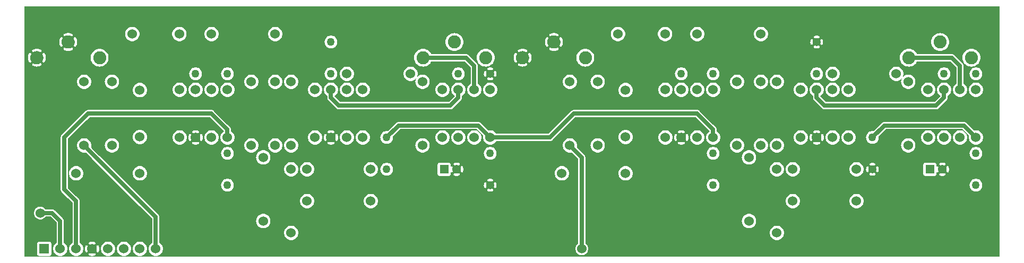
<source format=gtl>
G04 start of page 2 for group 0 idx 0 *
G04 Title: 26.006.00.01.01, component *
G04 Creator: pcb 4.1.2 *
G04 CreationDate: Fri Aug 10 20:06:23 2018 UTC *
G04 For: bert *
G04 Format: Gerber/RS-274X *
G04 PCB-Dimensions (mil): 6200.00 1620.00 *
G04 PCB-Coordinate-Origin: lower left *
%MOIN*%
%FSLAX25Y25*%
%LNGTL*%
%ADD20C,0.0400*%
%ADD19C,0.0240*%
%ADD18C,0.0520*%
%ADD17C,0.0320*%
%ADD16C,0.0540*%
%ADD15C,0.0600*%
%ADD14C,0.0500*%
%ADD13C,0.0820*%
%ADD12C,0.0250*%
%ADD11C,0.0001*%
G54D11*G36*
X348493Y65325D02*X350250Y63568D01*
Y10312D01*
X350142Y10246D01*
X349663Y9837D01*
X349254Y9358D01*
X348925Y8822D01*
X348684Y8240D01*
X348537Y7628D01*
X348493Y7069D01*
Y65325D01*
G37*
G36*
X599994Y159500D02*X615000D01*
Y2000D01*
X599994D01*
Y42988D01*
X600000Y42988D01*
X600628Y43037D01*
X601240Y43184D01*
X601822Y43425D01*
X602358Y43754D01*
X602837Y44163D01*
X603246Y44642D01*
X603575Y45178D01*
X603816Y45760D01*
X603963Y46372D01*
X604000Y47000D01*
X603963Y47628D01*
X603816Y48240D01*
X603575Y48822D01*
X603246Y49358D01*
X602837Y49837D01*
X602358Y50246D01*
X601822Y50575D01*
X601240Y50816D01*
X600628Y50963D01*
X600000Y51012D01*
X599994Y51012D01*
Y62988D01*
X600000Y62988D01*
X600628Y63037D01*
X601240Y63184D01*
X601822Y63425D01*
X602358Y63754D01*
X602837Y64163D01*
X603246Y64642D01*
X603575Y65178D01*
X603816Y65760D01*
X603963Y66372D01*
X604000Y67000D01*
X603963Y67628D01*
X603816Y68240D01*
X603575Y68822D01*
X603246Y69358D01*
X602837Y69837D01*
X602358Y70246D01*
X601822Y70575D01*
X601240Y70816D01*
X600628Y70963D01*
X600000Y71012D01*
X599994Y71012D01*
Y72487D01*
X600000Y72486D01*
X600706Y72542D01*
X601395Y72707D01*
X602049Y72978D01*
X602653Y73348D01*
X603192Y73808D01*
X603652Y74347D01*
X604022Y74951D01*
X604293Y75605D01*
X604458Y76294D01*
X604500Y77000D01*
X604458Y77706D01*
X604293Y78395D01*
X604022Y79049D01*
X603652Y79653D01*
X603192Y80192D01*
X602653Y80652D01*
X602049Y81022D01*
X601395Y81293D01*
X600706Y81458D01*
X600000Y81514D01*
X599994Y81513D01*
Y102487D01*
X600000Y102486D01*
X600706Y102542D01*
X601395Y102707D01*
X602049Y102978D01*
X602653Y103348D01*
X603192Y103808D01*
X603652Y104347D01*
X604022Y104951D01*
X604293Y105605D01*
X604458Y106294D01*
X604500Y107000D01*
X604458Y107706D01*
X604293Y108395D01*
X604022Y109049D01*
X603652Y109653D01*
X603192Y110192D01*
X602653Y110652D01*
X602049Y111022D01*
X601395Y111293D01*
X600706Y111458D01*
X600000Y111514D01*
X599994Y111513D01*
Y112988D01*
X600000Y112988D01*
X600628Y113037D01*
X601240Y113184D01*
X601822Y113425D01*
X602358Y113754D01*
X602837Y114163D01*
X603246Y114642D01*
X603575Y115178D01*
X603816Y115760D01*
X603963Y116372D01*
X604000Y117000D01*
X603963Y117628D01*
X603816Y118240D01*
X603575Y118822D01*
X603246Y119358D01*
X602837Y119837D01*
X602358Y120246D01*
X601822Y120575D01*
X601240Y120816D01*
X600628Y120963D01*
X600000Y121012D01*
X599994Y121012D01*
Y122311D01*
X600487Y122614D01*
X601157Y123186D01*
X601729Y123856D01*
X602190Y124608D01*
X602527Y125422D01*
X602733Y126279D01*
X602785Y127158D01*
X602733Y128037D01*
X602527Y128894D01*
X602190Y129708D01*
X601729Y130460D01*
X601157Y131130D01*
X600487Y131702D01*
X599994Y132005D01*
Y159500D01*
G37*
G36*
Y2000D02*X589993D01*
Y72487D01*
X590000Y72486D01*
X590706Y72542D01*
X591395Y72707D01*
X592049Y72978D01*
X592653Y73348D01*
X593192Y73808D01*
X593652Y74347D01*
X594022Y74951D01*
X594293Y75605D01*
X594458Y76294D01*
X594500Y77000D01*
X594458Y77706D01*
X594293Y78395D01*
X594022Y79049D01*
X593652Y79653D01*
X593192Y80192D01*
X592653Y80652D01*
X592049Y81022D01*
X591395Y81293D01*
X590706Y81458D01*
X590000Y81514D01*
X589993Y81513D01*
Y82250D01*
X591568D01*
X595652Y78166D01*
X595542Y77706D01*
X595486Y77000D01*
X595542Y76294D01*
X595707Y75605D01*
X595978Y74951D01*
X596348Y74347D01*
X596808Y73808D01*
X597347Y73348D01*
X597951Y72978D01*
X598605Y72707D01*
X599294Y72542D01*
X599994Y72487D01*
Y71012D01*
X599372Y70963D01*
X598760Y70816D01*
X598178Y70575D01*
X597642Y70246D01*
X597163Y69837D01*
X596754Y69358D01*
X596425Y68822D01*
X596184Y68240D01*
X596037Y67628D01*
X595988Y67000D01*
X596037Y66372D01*
X596184Y65760D01*
X596425Y65178D01*
X596754Y64642D01*
X597163Y64163D01*
X597642Y63754D01*
X598178Y63425D01*
X598760Y63184D01*
X599372Y63037D01*
X599994Y62988D01*
Y51012D01*
X599372Y50963D01*
X598760Y50816D01*
X598178Y50575D01*
X597642Y50246D01*
X597163Y49837D01*
X596754Y49358D01*
X596425Y48822D01*
X596184Y48240D01*
X596037Y47628D01*
X595988Y47000D01*
X596037Y46372D01*
X596184Y45760D01*
X596425Y45178D01*
X596754Y44642D01*
X597163Y44163D01*
X597642Y43754D01*
X598178Y43425D01*
X598760Y43184D01*
X599372Y43037D01*
X599994Y42988D01*
Y2000D01*
G37*
G36*
X589993D02*X582282D01*
Y55071D01*
X582383Y55092D01*
X582494Y55133D01*
X582597Y55191D01*
X582689Y55264D01*
X582769Y55351D01*
X582835Y55449D01*
X582881Y55557D01*
X582997Y55907D01*
X583077Y56267D01*
X583125Y56632D01*
X583141Y57000D01*
X583125Y57368D01*
X583077Y57733D01*
X582997Y58093D01*
X582885Y58444D01*
X582837Y58552D01*
X582771Y58651D01*
X582691Y58738D01*
X582598Y58811D01*
X582495Y58870D01*
X582384Y58911D01*
X582282Y58932D01*
Y73121D01*
X582653Y73348D01*
X583192Y73808D01*
X583652Y74347D01*
X584022Y74951D01*
X584293Y75605D01*
X584458Y76294D01*
X584500Y77000D01*
X584458Y77706D01*
X584293Y78395D01*
X584022Y79049D01*
X583652Y79653D01*
X583192Y80192D01*
X582653Y80652D01*
X582282Y80879D01*
Y82250D01*
X589993D01*
Y81513D01*
X589294Y81458D01*
X588605Y81293D01*
X587951Y81022D01*
X587347Y80652D01*
X586808Y80192D01*
X586348Y79653D01*
X585978Y79049D01*
X585707Y78395D01*
X585542Y77706D01*
X585486Y77000D01*
X585542Y76294D01*
X585707Y75605D01*
X585978Y74951D01*
X586348Y74347D01*
X586808Y73808D01*
X587347Y73348D01*
X587951Y72978D01*
X588605Y72707D01*
X589294Y72542D01*
X589993Y72487D01*
Y2000D01*
G37*
G36*
X582282Y80879D02*X582049Y81022D01*
X581395Y81293D01*
X580706Y81458D01*
X580000Y81514D01*
X579993Y81513D01*
Y82250D01*
X582282D01*
Y80879D01*
G37*
G36*
Y2000D02*X579993D01*
Y52932D01*
X580030Y52940D01*
X580381Y53052D01*
X580489Y53100D01*
X580588Y53166D01*
X580675Y53246D01*
X580748Y53339D01*
X580807Y53442D01*
X580848Y53553D01*
X580871Y53669D01*
X580876Y53787D01*
X580863Y53905D01*
X580831Y54019D01*
X580782Y54127D01*
X580716Y54226D01*
X580636Y54313D01*
X580543Y54386D01*
X580440Y54445D01*
X580329Y54486D01*
X580213Y54509D01*
X580094Y54514D01*
X579993Y54503D01*
Y59500D01*
X580095Y59488D01*
X580213Y59493D01*
X580328Y59517D01*
X580439Y59558D01*
X580542Y59616D01*
X580634Y59689D01*
X580714Y59776D01*
X580779Y59874D01*
X580829Y59982D01*
X580860Y60095D01*
X580874Y60213D01*
X580869Y60331D01*
X580845Y60446D01*
X580804Y60557D01*
X580746Y60660D01*
X580673Y60752D01*
X580586Y60832D01*
X580488Y60898D01*
X580380Y60944D01*
X580030Y61060D01*
X579993Y61068D01*
Y72487D01*
X580000Y72486D01*
X580706Y72542D01*
X581395Y72707D01*
X582049Y72978D01*
X582282Y73121D01*
Y58932D01*
X582268Y58934D01*
X582150Y58939D01*
X582032Y58926D01*
X581918Y58894D01*
X581810Y58845D01*
X581711Y58779D01*
X581624Y58699D01*
X581551Y58606D01*
X581492Y58503D01*
X581451Y58392D01*
X581428Y58276D01*
X581423Y58157D01*
X581436Y58040D01*
X581470Y57926D01*
X581544Y57702D01*
X581596Y57471D01*
X581627Y57236D01*
X581637Y57000D01*
X581627Y56764D01*
X581596Y56529D01*
X581544Y56298D01*
X581473Y56073D01*
X581439Y55960D01*
X581425Y55842D01*
X581430Y55724D01*
X581454Y55609D01*
X581495Y55498D01*
X581553Y55395D01*
X581626Y55303D01*
X581713Y55223D01*
X581811Y55158D01*
X581919Y55108D01*
X582032Y55077D01*
X582150Y55063D01*
X582268Y55068D01*
X582282Y55071D01*
Y2000D01*
G37*
G36*
X579993D02*X573349D01*
Y52812D01*
X573998Y52814D01*
X574228Y52869D01*
X574446Y52959D01*
X574647Y53083D01*
X574827Y53236D01*
X574980Y53416D01*
X575104Y53617D01*
X575194Y53835D01*
X575249Y54065D01*
X575263Y54300D01*
X575261Y55200D01*
X575276Y55189D01*
X575379Y55130D01*
X575490Y55089D01*
X575606Y55066D01*
X575724Y55061D01*
X575842Y55074D01*
X575956Y55106D01*
X576064Y55155D01*
X576163Y55221D01*
X576250Y55301D01*
X576323Y55394D01*
X576382Y55497D01*
X576423Y55608D01*
X576446Y55724D01*
X576451Y55843D01*
X576438Y55960D01*
X576404Y56074D01*
X576330Y56298D01*
X576278Y56529D01*
X576247Y56764D01*
X576237Y57000D01*
X576247Y57236D01*
X576278Y57471D01*
X576330Y57702D01*
X576401Y57927D01*
X576435Y58040D01*
X576449Y58158D01*
X576444Y58276D01*
X576420Y58391D01*
X576379Y58502D01*
X576321Y58605D01*
X576248Y58697D01*
X576161Y58777D01*
X576063Y58842D01*
X575955Y58892D01*
X575842Y58923D01*
X575724Y58937D01*
X575606Y58932D01*
X575491Y58908D01*
X575380Y58867D01*
X575277Y58809D01*
X575252Y58789D01*
X575249Y59935D01*
X575194Y60165D01*
X575104Y60383D01*
X574980Y60584D01*
X574827Y60764D01*
X574647Y60917D01*
X574446Y61041D01*
X574228Y61131D01*
X573998Y61186D01*
X573763Y61200D01*
X573349Y61199D01*
Y73992D01*
X573652Y74347D01*
X574022Y74951D01*
X574293Y75605D01*
X574458Y76294D01*
X574500Y77000D01*
X574458Y77706D01*
X574293Y78395D01*
X574022Y79049D01*
X573652Y79653D01*
X573349Y80008D01*
Y82250D01*
X579993D01*
Y81513D01*
X579294Y81458D01*
X578605Y81293D01*
X577951Y81022D01*
X577347Y80652D01*
X576808Y80192D01*
X576348Y79653D01*
X575978Y79049D01*
X575707Y78395D01*
X575542Y77706D01*
X575486Y77000D01*
X575542Y76294D01*
X575707Y75605D01*
X575978Y74951D01*
X576348Y74347D01*
X576808Y73808D01*
X577347Y73348D01*
X577951Y72978D01*
X578605Y72707D01*
X579294Y72542D01*
X579993Y72487D01*
Y61068D01*
X579670Y61140D01*
X579305Y61188D01*
X578937Y61204D01*
X578569Y61188D01*
X578204Y61140D01*
X577844Y61060D01*
X577493Y60948D01*
X577385Y60900D01*
X577286Y60834D01*
X577199Y60754D01*
X577126Y60661D01*
X577067Y60558D01*
X577026Y60447D01*
X577003Y60331D01*
X576998Y60213D01*
X577011Y60095D01*
X577043Y59981D01*
X577092Y59873D01*
X577158Y59774D01*
X577238Y59687D01*
X577331Y59614D01*
X577434Y59555D01*
X577545Y59514D01*
X577661Y59491D01*
X577780Y59486D01*
X577897Y59499D01*
X578011Y59533D01*
X578235Y59607D01*
X578466Y59659D01*
X578701Y59690D01*
X578937Y59700D01*
X579173Y59690D01*
X579408Y59659D01*
X579639Y59607D01*
X579864Y59536D01*
X579977Y59502D01*
X579993Y59500D01*
Y54503D01*
X579977Y54501D01*
X579863Y54467D01*
X579639Y54393D01*
X579408Y54341D01*
X579173Y54310D01*
X578937Y54300D01*
X578701Y54310D01*
X578466Y54341D01*
X578235Y54393D01*
X578010Y54464D01*
X577897Y54498D01*
X577779Y54512D01*
X577661Y54507D01*
X577546Y54483D01*
X577435Y54442D01*
X577332Y54384D01*
X577240Y54311D01*
X577160Y54224D01*
X577095Y54126D01*
X577045Y54018D01*
X577014Y53905D01*
X577000Y53787D01*
X577005Y53669D01*
X577029Y53554D01*
X577070Y53443D01*
X577128Y53340D01*
X577201Y53248D01*
X577288Y53168D01*
X577386Y53102D01*
X577494Y53056D01*
X577844Y52940D01*
X578204Y52860D01*
X578569Y52812D01*
X578937Y52796D01*
X579305Y52812D01*
X579670Y52860D01*
X579993Y52932D01*
Y2000D01*
G37*
G36*
X579994Y159500D02*X599994D01*
Y132005D01*
X599735Y132163D01*
X598921Y132500D01*
X598064Y132706D01*
X597185Y132775D01*
X596306Y132706D01*
X595449Y132500D01*
X594635Y132163D01*
X593883Y131702D01*
X593213Y131130D01*
X592641Y130460D01*
X592180Y129708D01*
X591843Y128894D01*
X591637Y128037D01*
X591568Y127158D01*
X591637Y126279D01*
X591843Y125422D01*
X592180Y124608D01*
X592641Y123856D01*
X593213Y123186D01*
X593883Y122614D01*
X594635Y122153D01*
X595449Y121816D01*
X596306Y121610D01*
X597185Y121541D01*
X598064Y121610D01*
X598921Y121816D01*
X599735Y122153D01*
X599994Y122311D01*
Y121012D01*
X599372Y120963D01*
X598760Y120816D01*
X598178Y120575D01*
X597642Y120246D01*
X597163Y119837D01*
X596754Y119358D01*
X596425Y118822D01*
X596184Y118240D01*
X596037Y117628D01*
X595988Y117000D01*
X596037Y116372D01*
X596184Y115760D01*
X596425Y115178D01*
X596754Y114642D01*
X597163Y114163D01*
X597642Y113754D01*
X598178Y113425D01*
X598760Y113184D01*
X599372Y113037D01*
X599994Y112988D01*
Y111513D01*
X599294Y111458D01*
X598605Y111293D01*
X597951Y111022D01*
X597347Y110652D01*
X596808Y110192D01*
X596348Y109653D01*
X595978Y109049D01*
X595707Y108395D01*
X595542Y107706D01*
X595486Y107000D01*
X595542Y106294D01*
X595707Y105605D01*
X595978Y104951D01*
X596348Y104347D01*
X596808Y103808D01*
X597347Y103348D01*
X597951Y102978D01*
X598605Y102707D01*
X599294Y102542D01*
X599994Y102487D01*
Y81513D01*
X599294Y81458D01*
X598834Y81348D01*
X594153Y86029D01*
X594096Y86096D01*
X593827Y86326D01*
X593827Y86326D01*
X593712Y86396D01*
X593525Y86511D01*
X593293Y86607D01*
X593197Y86646D01*
X592853Y86729D01*
X592500Y86757D01*
X592412Y86750D01*
X579994D01*
Y98812D01*
X581529Y100347D01*
X581596Y100404D01*
X581826Y100673D01*
X581826Y100673D01*
X582011Y100975D01*
X582146Y101303D01*
X582229Y101647D01*
X582257Y102000D01*
X582250Y102088D01*
Y103101D01*
X582653Y103348D01*
X583192Y103808D01*
X583652Y104347D01*
X584022Y104951D01*
X584293Y105605D01*
X584458Y106294D01*
X584500Y107000D01*
X584458Y107706D01*
X584293Y108395D01*
X584022Y109049D01*
X583652Y109653D01*
X583192Y110192D01*
X582653Y110652D01*
X582049Y111022D01*
X581395Y111293D01*
X580706Y111458D01*
X580000Y111514D01*
X579994Y111513D01*
Y112988D01*
X580000Y112988D01*
X580628Y113037D01*
X581240Y113184D01*
X581822Y113425D01*
X582358Y113754D01*
X582837Y114163D01*
X583246Y114642D01*
X583575Y115178D01*
X583816Y115760D01*
X583963Y116372D01*
X584000Y117000D01*
X583963Y117628D01*
X583816Y118240D01*
X583575Y118822D01*
X583246Y119358D01*
X582837Y119837D01*
X582358Y120246D01*
X581822Y120575D01*
X581240Y120816D01*
X580628Y120963D01*
X580000Y121012D01*
X579994Y121012D01*
Y124750D01*
X584068D01*
X587750Y121068D01*
Y110899D01*
X587347Y110652D01*
X586808Y110192D01*
X586348Y109653D01*
X585978Y109049D01*
X585707Y108395D01*
X585542Y107706D01*
X585486Y107000D01*
X585542Y106294D01*
X585707Y105605D01*
X585978Y104951D01*
X586348Y104347D01*
X586808Y103808D01*
X587347Y103348D01*
X587951Y102978D01*
X588605Y102707D01*
X589294Y102542D01*
X590000Y102486D01*
X590706Y102542D01*
X591395Y102707D01*
X592049Y102978D01*
X592653Y103348D01*
X593192Y103808D01*
X593652Y104347D01*
X594022Y104951D01*
X594293Y105605D01*
X594458Y106294D01*
X594500Y107000D01*
X594458Y107706D01*
X594293Y108395D01*
X594022Y109049D01*
X593652Y109653D01*
X593192Y110192D01*
X592653Y110652D01*
X592250Y110899D01*
Y121912D01*
X592257Y122000D01*
X592229Y122353D01*
X592146Y122697D01*
X592107Y122793D01*
X592011Y123025D01*
X591896Y123212D01*
X591826Y123327D01*
X591826Y123327D01*
X591596Y123596D01*
X591529Y123653D01*
X586653Y128529D01*
X586596Y128596D01*
X586327Y128826D01*
X586327Y128826D01*
X586212Y128896D01*
X586025Y129011D01*
X585793Y129107D01*
X585697Y129146D01*
X585353Y129229D01*
X585000Y129257D01*
X584912Y129250D01*
X579994D01*
Y131972D01*
X580050Y131995D01*
X580802Y132456D01*
X581472Y133028D01*
X582044Y133698D01*
X582505Y134450D01*
X582842Y135264D01*
X583048Y136121D01*
X583100Y137000D01*
X583048Y137879D01*
X582842Y138736D01*
X582505Y139550D01*
X582044Y140302D01*
X581472Y140972D01*
X580802Y141544D01*
X580050Y142005D01*
X579994Y142028D01*
Y159500D01*
G37*
G36*
Y129250D02*X573349D01*
Y133238D01*
X573528Y133028D01*
X574198Y132456D01*
X574950Y131995D01*
X575764Y131658D01*
X576621Y131452D01*
X577500Y131383D01*
X578379Y131452D01*
X579236Y131658D01*
X579994Y131972D01*
Y129250D01*
G37*
G36*
Y111513D02*X579294Y111458D01*
X578605Y111293D01*
X577951Y111022D01*
X577347Y110652D01*
X576808Y110192D01*
X576348Y109653D01*
X575978Y109049D01*
X575707Y108395D01*
X575542Y107706D01*
X575486Y107000D01*
X575542Y106294D01*
X575707Y105605D01*
X575978Y104951D01*
X576348Y104347D01*
X576808Y103808D01*
X577347Y103348D01*
X577750Y103101D01*
Y102932D01*
X574068Y99250D01*
X573349D01*
Y103992D01*
X573652Y104347D01*
X574022Y104951D01*
X574293Y105605D01*
X574458Y106294D01*
X574500Y107000D01*
X574458Y107706D01*
X574293Y108395D01*
X574022Y109049D01*
X573652Y109653D01*
X573349Y110008D01*
Y124750D01*
X579994D01*
Y121012D01*
X579372Y120963D01*
X578760Y120816D01*
X578178Y120575D01*
X577642Y120246D01*
X577163Y119837D01*
X576754Y119358D01*
X576425Y118822D01*
X576184Y118240D01*
X576037Y117628D01*
X575988Y117000D01*
X576037Y116372D01*
X576184Y115760D01*
X576425Y115178D01*
X576754Y114642D01*
X577163Y114163D01*
X577642Y113754D01*
X578178Y113425D01*
X578760Y113184D01*
X579372Y113037D01*
X579994Y112988D01*
Y111513D01*
G37*
G36*
Y86750D02*X573349D01*
Y94750D01*
X574912D01*
X575000Y94743D01*
X575353Y94771D01*
X575353Y94771D01*
X575697Y94854D01*
X576025Y94989D01*
X576327Y95174D01*
X576596Y95404D01*
X576653Y95471D01*
X579994Y98812D01*
Y86750D01*
G37*
G36*
X573349Y159500D02*X579994D01*
Y142028D01*
X579236Y142342D01*
X578379Y142548D01*
X577500Y142617D01*
X576621Y142548D01*
X575764Y142342D01*
X574950Y142005D01*
X574198Y141544D01*
X573528Y140972D01*
X573349Y140762D01*
Y159500D01*
G37*
G36*
Y86750D02*X542588D01*
X542500Y86757D01*
X542147Y86729D01*
X541803Y86646D01*
X541475Y86511D01*
X541173Y86326D01*
X541173Y86326D01*
X540904Y86096D01*
X540847Y86029D01*
X539993Y85175D01*
Y94750D01*
X573349D01*
Y86750D01*
G37*
G36*
Y2000D02*X557493D01*
Y67487D01*
X557500Y67486D01*
X558206Y67542D01*
X558895Y67707D01*
X559549Y67978D01*
X560153Y68348D01*
X560692Y68808D01*
X561152Y69347D01*
X561522Y69951D01*
X561793Y70605D01*
X561958Y71294D01*
X562000Y72000D01*
X561958Y72706D01*
X561793Y73395D01*
X561522Y74049D01*
X561152Y74653D01*
X560692Y75192D01*
X560153Y75652D01*
X559549Y76022D01*
X558895Y76293D01*
X558206Y76458D01*
X557500Y76514D01*
X557493Y76513D01*
Y82250D01*
X573349D01*
Y80008D01*
X573192Y80192D01*
X572653Y80652D01*
X572049Y81022D01*
X571395Y81293D01*
X570706Y81458D01*
X570000Y81514D01*
X569294Y81458D01*
X568605Y81293D01*
X567951Y81022D01*
X567347Y80652D01*
X566808Y80192D01*
X566348Y79653D01*
X565978Y79049D01*
X565707Y78395D01*
X565542Y77706D01*
X565486Y77000D01*
X565542Y76294D01*
X565707Y75605D01*
X565978Y74951D01*
X566348Y74347D01*
X566808Y73808D01*
X567347Y73348D01*
X567951Y72978D01*
X568605Y72707D01*
X569294Y72542D01*
X570000Y72486D01*
X570706Y72542D01*
X571395Y72707D01*
X572049Y72978D01*
X572653Y73348D01*
X573192Y73808D01*
X573349Y73992D01*
Y61199D01*
X568128Y61186D01*
X567898Y61131D01*
X567680Y61041D01*
X567479Y60917D01*
X567299Y60764D01*
X567146Y60584D01*
X567022Y60383D01*
X566932Y60165D01*
X566877Y59935D01*
X566863Y59700D01*
X566877Y54065D01*
X566932Y53835D01*
X567022Y53617D01*
X567146Y53416D01*
X567299Y53236D01*
X567479Y53083D01*
X567680Y52959D01*
X567898Y52869D01*
X568128Y52814D01*
X568363Y52800D01*
X573349Y52812D01*
Y2000D01*
G37*
G36*
X557493D02*X539993D01*
Y78811D01*
X543432Y82250D01*
X557493D01*
Y76513D01*
X556794Y76458D01*
X556105Y76293D01*
X555451Y76022D01*
X554847Y75652D01*
X554308Y75192D01*
X553848Y74653D01*
X553478Y74049D01*
X553207Y73395D01*
X553042Y72706D01*
X552986Y72000D01*
X553042Y71294D01*
X553207Y70605D01*
X553478Y69951D01*
X553848Y69347D01*
X554308Y68808D01*
X554847Y68348D01*
X555451Y67978D01*
X556105Y67707D01*
X556794Y67542D01*
X557493Y67487D01*
Y2000D01*
G37*
G36*
Y121566D02*X557815Y121541D01*
X558694Y121610D01*
X559551Y121816D01*
X560365Y122153D01*
X561117Y122614D01*
X561787Y123186D01*
X562359Y123856D01*
X562820Y124608D01*
X562879Y124750D01*
X573349D01*
Y110008D01*
X573192Y110192D01*
X572653Y110652D01*
X572049Y111022D01*
X571395Y111293D01*
X570706Y111458D01*
X570000Y111514D01*
X569294Y111458D01*
X568605Y111293D01*
X567951Y111022D01*
X567347Y110652D01*
X566808Y110192D01*
X566348Y109653D01*
X565978Y109049D01*
X565707Y108395D01*
X565542Y107706D01*
X565486Y107000D01*
X565542Y106294D01*
X565707Y105605D01*
X565978Y104951D01*
X566348Y104347D01*
X566808Y103808D01*
X567347Y103348D01*
X567951Y102978D01*
X568605Y102707D01*
X569294Y102542D01*
X570000Y102486D01*
X570706Y102542D01*
X571395Y102707D01*
X572049Y102978D01*
X572653Y103348D01*
X573192Y103808D01*
X573349Y103992D01*
Y99250D01*
X557493D01*
Y107487D01*
X557500Y107486D01*
X558206Y107542D01*
X558895Y107707D01*
X559549Y107978D01*
X560153Y108348D01*
X560692Y108808D01*
X561152Y109347D01*
X561522Y109951D01*
X561793Y110605D01*
X561958Y111294D01*
X562000Y112000D01*
X561958Y112706D01*
X561793Y113395D01*
X561522Y114049D01*
X561152Y114653D01*
X560692Y115192D01*
X560153Y115652D01*
X559549Y116022D01*
X558895Y116293D01*
X558206Y116458D01*
X557500Y116514D01*
X557493Y116513D01*
Y121566D01*
G37*
G36*
Y159500D02*X573349D01*
Y140762D01*
X572956Y140302D01*
X572495Y139550D01*
X572158Y138736D01*
X571952Y137879D01*
X571883Y137000D01*
X571952Y136121D01*
X572158Y135264D01*
X572495Y134450D01*
X572956Y133698D01*
X573349Y133238D01*
Y129250D01*
X563010D01*
X562820Y129708D01*
X562359Y130460D01*
X561787Y131130D01*
X561117Y131702D01*
X560365Y132163D01*
X559551Y132500D01*
X558694Y132706D01*
X557815Y132775D01*
X557493Y132750D01*
Y159500D01*
G37*
G36*
X549993D02*X557493D01*
Y132750D01*
X556936Y132706D01*
X556079Y132500D01*
X555265Y132163D01*
X554513Y131702D01*
X553843Y131130D01*
X553271Y130460D01*
X552810Y129708D01*
X552473Y128894D01*
X552267Y128037D01*
X552198Y127158D01*
X552267Y126279D01*
X552473Y125422D01*
X552810Y124608D01*
X553271Y123856D01*
X553843Y123186D01*
X554513Y122614D01*
X555265Y122153D01*
X556079Y121816D01*
X556936Y121610D01*
X557493Y121566D01*
Y116513D01*
X556794Y116458D01*
X556105Y116293D01*
X555451Y116022D01*
X554847Y115652D01*
X554308Y115192D01*
X553848Y114653D01*
X553478Y114049D01*
X553207Y113395D01*
X553042Y112706D01*
X552986Y112000D01*
X553042Y111294D01*
X553207Y110605D01*
X553478Y109951D01*
X553848Y109347D01*
X554308Y108808D01*
X554847Y108348D01*
X555451Y107978D01*
X556105Y107707D01*
X556794Y107542D01*
X557493Y107487D01*
Y99250D01*
X549993D01*
Y112487D01*
X550000Y112486D01*
X550706Y112542D01*
X551395Y112707D01*
X552049Y112978D01*
X552653Y113348D01*
X553192Y113808D01*
X553652Y114347D01*
X554022Y114951D01*
X554293Y115605D01*
X554458Y116294D01*
X554500Y117000D01*
X554458Y117706D01*
X554293Y118395D01*
X554022Y119049D01*
X553652Y119653D01*
X553192Y120192D01*
X552653Y120652D01*
X552049Y121022D01*
X551395Y121293D01*
X550706Y121458D01*
X550000Y121514D01*
X549993Y121513D01*
Y159500D01*
G37*
G36*
X539993D02*X549993D01*
Y121513D01*
X549294Y121458D01*
X548605Y121293D01*
X547951Y121022D01*
X547347Y120652D01*
X546808Y120192D01*
X546348Y119653D01*
X545978Y119049D01*
X545707Y118395D01*
X545542Y117706D01*
X545486Y117000D01*
X545542Y116294D01*
X545707Y115605D01*
X545978Y114951D01*
X546348Y114347D01*
X546808Y113808D01*
X547347Y113348D01*
X547951Y112978D01*
X548605Y112707D01*
X549294Y112542D01*
X549993Y112487D01*
Y99250D01*
X539993D01*
Y159500D01*
G37*
G36*
X538163Y74544D02*X538246Y74642D01*
X538575Y75178D01*
X538816Y75760D01*
X538963Y76372D01*
X539000Y77000D01*
X538963Y77628D01*
X538933Y77751D01*
X539993Y78811D01*
Y2000D01*
X538163D01*
Y55220D01*
X538192Y55222D01*
X538307Y55248D01*
X538416Y55292D01*
X538517Y55353D01*
X538608Y55429D01*
X538685Y55518D01*
X538748Y55618D01*
X538792Y55727D01*
X538898Y56082D01*
X538966Y56446D01*
X539000Y56815D01*
Y57185D01*
X538966Y57554D01*
X538898Y57918D01*
X538796Y58274D01*
X538750Y58384D01*
X538688Y58484D01*
X538610Y58573D01*
X538519Y58649D01*
X538417Y58710D01*
X538307Y58755D01*
X538192Y58781D01*
X538163Y58783D01*
Y74544D01*
G37*
G36*
X535001Y72988D02*X535628Y73037D01*
X536240Y73184D01*
X536822Y73425D01*
X537358Y73754D01*
X537837Y74163D01*
X538163Y74544D01*
Y58783D01*
X538074Y58789D01*
X537956Y58779D01*
X537841Y58750D01*
X537732Y58704D01*
X537631Y58641D01*
X537542Y58563D01*
X537466Y58472D01*
X537405Y58370D01*
X537361Y58261D01*
X537334Y58145D01*
X537326Y58027D01*
X537337Y57909D01*
X537367Y57795D01*
X537433Y57573D01*
X537476Y57346D01*
X537497Y57116D01*
Y56884D01*
X537476Y56654D01*
X537433Y56427D01*
X537370Y56204D01*
X537339Y56091D01*
X537329Y55973D01*
X537337Y55855D01*
X537363Y55740D01*
X537407Y55631D01*
X537468Y55529D01*
X537544Y55439D01*
X537633Y55361D01*
X537733Y55299D01*
X537842Y55253D01*
X537956Y55224D01*
X538074Y55213D01*
X538163Y55220D01*
Y2000D01*
X535001D01*
Y53000D01*
X535185D01*
X535554Y53034D01*
X535918Y53102D01*
X536274Y53204D01*
X536384Y53250D01*
X536484Y53312D01*
X536573Y53390D01*
X536649Y53481D01*
X536710Y53583D01*
X536755Y53693D01*
X536781Y53808D01*
X536789Y53926D01*
X536779Y54044D01*
X536750Y54159D01*
X536704Y54268D01*
X536641Y54369D01*
X536563Y54458D01*
X536472Y54534D01*
X536370Y54595D01*
X536261Y54639D01*
X536145Y54666D01*
X536027Y54674D01*
X535909Y54663D01*
X535795Y54633D01*
X535573Y54567D01*
X535346Y54524D01*
X535116Y54503D01*
X535001D01*
Y59497D01*
X535116D01*
X535346Y59476D01*
X535573Y59433D01*
X535796Y59370D01*
X535909Y59339D01*
X536027Y59329D01*
X536145Y59337D01*
X536260Y59363D01*
X536369Y59407D01*
X536471Y59468D01*
X536561Y59544D01*
X536639Y59633D01*
X536701Y59733D01*
X536747Y59842D01*
X536776Y59956D01*
X536787Y60074D01*
X536778Y60192D01*
X536752Y60307D01*
X536708Y60416D01*
X536647Y60517D01*
X536571Y60608D01*
X536482Y60685D01*
X536382Y60748D01*
X536273Y60792D01*
X535918Y60898D01*
X535554Y60966D01*
X535185Y61000D01*
X535001D01*
Y72988D01*
G37*
G36*
Y94750D02*X539993D01*
Y85175D01*
X535751Y80933D01*
X535628Y80963D01*
X535001Y81012D01*
Y94750D01*
G37*
G36*
X531837Y74544D02*X532163Y74163D01*
X532642Y73754D01*
X533178Y73425D01*
X533760Y73184D01*
X534372Y73037D01*
X535000Y72988D01*
X535001Y72988D01*
Y61000D01*
X534815D01*
X534446Y60966D01*
X534082Y60898D01*
X533726Y60796D01*
X533616Y60750D01*
X533516Y60688D01*
X533427Y60610D01*
X533351Y60519D01*
X533290Y60417D01*
X533245Y60307D01*
X533219Y60192D01*
X533211Y60074D01*
X533221Y59956D01*
X533250Y59841D01*
X533296Y59732D01*
X533359Y59631D01*
X533437Y59542D01*
X533528Y59466D01*
X533630Y59405D01*
X533739Y59361D01*
X533855Y59334D01*
X533973Y59326D01*
X534091Y59337D01*
X534205Y59367D01*
X534427Y59433D01*
X534654Y59476D01*
X534884Y59497D01*
X535001D01*
Y54503D01*
X534884D01*
X534654Y54524D01*
X534427Y54567D01*
X534204Y54630D01*
X534091Y54661D01*
X533973Y54671D01*
X533855Y54663D01*
X533740Y54637D01*
X533631Y54593D01*
X533529Y54532D01*
X533439Y54456D01*
X533361Y54367D01*
X533299Y54267D01*
X533253Y54158D01*
X533224Y54044D01*
X533213Y53926D01*
X533222Y53808D01*
X533248Y53693D01*
X533292Y53584D01*
X533353Y53483D01*
X533429Y53392D01*
X533518Y53315D01*
X533618Y53252D01*
X533727Y53208D01*
X534082Y53102D01*
X534446Y53034D01*
X534815Y53000D01*
X535001D01*
Y2000D01*
X531837D01*
Y55217D01*
X531926Y55211D01*
X532044Y55221D01*
X532159Y55250D01*
X532268Y55296D01*
X532369Y55359D01*
X532458Y55437D01*
X532534Y55528D01*
X532595Y55630D01*
X532639Y55739D01*
X532666Y55855D01*
X532674Y55973D01*
X532663Y56091D01*
X532632Y56205D01*
X532567Y56427D01*
X532524Y56654D01*
X532503Y56884D01*
Y57116D01*
X532524Y57346D01*
X532567Y57573D01*
X532630Y57796D01*
X532661Y57909D01*
X532671Y58027D01*
X532663Y58145D01*
X532637Y58260D01*
X532593Y58369D01*
X532532Y58471D01*
X532456Y58561D01*
X532367Y58639D01*
X532267Y58701D01*
X532158Y58747D01*
X532044Y58776D01*
X531926Y58787D01*
X531837Y58780D01*
Y74544D01*
G37*
G36*
Y94750D02*X535001D01*
Y81012D01*
X535000Y81012D01*
X534372Y80963D01*
X533760Y80816D01*
X533178Y80575D01*
X532642Y80246D01*
X532163Y79837D01*
X531837Y79456D01*
Y94750D01*
G37*
G36*
X524993D02*X531837D01*
Y79456D01*
X531754Y79358D01*
X531425Y78822D01*
X531184Y78240D01*
X531037Y77628D01*
X530988Y77000D01*
X531037Y76372D01*
X531184Y75760D01*
X531425Y75178D01*
X531754Y74642D01*
X531837Y74544D01*
Y58780D01*
X531808Y58778D01*
X531693Y58752D01*
X531584Y58708D01*
X531483Y58647D01*
X531392Y58571D01*
X531315Y58482D01*
X531252Y58382D01*
X531208Y58273D01*
X531102Y57918D01*
X531034Y57554D01*
X531000Y57185D01*
Y56815D01*
X531034Y56446D01*
X531102Y56082D01*
X531204Y55726D01*
X531250Y55616D01*
X531312Y55516D01*
X531390Y55427D01*
X531481Y55351D01*
X531583Y55290D01*
X531693Y55245D01*
X531808Y55219D01*
X531837Y55217D01*
Y2000D01*
X524993D01*
Y32487D01*
X525000Y32486D01*
X525706Y32542D01*
X526395Y32707D01*
X527049Y32978D01*
X527653Y33348D01*
X528192Y33808D01*
X528652Y34347D01*
X529022Y34951D01*
X529293Y35605D01*
X529458Y36294D01*
X529500Y37000D01*
X529458Y37706D01*
X529293Y38395D01*
X529022Y39049D01*
X528652Y39653D01*
X528192Y40192D01*
X527653Y40652D01*
X527049Y41022D01*
X526395Y41293D01*
X525706Y41458D01*
X525000Y41514D01*
X524993Y41513D01*
Y52487D01*
X525000Y52486D01*
X525706Y52542D01*
X526395Y52707D01*
X527049Y52978D01*
X527653Y53348D01*
X528192Y53808D01*
X528652Y54347D01*
X529022Y54951D01*
X529293Y55605D01*
X529458Y56294D01*
X529500Y57000D01*
X529458Y57706D01*
X529293Y58395D01*
X529022Y59049D01*
X528652Y59653D01*
X528192Y60192D01*
X527653Y60652D01*
X527049Y61022D01*
X526395Y61293D01*
X525706Y61458D01*
X525000Y61514D01*
X524993Y61513D01*
Y94750D01*
G37*
G36*
X519993D02*X524993D01*
Y61513D01*
X524294Y61458D01*
X523605Y61293D01*
X522951Y61022D01*
X522347Y60652D01*
X521808Y60192D01*
X521348Y59653D01*
X520978Y59049D01*
X520707Y58395D01*
X520542Y57706D01*
X520486Y57000D01*
X520542Y56294D01*
X520707Y55605D01*
X520978Y54951D01*
X521348Y54347D01*
X521808Y53808D01*
X522347Y53348D01*
X522951Y52978D01*
X523605Y52707D01*
X524294Y52542D01*
X524993Y52487D01*
Y41513D01*
X524294Y41458D01*
X523605Y41293D01*
X522951Y41022D01*
X522347Y40652D01*
X521808Y40192D01*
X521348Y39653D01*
X520978Y39049D01*
X520707Y38395D01*
X520542Y37706D01*
X520486Y37000D01*
X520542Y36294D01*
X520707Y35605D01*
X520978Y34951D01*
X521348Y34347D01*
X521808Y33808D01*
X522347Y33348D01*
X522951Y32978D01*
X523605Y32707D01*
X524294Y32542D01*
X524993Y32487D01*
Y2000D01*
X519993D01*
Y72487D01*
X520000Y72486D01*
X520706Y72542D01*
X521395Y72707D01*
X522049Y72978D01*
X522653Y73348D01*
X523192Y73808D01*
X523652Y74347D01*
X524022Y74951D01*
X524293Y75605D01*
X524458Y76294D01*
X524500Y77000D01*
X524458Y77706D01*
X524293Y78395D01*
X524022Y79049D01*
X523652Y79653D01*
X523192Y80192D01*
X522653Y80652D01*
X522049Y81022D01*
X521395Y81293D01*
X520706Y81458D01*
X520000Y81514D01*
X519993Y81513D01*
Y94750D01*
G37*
G36*
Y159500D02*X539993D01*
Y99250D01*
X519993D01*
Y102487D01*
X520000Y102486D01*
X520706Y102542D01*
X521395Y102707D01*
X522049Y102978D01*
X522653Y103348D01*
X523192Y103808D01*
X523652Y104347D01*
X524022Y104951D01*
X524293Y105605D01*
X524458Y106294D01*
X524500Y107000D01*
X524458Y107706D01*
X524293Y108395D01*
X524022Y109049D01*
X523652Y109653D01*
X523192Y110192D01*
X522653Y110652D01*
X522049Y111022D01*
X521395Y111293D01*
X520706Y111458D01*
X520000Y111514D01*
X519993Y111513D01*
Y159500D01*
G37*
G36*
X509993Y94750D02*X519993D01*
Y81513D01*
X519294Y81458D01*
X518605Y81293D01*
X517951Y81022D01*
X517347Y80652D01*
X516808Y80192D01*
X516348Y79653D01*
X515978Y79049D01*
X515707Y78395D01*
X515542Y77706D01*
X515486Y77000D01*
X515542Y76294D01*
X515707Y75605D01*
X515978Y74951D01*
X516348Y74347D01*
X516808Y73808D01*
X517347Y73348D01*
X517951Y72978D01*
X518605Y72707D01*
X519294Y72542D01*
X519993Y72487D01*
Y2000D01*
X509993D01*
Y72487D01*
X510000Y72486D01*
X510706Y72542D01*
X511395Y72707D01*
X512049Y72978D01*
X512653Y73348D01*
X513192Y73808D01*
X513652Y74347D01*
X514022Y74951D01*
X514293Y75605D01*
X514458Y76294D01*
X514500Y77000D01*
X514458Y77706D01*
X514293Y78395D01*
X514022Y79049D01*
X513652Y79653D01*
X513192Y80192D01*
X512653Y80652D01*
X512049Y81022D01*
X511395Y81293D01*
X510706Y81458D01*
X510000Y81514D01*
X509993Y81513D01*
Y94750D01*
G37*
G36*
Y159500D02*X519993D01*
Y111513D01*
X519294Y111458D01*
X518605Y111293D01*
X517951Y111022D01*
X517347Y110652D01*
X516808Y110192D01*
X516348Y109653D01*
X515978Y109049D01*
X515707Y108395D01*
X515542Y107706D01*
X515486Y107000D01*
X515542Y106294D01*
X515707Y105605D01*
X515978Y104951D01*
X516348Y104347D01*
X516808Y103808D01*
X517347Y103348D01*
X517951Y102978D01*
X518605Y102707D01*
X519294Y102542D01*
X519993Y102487D01*
Y99250D01*
X509993D01*
Y102487D01*
X510000Y102486D01*
X510706Y102542D01*
X511395Y102707D01*
X512049Y102978D01*
X512653Y103348D01*
X513192Y103808D01*
X513652Y104347D01*
X514022Y104951D01*
X514293Y105605D01*
X514458Y106294D01*
X514500Y107000D01*
X514458Y107706D01*
X514293Y108395D01*
X514022Y109049D01*
X513652Y109653D01*
X513192Y110192D01*
X512653Y110652D01*
X512049Y111022D01*
X511395Y111293D01*
X510706Y111458D01*
X510000Y111514D01*
X509993Y111513D01*
Y112487D01*
X510000Y112486D01*
X510706Y112542D01*
X511395Y112707D01*
X512049Y112978D01*
X512653Y113348D01*
X513192Y113808D01*
X513652Y114347D01*
X514022Y114951D01*
X514293Y115605D01*
X514458Y116294D01*
X514500Y117000D01*
X514458Y117706D01*
X514293Y118395D01*
X514022Y119049D01*
X513652Y119653D01*
X513192Y120192D01*
X512653Y120652D01*
X512049Y121022D01*
X511395Y121293D01*
X510706Y121458D01*
X510000Y121514D01*
X509993Y121513D01*
Y159500D01*
G37*
G36*
X503613Y95226D02*X503673Y95174D01*
X503673Y95174D01*
X503861Y95059D01*
X503975Y94989D01*
X504303Y94854D01*
X504647Y94771D01*
X504647D01*
X505000Y94743D01*
X505088Y94750D01*
X509993D01*
Y81513D01*
X509294Y81458D01*
X508605Y81293D01*
X507951Y81022D01*
X507347Y80652D01*
X506808Y80192D01*
X506348Y79653D01*
X505978Y79049D01*
X505707Y78395D01*
X505542Y77706D01*
X505486Y77000D01*
X505542Y76294D01*
X505707Y75605D01*
X505978Y74951D01*
X506348Y74347D01*
X506808Y73808D01*
X507347Y73348D01*
X507951Y72978D01*
X508605Y72707D01*
X509294Y72542D01*
X509993Y72487D01*
Y2000D01*
X503613D01*
Y74853D01*
X503656Y74860D01*
X503768Y74897D01*
X503873Y74952D01*
X503968Y75022D01*
X504051Y75106D01*
X504119Y75202D01*
X504170Y75308D01*
X504318Y75716D01*
X504422Y76137D01*
X504484Y76567D01*
X504505Y77000D01*
X504484Y77433D01*
X504422Y77863D01*
X504318Y78284D01*
X504175Y78694D01*
X504122Y78800D01*
X504053Y78896D01*
X503970Y78981D01*
X503875Y79051D01*
X503769Y79106D01*
X503657Y79143D01*
X503613Y79151D01*
Y95226D01*
G37*
G36*
X500002Y98816D02*X503347Y95471D01*
X503404Y95404D01*
X503613Y95226D01*
Y79151D01*
X503540Y79163D01*
X503421Y79164D01*
X503304Y79146D01*
X503191Y79110D01*
X503085Y79057D01*
X502988Y78988D01*
X502904Y78905D01*
X502833Y78809D01*
X502779Y78704D01*
X502741Y78592D01*
X502722Y78475D01*
X502721Y78356D01*
X502739Y78239D01*
X502777Y78126D01*
X502876Y77855D01*
X502944Y77575D01*
X502986Y77289D01*
X503000Y77000D01*
X502986Y76711D01*
X502944Y76425D01*
X502876Y76145D01*
X502780Y75872D01*
X502742Y75761D01*
X502725Y75644D01*
X502725Y75526D01*
X502745Y75409D01*
X502782Y75297D01*
X502836Y75193D01*
X502906Y75098D01*
X502991Y75015D01*
X503087Y74946D01*
X503192Y74893D01*
X503305Y74857D01*
X503421Y74840D01*
X503539Y74841D01*
X503613Y74853D01*
Y2000D01*
X500002D01*
Y72495D01*
X500433Y72516D01*
X500863Y72578D01*
X501284Y72682D01*
X501694Y72825D01*
X501800Y72878D01*
X501896Y72947D01*
X501981Y73030D01*
X502051Y73125D01*
X502106Y73231D01*
X502143Y73343D01*
X502163Y73460D01*
X502164Y73579D01*
X502146Y73696D01*
X502110Y73809D01*
X502057Y73915D01*
X501988Y74012D01*
X501905Y74096D01*
X501809Y74167D01*
X501704Y74221D01*
X501592Y74259D01*
X501475Y74278D01*
X501356Y74279D01*
X501239Y74261D01*
X501126Y74223D01*
X500855Y74124D01*
X500575Y74056D01*
X500289Y74014D01*
X500002Y74000D01*
Y80000D01*
X500289Y79986D01*
X500575Y79944D01*
X500855Y79876D01*
X501128Y79780D01*
X501239Y79742D01*
X501356Y79725D01*
X501474Y79725D01*
X501591Y79745D01*
X501703Y79782D01*
X501807Y79836D01*
X501902Y79906D01*
X501985Y79991D01*
X502054Y80087D01*
X502107Y80192D01*
X502143Y80305D01*
X502160Y80421D01*
X502159Y80539D01*
X502140Y80656D01*
X502103Y80768D01*
X502048Y80873D01*
X501978Y80968D01*
X501894Y81051D01*
X501798Y81119D01*
X501692Y81170D01*
X501284Y81318D01*
X500863Y81422D01*
X500433Y81484D01*
X500002Y81505D01*
Y98816D01*
G37*
G36*
X503163Y159500D02*X509993D01*
Y121513D01*
X509294Y121458D01*
X508605Y121293D01*
X507951Y121022D01*
X507347Y120652D01*
X506808Y120192D01*
X506348Y119653D01*
X505978Y119049D01*
X505707Y118395D01*
X505542Y117706D01*
X505486Y117000D01*
X505542Y116294D01*
X505707Y115605D01*
X505978Y114951D01*
X506348Y114347D01*
X506808Y113808D01*
X507347Y113348D01*
X507951Y112978D01*
X508605Y112707D01*
X509294Y112542D01*
X509993Y112487D01*
Y111513D01*
X509294Y111458D01*
X508605Y111293D01*
X507951Y111022D01*
X507347Y110652D01*
X506808Y110192D01*
X506348Y109653D01*
X505978Y109049D01*
X505707Y108395D01*
X505542Y107706D01*
X505486Y107000D01*
X505542Y106294D01*
X505707Y105605D01*
X505978Y104951D01*
X506348Y104347D01*
X506808Y103808D01*
X507347Y103348D01*
X507951Y102978D01*
X508605Y102707D01*
X509294Y102542D01*
X509993Y102487D01*
Y99250D01*
X505932D01*
X503163Y102019D01*
Y103784D01*
X503192Y103808D01*
X503652Y104347D01*
X504022Y104951D01*
X504293Y105605D01*
X504458Y106294D01*
X504500Y107000D01*
X504458Y107706D01*
X504293Y108395D01*
X504022Y109049D01*
X503652Y109653D01*
X503192Y110192D01*
X503163Y110216D01*
Y114544D01*
X503246Y114642D01*
X503575Y115178D01*
X503816Y115760D01*
X503963Y116372D01*
X504000Y117000D01*
X503963Y117628D01*
X503816Y118240D01*
X503575Y118822D01*
X503246Y119358D01*
X503163Y119456D01*
Y135220D01*
X503192Y135222D01*
X503307Y135248D01*
X503416Y135292D01*
X503517Y135353D01*
X503608Y135429D01*
X503685Y135518D01*
X503748Y135618D01*
X503792Y135727D01*
X503898Y136082D01*
X503966Y136446D01*
X504000Y136815D01*
Y137185D01*
X503966Y137554D01*
X503898Y137918D01*
X503796Y138274D01*
X503750Y138384D01*
X503688Y138484D01*
X503610Y138573D01*
X503519Y138649D01*
X503417Y138710D01*
X503307Y138755D01*
X503192Y138781D01*
X503163Y138783D01*
Y159500D01*
G37*
G36*
Y110216D02*X502653Y110652D01*
X502049Y111022D01*
X501395Y111293D01*
X500706Y111458D01*
X500002Y111514D01*
Y112988D01*
X500628Y113037D01*
X501240Y113184D01*
X501822Y113425D01*
X502358Y113754D01*
X502837Y114163D01*
X503163Y114544D01*
Y110216D01*
G37*
G36*
Y102019D02*X502250Y102932D01*
Y103101D01*
X502653Y103348D01*
X503163Y103784D01*
Y102019D01*
G37*
G36*
X500002Y159500D02*X503163D01*
Y138783D01*
X503074Y138789D01*
X502956Y138779D01*
X502841Y138750D01*
X502732Y138704D01*
X502631Y138641D01*
X502542Y138563D01*
X502466Y138472D01*
X502405Y138370D01*
X502361Y138261D01*
X502334Y138145D01*
X502326Y138027D01*
X502337Y137909D01*
X502367Y137795D01*
X502433Y137573D01*
X502476Y137346D01*
X502497Y137116D01*
Y136884D01*
X502476Y136654D01*
X502433Y136427D01*
X502370Y136204D01*
X502339Y136091D01*
X502329Y135973D01*
X502337Y135855D01*
X502363Y135740D01*
X502407Y135631D01*
X502468Y135529D01*
X502544Y135439D01*
X502633Y135361D01*
X502733Y135299D01*
X502842Y135253D01*
X502956Y135224D01*
X503074Y135213D01*
X503163Y135220D01*
Y119456D01*
X502837Y119837D01*
X502358Y120246D01*
X501822Y120575D01*
X501240Y120816D01*
X500628Y120963D01*
X500002Y121012D01*
Y133000D01*
X500185D01*
X500554Y133034D01*
X500918Y133102D01*
X501274Y133204D01*
X501384Y133250D01*
X501484Y133312D01*
X501573Y133390D01*
X501649Y133481D01*
X501710Y133583D01*
X501755Y133693D01*
X501781Y133808D01*
X501789Y133926D01*
X501779Y134044D01*
X501750Y134159D01*
X501704Y134268D01*
X501641Y134369D01*
X501563Y134458D01*
X501472Y134534D01*
X501370Y134595D01*
X501261Y134639D01*
X501145Y134666D01*
X501027Y134674D01*
X500909Y134663D01*
X500795Y134633D01*
X500573Y134567D01*
X500346Y134524D01*
X500116Y134503D01*
X500002D01*
Y139497D01*
X500116D01*
X500346Y139476D01*
X500573Y139433D01*
X500796Y139370D01*
X500909Y139339D01*
X501027Y139329D01*
X501145Y139337D01*
X501260Y139363D01*
X501369Y139407D01*
X501471Y139468D01*
X501561Y139544D01*
X501639Y139633D01*
X501701Y139733D01*
X501747Y139842D01*
X501776Y139956D01*
X501787Y140074D01*
X501778Y140192D01*
X501752Y140307D01*
X501708Y140416D01*
X501647Y140517D01*
X501571Y140608D01*
X501482Y140685D01*
X501382Y140748D01*
X501273Y140792D01*
X500918Y140898D01*
X500554Y140966D01*
X500185Y141000D01*
X500002D01*
Y159500D01*
G37*
G36*
X496387Y104302D02*X496808Y103808D01*
X497347Y103348D01*
X497750Y103101D01*
Y102088D01*
X497743Y102000D01*
X497771Y101647D01*
Y101647D01*
X497854Y101303D01*
X497989Y100975D01*
X498059Y100861D01*
X498174Y100673D01*
X498174Y100673D01*
X498404Y100404D01*
X498471Y100347D01*
X500002Y98816D01*
Y81505D01*
X500000Y81505D01*
X499567Y81484D01*
X499137Y81422D01*
X498716Y81318D01*
X498306Y81175D01*
X498200Y81122D01*
X498104Y81053D01*
X498019Y80970D01*
X497949Y80875D01*
X497894Y80769D01*
X497857Y80657D01*
X497837Y80540D01*
X497836Y80421D01*
X497854Y80304D01*
X497890Y80191D01*
X497943Y80085D01*
X498012Y79988D01*
X498095Y79904D01*
X498191Y79833D01*
X498296Y79779D01*
X498408Y79741D01*
X498525Y79722D01*
X498644Y79721D01*
X498761Y79739D01*
X498874Y79777D01*
X499145Y79876D01*
X499425Y79944D01*
X499711Y79986D01*
X500000Y80000D01*
X500002Y80000D01*
Y74000D01*
X500000Y74000D01*
X499711Y74014D01*
X499425Y74056D01*
X499145Y74124D01*
X498872Y74220D01*
X498761Y74258D01*
X498644Y74275D01*
X498526Y74275D01*
X498409Y74255D01*
X498297Y74218D01*
X498193Y74164D01*
X498098Y74094D01*
X498015Y74009D01*
X497946Y73913D01*
X497893Y73808D01*
X497857Y73695D01*
X497840Y73579D01*
X497841Y73461D01*
X497860Y73344D01*
X497897Y73232D01*
X497952Y73127D01*
X498022Y73032D01*
X498106Y72949D01*
X498202Y72881D01*
X498308Y72830D01*
X498716Y72682D01*
X499137Y72578D01*
X499567Y72516D01*
X500000Y72495D01*
X500002Y72495D01*
Y2000D01*
X496387D01*
Y74849D01*
X496460Y74837D01*
X496579Y74836D01*
X496696Y74854D01*
X496809Y74890D01*
X496915Y74943D01*
X497012Y75012D01*
X497096Y75095D01*
X497167Y75191D01*
X497221Y75296D01*
X497259Y75408D01*
X497278Y75525D01*
X497279Y75644D01*
X497261Y75761D01*
X497223Y75874D01*
X497124Y76145D01*
X497056Y76425D01*
X497014Y76711D01*
X497000Y77000D01*
X497014Y77289D01*
X497056Y77575D01*
X497124Y77855D01*
X497220Y78128D01*
X497258Y78239D01*
X497275Y78356D01*
X497275Y78474D01*
X497255Y78591D01*
X497218Y78703D01*
X497164Y78807D01*
X497094Y78902D01*
X497009Y78985D01*
X496913Y79054D01*
X496808Y79107D01*
X496695Y79143D01*
X496579Y79160D01*
X496461Y79159D01*
X496387Y79147D01*
Y104302D01*
G37*
G36*
Y115270D02*X496425Y115178D01*
X496754Y114642D01*
X497163Y114163D01*
X497642Y113754D01*
X498178Y113425D01*
X498760Y113184D01*
X499372Y113037D01*
X500000Y112988D01*
X500002Y112988D01*
Y111514D01*
X500000Y111514D01*
X499294Y111458D01*
X498605Y111293D01*
X497951Y111022D01*
X497347Y110652D01*
X496808Y110192D01*
X496387Y109698D01*
Y115270D01*
G37*
G36*
Y159500D02*X500002D01*
Y141000D01*
X499815D01*
X499446Y140966D01*
X499082Y140898D01*
X498726Y140796D01*
X498616Y140750D01*
X498516Y140688D01*
X498427Y140610D01*
X498351Y140519D01*
X498290Y140417D01*
X498245Y140307D01*
X498219Y140192D01*
X498211Y140074D01*
X498221Y139956D01*
X498250Y139841D01*
X498296Y139732D01*
X498359Y139631D01*
X498437Y139542D01*
X498528Y139466D01*
X498630Y139405D01*
X498739Y139361D01*
X498855Y139334D01*
X498973Y139326D01*
X499091Y139337D01*
X499205Y139368D01*
X499427Y139433D01*
X499654Y139476D01*
X499884Y139497D01*
X500002D01*
Y134503D01*
X499884D01*
X499654Y134524D01*
X499427Y134567D01*
X499204Y134630D01*
X499091Y134661D01*
X498973Y134671D01*
X498855Y134663D01*
X498740Y134637D01*
X498631Y134593D01*
X498529Y134532D01*
X498439Y134456D01*
X498361Y134367D01*
X498299Y134267D01*
X498253Y134158D01*
X498224Y134044D01*
X498213Y133926D01*
X498222Y133808D01*
X498248Y133693D01*
X498292Y133584D01*
X498353Y133483D01*
X498429Y133392D01*
X498518Y133315D01*
X498618Y133252D01*
X498727Y133208D01*
X499082Y133102D01*
X499446Y133034D01*
X499815Y133000D01*
X500002D01*
Y121012D01*
X500000Y121012D01*
X499372Y120963D01*
X498760Y120816D01*
X498178Y120575D01*
X497642Y120246D01*
X497163Y119837D01*
X496754Y119358D01*
X496425Y118822D01*
X496387Y118730D01*
Y135431D01*
X496390Y135427D01*
X496481Y135351D01*
X496583Y135290D01*
X496693Y135245D01*
X496808Y135219D01*
X496926Y135211D01*
X497044Y135221D01*
X497159Y135250D01*
X497268Y135296D01*
X497369Y135359D01*
X497458Y135437D01*
X497534Y135528D01*
X497595Y135630D01*
X497639Y135739D01*
X497666Y135855D01*
X497674Y135973D01*
X497663Y136091D01*
X497632Y136205D01*
X497567Y136427D01*
X497524Y136654D01*
X497503Y136884D01*
Y137116D01*
X497524Y137346D01*
X497567Y137573D01*
X497630Y137796D01*
X497661Y137909D01*
X497671Y138027D01*
X497663Y138145D01*
X497637Y138260D01*
X497593Y138369D01*
X497532Y138471D01*
X497456Y138561D01*
X497367Y138639D01*
X497267Y138701D01*
X497158Y138747D01*
X497044Y138776D01*
X496926Y138787D01*
X496808Y138778D01*
X496693Y138752D01*
X496584Y138708D01*
X496483Y138647D01*
X496392Y138571D01*
X496387Y138565D01*
Y159500D01*
G37*
G36*
X489993D02*X496387D01*
Y138565D01*
X496315Y138482D01*
X496252Y138382D01*
X496208Y138273D01*
X496102Y137918D01*
X496034Y137554D01*
X496000Y137185D01*
Y136815D01*
X496034Y136446D01*
X496102Y136082D01*
X496204Y135726D01*
X496250Y135616D01*
X496312Y135516D01*
X496387Y135431D01*
Y118730D01*
X496184Y118240D01*
X496037Y117628D01*
X495988Y117000D01*
X496037Y116372D01*
X496184Y115760D01*
X496387Y115270D01*
Y109698D01*
X496348Y109653D01*
X495978Y109049D01*
X495707Y108395D01*
X495542Y107706D01*
X495486Y107000D01*
X495542Y106294D01*
X495707Y105605D01*
X495978Y104951D01*
X496348Y104347D01*
X496387Y104302D01*
Y79147D01*
X496344Y79140D01*
X496232Y79103D01*
X496127Y79048D01*
X496032Y78978D01*
X495949Y78894D01*
X495881Y78798D01*
X495830Y78692D01*
X495682Y78284D01*
X495578Y77863D01*
X495516Y77433D01*
X495495Y77000D01*
X495516Y76567D01*
X495578Y76137D01*
X495682Y75716D01*
X495825Y75306D01*
X495878Y75200D01*
X495947Y75104D01*
X496030Y75019D01*
X496125Y74949D01*
X496231Y74894D01*
X496343Y74857D01*
X496387Y74849D01*
Y2000D01*
X489993D01*
Y72487D01*
X490000Y72486D01*
X490706Y72542D01*
X491395Y72707D01*
X492049Y72978D01*
X492653Y73348D01*
X493192Y73808D01*
X493652Y74347D01*
X494022Y74951D01*
X494293Y75605D01*
X494458Y76294D01*
X494500Y77000D01*
X494458Y77706D01*
X494293Y78395D01*
X494022Y79049D01*
X493652Y79653D01*
X493192Y80192D01*
X492653Y80652D01*
X492049Y81022D01*
X491395Y81293D01*
X490706Y81458D01*
X490000Y81514D01*
X489993Y81513D01*
Y102487D01*
X490000Y102486D01*
X490706Y102542D01*
X491395Y102707D01*
X492049Y102978D01*
X492653Y103348D01*
X493192Y103808D01*
X493652Y104347D01*
X494022Y104951D01*
X494293Y105605D01*
X494458Y106294D01*
X494500Y107000D01*
X494458Y107706D01*
X494293Y108395D01*
X494022Y109049D01*
X493652Y109653D01*
X493192Y110192D01*
X492653Y110652D01*
X492049Y111022D01*
X491395Y111293D01*
X490706Y111458D01*
X490000Y111514D01*
X489993Y111513D01*
Y159500D01*
G37*
G36*
X484993D02*X489993D01*
Y111513D01*
X489294Y111458D01*
X488605Y111293D01*
X487951Y111022D01*
X487347Y110652D01*
X486808Y110192D01*
X486348Y109653D01*
X485978Y109049D01*
X485707Y108395D01*
X485542Y107706D01*
X485486Y107000D01*
X485542Y106294D01*
X485707Y105605D01*
X485978Y104951D01*
X486348Y104347D01*
X486808Y103808D01*
X487347Y103348D01*
X487951Y102978D01*
X488605Y102707D01*
X489294Y102542D01*
X489993Y102487D01*
Y81513D01*
X489294Y81458D01*
X488605Y81293D01*
X487951Y81022D01*
X487347Y80652D01*
X486808Y80192D01*
X486348Y79653D01*
X485978Y79049D01*
X485707Y78395D01*
X485542Y77706D01*
X485486Y77000D01*
X485542Y76294D01*
X485707Y75605D01*
X485978Y74951D01*
X486348Y74347D01*
X486808Y73808D01*
X487347Y73348D01*
X487951Y72978D01*
X488605Y72707D01*
X489294Y72542D01*
X489993Y72487D01*
Y2000D01*
X484993D01*
Y32487D01*
X485000Y32486D01*
X485706Y32542D01*
X486395Y32707D01*
X487049Y32978D01*
X487653Y33348D01*
X488192Y33808D01*
X488652Y34347D01*
X489022Y34951D01*
X489293Y35605D01*
X489458Y36294D01*
X489500Y37000D01*
X489458Y37706D01*
X489293Y38395D01*
X489022Y39049D01*
X488652Y39653D01*
X488192Y40192D01*
X487653Y40652D01*
X487049Y41022D01*
X486395Y41293D01*
X485706Y41458D01*
X485000Y41514D01*
X484993Y41513D01*
Y52487D01*
X485000Y52486D01*
X485706Y52542D01*
X486395Y52707D01*
X487049Y52978D01*
X487653Y53348D01*
X488192Y53808D01*
X488652Y54347D01*
X489022Y54951D01*
X489293Y55605D01*
X489458Y56294D01*
X489500Y57000D01*
X489458Y57706D01*
X489293Y58395D01*
X489022Y59049D01*
X488652Y59653D01*
X488192Y60192D01*
X487653Y60652D01*
X487049Y61022D01*
X486395Y61293D01*
X485706Y61458D01*
X485000Y61514D01*
X484993Y61513D01*
Y159500D01*
G37*
G36*
X474993D02*X484993D01*
Y61513D01*
X484294Y61458D01*
X483605Y61293D01*
X482951Y61022D01*
X482347Y60652D01*
X481808Y60192D01*
X481348Y59653D01*
X480978Y59049D01*
X480707Y58395D01*
X480542Y57706D01*
X480486Y57000D01*
X480542Y56294D01*
X480707Y55605D01*
X480978Y54951D01*
X481348Y54347D01*
X481808Y53808D01*
X482347Y53348D01*
X482951Y52978D01*
X483605Y52707D01*
X484294Y52542D01*
X484993Y52487D01*
Y41513D01*
X484294Y41458D01*
X483605Y41293D01*
X482951Y41022D01*
X482347Y40652D01*
X481808Y40192D01*
X481348Y39653D01*
X480978Y39049D01*
X480707Y38395D01*
X480542Y37706D01*
X480486Y37000D01*
X480542Y36294D01*
X480707Y35605D01*
X480978Y34951D01*
X481348Y34347D01*
X481808Y33808D01*
X482347Y33348D01*
X482951Y32978D01*
X483605Y32707D01*
X484294Y32542D01*
X484993Y32487D01*
Y2000D01*
X474993D01*
Y12487D01*
X475000Y12486D01*
X475706Y12542D01*
X476395Y12707D01*
X477049Y12978D01*
X477653Y13348D01*
X478192Y13808D01*
X478652Y14347D01*
X479022Y14951D01*
X479293Y15605D01*
X479458Y16294D01*
X479500Y17000D01*
X479458Y17706D01*
X479293Y18395D01*
X479022Y19049D01*
X478652Y19653D01*
X478192Y20192D01*
X477653Y20652D01*
X477049Y21022D01*
X476395Y21293D01*
X475706Y21458D01*
X475000Y21514D01*
X474993Y21513D01*
Y52487D01*
X475000Y52486D01*
X475706Y52542D01*
X476395Y52707D01*
X477049Y52978D01*
X477653Y53348D01*
X478192Y53808D01*
X478652Y54347D01*
X479022Y54951D01*
X479293Y55605D01*
X479458Y56294D01*
X479500Y57000D01*
X479458Y57706D01*
X479293Y58395D01*
X479022Y59049D01*
X478652Y59653D01*
X478192Y60192D01*
X477653Y60652D01*
X477049Y61022D01*
X476395Y61293D01*
X475706Y61458D01*
X475000Y61514D01*
X474993Y61513D01*
Y67487D01*
X475000Y67486D01*
X475706Y67542D01*
X476395Y67707D01*
X477049Y67978D01*
X477653Y68348D01*
X478192Y68808D01*
X478652Y69347D01*
X479022Y69951D01*
X479293Y70605D01*
X479458Y71294D01*
X479500Y72000D01*
X479458Y72706D01*
X479293Y73395D01*
X479022Y74049D01*
X478652Y74653D01*
X478192Y75192D01*
X477653Y75652D01*
X477049Y76022D01*
X476395Y76293D01*
X475706Y76458D01*
X475000Y76514D01*
X474993Y76513D01*
Y107487D01*
X475000Y107486D01*
X475706Y107542D01*
X476395Y107707D01*
X477049Y107978D01*
X477653Y108348D01*
X478192Y108808D01*
X478652Y109347D01*
X479022Y109951D01*
X479293Y110605D01*
X479458Y111294D01*
X479500Y112000D01*
X479458Y112706D01*
X479293Y113395D01*
X479022Y114049D01*
X478652Y114653D01*
X478192Y115192D01*
X477653Y115652D01*
X477049Y116022D01*
X476395Y116293D01*
X475706Y116458D01*
X475000Y116514D01*
X474993Y116513D01*
Y159500D01*
G37*
G36*
X464993D02*X474993D01*
Y116513D01*
X474294Y116458D01*
X473605Y116293D01*
X472951Y116022D01*
X472347Y115652D01*
X471808Y115192D01*
X471348Y114653D01*
X470978Y114049D01*
X470707Y113395D01*
X470542Y112706D01*
X470486Y112000D01*
X470542Y111294D01*
X470707Y110605D01*
X470978Y109951D01*
X471348Y109347D01*
X471808Y108808D01*
X472347Y108348D01*
X472951Y107978D01*
X473605Y107707D01*
X474294Y107542D01*
X474993Y107487D01*
Y76513D01*
X474294Y76458D01*
X473605Y76293D01*
X472951Y76022D01*
X472347Y75652D01*
X471808Y75192D01*
X471348Y74653D01*
X470978Y74049D01*
X470707Y73395D01*
X470542Y72706D01*
X470486Y72000D01*
X470542Y71294D01*
X470707Y70605D01*
X470978Y69951D01*
X471348Y69347D01*
X471808Y68808D01*
X472347Y68348D01*
X472951Y67978D01*
X473605Y67707D01*
X474294Y67542D01*
X474993Y67487D01*
Y61513D01*
X474294Y61458D01*
X473605Y61293D01*
X472951Y61022D01*
X472347Y60652D01*
X471808Y60192D01*
X471348Y59653D01*
X470978Y59049D01*
X470707Y58395D01*
X470542Y57706D01*
X470486Y57000D01*
X470542Y56294D01*
X470707Y55605D01*
X470978Y54951D01*
X471348Y54347D01*
X471808Y53808D01*
X472347Y53348D01*
X472951Y52978D01*
X473605Y52707D01*
X474294Y52542D01*
X474993Y52487D01*
Y21513D01*
X474294Y21458D01*
X473605Y21293D01*
X472951Y21022D01*
X472347Y20652D01*
X471808Y20192D01*
X471348Y19653D01*
X470978Y19049D01*
X470707Y18395D01*
X470542Y17706D01*
X470486Y17000D01*
X470542Y16294D01*
X470707Y15605D01*
X470978Y14951D01*
X471348Y14347D01*
X471808Y13808D01*
X472347Y13348D01*
X472951Y12978D01*
X473605Y12707D01*
X474294Y12542D01*
X474993Y12487D01*
Y2000D01*
X464993D01*
Y67487D01*
X465000Y67486D01*
X465706Y67542D01*
X466395Y67707D01*
X467049Y67978D01*
X467653Y68348D01*
X468192Y68808D01*
X468652Y69347D01*
X469022Y69951D01*
X469293Y70605D01*
X469458Y71294D01*
X469500Y72000D01*
X469458Y72706D01*
X469293Y73395D01*
X469022Y74049D01*
X468652Y74653D01*
X468192Y75192D01*
X467653Y75652D01*
X467049Y76022D01*
X466395Y76293D01*
X465706Y76458D01*
X465000Y76514D01*
X464993Y76513D01*
Y107487D01*
X465000Y107486D01*
X465706Y107542D01*
X466395Y107707D01*
X467049Y107978D01*
X467653Y108348D01*
X468192Y108808D01*
X468652Y109347D01*
X469022Y109951D01*
X469293Y110605D01*
X469458Y111294D01*
X469500Y112000D01*
X469458Y112706D01*
X469293Y113395D01*
X469022Y114049D01*
X468652Y114653D01*
X468192Y115192D01*
X467653Y115652D01*
X467049Y116022D01*
X466395Y116293D01*
X465706Y116458D01*
X465000Y116514D01*
X464993Y116513D01*
Y137487D01*
X465000Y137486D01*
X465706Y137542D01*
X466395Y137707D01*
X467049Y137978D01*
X467653Y138348D01*
X468192Y138808D01*
X468652Y139347D01*
X469022Y139951D01*
X469293Y140605D01*
X469458Y141294D01*
X469500Y142000D01*
X469458Y142706D01*
X469293Y143395D01*
X469022Y144049D01*
X468652Y144653D01*
X468192Y145192D01*
X467653Y145652D01*
X467049Y146022D01*
X466395Y146293D01*
X465706Y146458D01*
X465000Y146514D01*
X464993Y146513D01*
Y159500D01*
G37*
G36*
X457493D02*X464993D01*
Y146513D01*
X464294Y146458D01*
X463605Y146293D01*
X462951Y146022D01*
X462347Y145652D01*
X461808Y145192D01*
X461348Y144653D01*
X460978Y144049D01*
X460707Y143395D01*
X460542Y142706D01*
X460486Y142000D01*
X460542Y141294D01*
X460707Y140605D01*
X460978Y139951D01*
X461348Y139347D01*
X461808Y138808D01*
X462347Y138348D01*
X462951Y137978D01*
X463605Y137707D01*
X464294Y137542D01*
X464993Y137487D01*
Y116513D01*
X464294Y116458D01*
X463605Y116293D01*
X462951Y116022D01*
X462347Y115652D01*
X461808Y115192D01*
X461348Y114653D01*
X460978Y114049D01*
X460707Y113395D01*
X460542Y112706D01*
X460486Y112000D01*
X460542Y111294D01*
X460707Y110605D01*
X460978Y109951D01*
X461348Y109347D01*
X461808Y108808D01*
X462347Y108348D01*
X462951Y107978D01*
X463605Y107707D01*
X464294Y107542D01*
X464993Y107487D01*
Y76513D01*
X464294Y76458D01*
X463605Y76293D01*
X462951Y76022D01*
X462347Y75652D01*
X461808Y75192D01*
X461348Y74653D01*
X460978Y74049D01*
X460707Y73395D01*
X460542Y72706D01*
X460486Y72000D01*
X460542Y71294D01*
X460707Y70605D01*
X460978Y69951D01*
X461348Y69347D01*
X461808Y68808D01*
X462347Y68348D01*
X462951Y67978D01*
X463605Y67707D01*
X464294Y67542D01*
X464993Y67487D01*
Y2000D01*
X457493D01*
Y19987D01*
X457500Y19986D01*
X458206Y20042D01*
X458895Y20207D01*
X459549Y20478D01*
X460153Y20848D01*
X460692Y21308D01*
X461152Y21847D01*
X461522Y22451D01*
X461793Y23105D01*
X461958Y23794D01*
X462000Y24500D01*
X461958Y25206D01*
X461793Y25895D01*
X461522Y26549D01*
X461152Y27153D01*
X460692Y27692D01*
X460153Y28152D01*
X459549Y28522D01*
X458895Y28793D01*
X458206Y28958D01*
X457500Y29014D01*
X457493Y29013D01*
Y59987D01*
X457500Y59986D01*
X458206Y60042D01*
X458895Y60207D01*
X459549Y60478D01*
X460153Y60848D01*
X460692Y61308D01*
X461152Y61847D01*
X461522Y62451D01*
X461793Y63105D01*
X461958Y63794D01*
X462000Y64500D01*
X461958Y65206D01*
X461793Y65895D01*
X461522Y66549D01*
X461152Y67153D01*
X460692Y67692D01*
X460153Y68152D01*
X459549Y68522D01*
X458895Y68793D01*
X458206Y68958D01*
X457500Y69014D01*
X457493Y69013D01*
Y159500D01*
G37*
G36*
X449993D02*X457493D01*
Y69013D01*
X456794Y68958D01*
X456105Y68793D01*
X455451Y68522D01*
X454847Y68152D01*
X454308Y67692D01*
X453848Y67153D01*
X453478Y66549D01*
X453207Y65895D01*
X453042Y65206D01*
X452986Y64500D01*
X453042Y63794D01*
X453207Y63105D01*
X453478Y62451D01*
X453848Y61847D01*
X454308Y61308D01*
X454847Y60848D01*
X455451Y60478D01*
X456105Y60207D01*
X456794Y60042D01*
X457493Y59987D01*
Y29013D01*
X456794Y28958D01*
X456105Y28793D01*
X455451Y28522D01*
X454847Y28152D01*
X454308Y27692D01*
X453848Y27153D01*
X453478Y26549D01*
X453207Y25895D01*
X453042Y25206D01*
X452986Y24500D01*
X453042Y23794D01*
X453207Y23105D01*
X453478Y22451D01*
X453848Y21847D01*
X454308Y21308D01*
X454847Y20848D01*
X455451Y20478D01*
X456105Y20207D01*
X456794Y20042D01*
X457493Y19987D01*
Y2000D01*
X449993D01*
Y67487D01*
X450000Y67486D01*
X450706Y67542D01*
X451395Y67707D01*
X452049Y67978D01*
X452653Y68348D01*
X453192Y68808D01*
X453652Y69347D01*
X454022Y69951D01*
X454293Y70605D01*
X454458Y71294D01*
X454500Y72000D01*
X454458Y72706D01*
X454293Y73395D01*
X454022Y74049D01*
X453652Y74653D01*
X453192Y75192D01*
X452653Y75652D01*
X452049Y76022D01*
X451395Y76293D01*
X450706Y76458D01*
X450000Y76514D01*
X449993Y76513D01*
Y107487D01*
X450000Y107486D01*
X450706Y107542D01*
X451395Y107707D01*
X452049Y107978D01*
X452653Y108348D01*
X453192Y108808D01*
X453652Y109347D01*
X454022Y109951D01*
X454293Y110605D01*
X454458Y111294D01*
X454500Y112000D01*
X454458Y112706D01*
X454293Y113395D01*
X454022Y114049D01*
X453652Y114653D01*
X453192Y115192D01*
X452653Y115652D01*
X452049Y116022D01*
X451395Y116293D01*
X450706Y116458D01*
X450000Y116514D01*
X449993Y116513D01*
Y159500D01*
G37*
G36*
X434994D02*X449993D01*
Y116513D01*
X449294Y116458D01*
X448605Y116293D01*
X447951Y116022D01*
X447347Y115652D01*
X446808Y115192D01*
X446348Y114653D01*
X445978Y114049D01*
X445707Y113395D01*
X445542Y112706D01*
X445486Y112000D01*
X445542Y111294D01*
X445707Y110605D01*
X445978Y109951D01*
X446348Y109347D01*
X446808Y108808D01*
X447347Y108348D01*
X447951Y107978D01*
X448605Y107707D01*
X449294Y107542D01*
X449993Y107487D01*
Y76513D01*
X449294Y76458D01*
X448605Y76293D01*
X447951Y76022D01*
X447347Y75652D01*
X446808Y75192D01*
X446348Y74653D01*
X445978Y74049D01*
X445707Y73395D01*
X445542Y72706D01*
X445486Y72000D01*
X445542Y71294D01*
X445707Y70605D01*
X445978Y69951D01*
X446348Y69347D01*
X446808Y68808D01*
X447347Y68348D01*
X447951Y67978D01*
X448605Y67707D01*
X449294Y67542D01*
X449993Y67487D01*
Y2000D01*
X434994D01*
Y42988D01*
X435000Y42988D01*
X435628Y43037D01*
X436240Y43184D01*
X436822Y43425D01*
X437358Y43754D01*
X437837Y44163D01*
X438246Y44642D01*
X438575Y45178D01*
X438816Y45760D01*
X438963Y46372D01*
X439000Y47000D01*
X438963Y47628D01*
X438816Y48240D01*
X438575Y48822D01*
X438246Y49358D01*
X437837Y49837D01*
X437358Y50246D01*
X436822Y50575D01*
X436240Y50816D01*
X435628Y50963D01*
X435000Y51012D01*
X434994Y51012D01*
Y62988D01*
X435000Y62988D01*
X435628Y63037D01*
X436240Y63184D01*
X436822Y63425D01*
X437358Y63754D01*
X437837Y64163D01*
X438246Y64642D01*
X438575Y65178D01*
X438816Y65760D01*
X438963Y66372D01*
X439000Y67000D01*
X438963Y67628D01*
X438816Y68240D01*
X438575Y68822D01*
X438246Y69358D01*
X437837Y69837D01*
X437358Y70246D01*
X436822Y70575D01*
X436240Y70816D01*
X435628Y70963D01*
X435000Y71012D01*
X434994Y71012D01*
Y72487D01*
X435000Y72486D01*
X435706Y72542D01*
X436395Y72707D01*
X437049Y72978D01*
X437653Y73348D01*
X438192Y73808D01*
X438652Y74347D01*
X439022Y74951D01*
X439293Y75605D01*
X439458Y76294D01*
X439500Y77000D01*
X439458Y77706D01*
X439293Y78395D01*
X439022Y79049D01*
X438652Y79653D01*
X438192Y80192D01*
X437653Y80652D01*
X437250Y80899D01*
Y81912D01*
X437257Y82000D01*
X437229Y82353D01*
X437146Y82697D01*
X437107Y82793D01*
X437011Y83025D01*
X436896Y83212D01*
X436826Y83327D01*
X436826Y83327D01*
X436596Y83596D01*
X436529Y83653D01*
X434994Y85188D01*
Y102487D01*
X435000Y102486D01*
X435706Y102542D01*
X436395Y102707D01*
X437049Y102978D01*
X437653Y103348D01*
X438192Y103808D01*
X438652Y104347D01*
X439022Y104951D01*
X439293Y105605D01*
X439458Y106294D01*
X439500Y107000D01*
X439458Y107706D01*
X439293Y108395D01*
X439022Y109049D01*
X438652Y109653D01*
X438192Y110192D01*
X437653Y110652D01*
X437049Y111022D01*
X436395Y111293D01*
X435706Y111458D01*
X435000Y111514D01*
X434994Y111513D01*
Y112988D01*
X435000Y112988D01*
X435628Y113037D01*
X436240Y113184D01*
X436822Y113425D01*
X437358Y113754D01*
X437837Y114163D01*
X438246Y114642D01*
X438575Y115178D01*
X438816Y115760D01*
X438963Y116372D01*
X439000Y117000D01*
X438963Y117628D01*
X438816Y118240D01*
X438575Y118822D01*
X438246Y119358D01*
X437837Y119837D01*
X437358Y120246D01*
X436822Y120575D01*
X436240Y120816D01*
X435628Y120963D01*
X435000Y121012D01*
X434994Y121012D01*
Y159500D01*
G37*
G36*
Y2000D02*X424993D01*
Y72487D01*
X425000Y72486D01*
X425706Y72542D01*
X426395Y72707D01*
X427049Y72978D01*
X427653Y73348D01*
X428192Y73808D01*
X428652Y74347D01*
X429022Y74951D01*
X429293Y75605D01*
X429458Y76294D01*
X429500Y77000D01*
X429458Y77706D01*
X429293Y78395D01*
X429022Y79049D01*
X428652Y79653D01*
X428192Y80192D01*
X427653Y80652D01*
X427049Y81022D01*
X426395Y81293D01*
X425706Y81458D01*
X425000Y81514D01*
X424993Y81513D01*
Y88825D01*
X432750Y81068D01*
Y80899D01*
X432347Y80652D01*
X431808Y80192D01*
X431348Y79653D01*
X430978Y79049D01*
X430707Y78395D01*
X430542Y77706D01*
X430486Y77000D01*
X430542Y76294D01*
X430707Y75605D01*
X430978Y74951D01*
X431348Y74347D01*
X431808Y73808D01*
X432347Y73348D01*
X432951Y72978D01*
X433605Y72707D01*
X434294Y72542D01*
X434994Y72487D01*
Y71012D01*
X434372Y70963D01*
X433760Y70816D01*
X433178Y70575D01*
X432642Y70246D01*
X432163Y69837D01*
X431754Y69358D01*
X431425Y68822D01*
X431184Y68240D01*
X431037Y67628D01*
X430988Y67000D01*
X431037Y66372D01*
X431184Y65760D01*
X431425Y65178D01*
X431754Y64642D01*
X432163Y64163D01*
X432642Y63754D01*
X433178Y63425D01*
X433760Y63184D01*
X434372Y63037D01*
X434994Y62988D01*
Y51012D01*
X434372Y50963D01*
X433760Y50816D01*
X433178Y50575D01*
X432642Y50246D01*
X432163Y49837D01*
X431754Y49358D01*
X431425Y48822D01*
X431184Y48240D01*
X431037Y47628D01*
X430988Y47000D01*
X431037Y46372D01*
X431184Y45760D01*
X431425Y45178D01*
X431754Y44642D01*
X432163Y44163D01*
X432642Y43754D01*
X433178Y43425D01*
X433760Y43184D01*
X434372Y43037D01*
X434994Y42988D01*
Y2000D01*
G37*
G36*
X424993Y159500D02*X434994D01*
Y121012D01*
X434372Y120963D01*
X433760Y120816D01*
X433178Y120575D01*
X432642Y120246D01*
X432163Y119837D01*
X431754Y119358D01*
X431425Y118822D01*
X431184Y118240D01*
X431037Y117628D01*
X430988Y117000D01*
X431037Y116372D01*
X431184Y115760D01*
X431425Y115178D01*
X431754Y114642D01*
X432163Y114163D01*
X432642Y113754D01*
X433178Y113425D01*
X433760Y113184D01*
X434372Y113037D01*
X434994Y112988D01*
Y111513D01*
X434294Y111458D01*
X433605Y111293D01*
X432951Y111022D01*
X432347Y110652D01*
X431808Y110192D01*
X431348Y109653D01*
X430978Y109049D01*
X430707Y108395D01*
X430542Y107706D01*
X430486Y107000D01*
X430542Y106294D01*
X430707Y105605D01*
X430978Y104951D01*
X431348Y104347D01*
X431808Y103808D01*
X432347Y103348D01*
X432951Y102978D01*
X433605Y102707D01*
X434294Y102542D01*
X434994Y102487D01*
Y85188D01*
X426653Y93529D01*
X426596Y93596D01*
X426327Y93826D01*
X426327Y93826D01*
X426212Y93896D01*
X426025Y94011D01*
X425793Y94107D01*
X425697Y94146D01*
X425353Y94229D01*
X425000Y94257D01*
X424993Y94256D01*
Y102487D01*
X425000Y102486D01*
X425706Y102542D01*
X426395Y102707D01*
X427049Y102978D01*
X427653Y103348D01*
X428192Y103808D01*
X428652Y104347D01*
X429022Y104951D01*
X429293Y105605D01*
X429458Y106294D01*
X429500Y107000D01*
X429458Y107706D01*
X429293Y108395D01*
X429022Y109049D01*
X428652Y109653D01*
X428192Y110192D01*
X427653Y110652D01*
X427049Y111022D01*
X426395Y111293D01*
X425706Y111458D01*
X425000Y111514D01*
X424993Y111513D01*
Y137487D01*
X425000Y137486D01*
X425706Y137542D01*
X426395Y137707D01*
X427049Y137978D01*
X427653Y138348D01*
X428192Y138808D01*
X428652Y139347D01*
X429022Y139951D01*
X429293Y140605D01*
X429458Y141294D01*
X429500Y142000D01*
X429458Y142706D01*
X429293Y143395D01*
X429022Y144049D01*
X428652Y144653D01*
X428192Y145192D01*
X427653Y145652D01*
X427049Y146022D01*
X426395Y146293D01*
X425706Y146458D01*
X425000Y146514D01*
X424993Y146513D01*
Y159500D01*
G37*
G36*
Y2000D02*X418613D01*
Y74853D01*
X418656Y74860D01*
X418768Y74897D01*
X418873Y74952D01*
X418968Y75022D01*
X419051Y75106D01*
X419119Y75202D01*
X419170Y75308D01*
X419318Y75716D01*
X419422Y76137D01*
X419484Y76567D01*
X419505Y77000D01*
X419484Y77433D01*
X419422Y77863D01*
X419318Y78284D01*
X419175Y78694D01*
X419122Y78800D01*
X419053Y78896D01*
X418970Y78981D01*
X418875Y79051D01*
X418769Y79106D01*
X418657Y79143D01*
X418613Y79151D01*
Y89750D01*
X424068D01*
X424993Y88825D01*
Y81513D01*
X424294Y81458D01*
X423605Y81293D01*
X422951Y81022D01*
X422347Y80652D01*
X421808Y80192D01*
X421348Y79653D01*
X420978Y79049D01*
X420707Y78395D01*
X420542Y77706D01*
X420486Y77000D01*
X420542Y76294D01*
X420707Y75605D01*
X420978Y74951D01*
X421348Y74347D01*
X421808Y73808D01*
X422347Y73348D01*
X422951Y72978D01*
X423605Y72707D01*
X424294Y72542D01*
X424993Y72487D01*
Y2000D01*
G37*
G36*
X418613D02*X415002D01*
Y72495D01*
X415433Y72516D01*
X415863Y72578D01*
X416284Y72682D01*
X416694Y72825D01*
X416800Y72878D01*
X416896Y72947D01*
X416981Y73030D01*
X417051Y73125D01*
X417106Y73231D01*
X417143Y73343D01*
X417163Y73460D01*
X417164Y73579D01*
X417146Y73696D01*
X417110Y73809D01*
X417057Y73915D01*
X416988Y74012D01*
X416905Y74096D01*
X416809Y74167D01*
X416704Y74221D01*
X416592Y74259D01*
X416475Y74278D01*
X416356Y74279D01*
X416239Y74261D01*
X416126Y74223D01*
X415855Y74124D01*
X415575Y74056D01*
X415289Y74014D01*
X415002Y74000D01*
Y80000D01*
X415289Y79986D01*
X415575Y79944D01*
X415855Y79876D01*
X416128Y79780D01*
X416239Y79742D01*
X416356Y79725D01*
X416474Y79725D01*
X416591Y79745D01*
X416703Y79782D01*
X416807Y79836D01*
X416902Y79906D01*
X416985Y79991D01*
X417054Y80087D01*
X417107Y80192D01*
X417143Y80305D01*
X417160Y80421D01*
X417159Y80539D01*
X417140Y80656D01*
X417103Y80768D01*
X417048Y80873D01*
X416978Y80968D01*
X416894Y81051D01*
X416798Y81119D01*
X416692Y81170D01*
X416284Y81318D01*
X415863Y81422D01*
X415433Y81484D01*
X415002Y81505D01*
Y89750D01*
X418613D01*
Y79151D01*
X418540Y79163D01*
X418421Y79164D01*
X418304Y79146D01*
X418191Y79110D01*
X418085Y79057D01*
X417988Y78988D01*
X417904Y78905D01*
X417833Y78809D01*
X417779Y78704D01*
X417741Y78592D01*
X417722Y78475D01*
X417721Y78356D01*
X417739Y78239D01*
X417777Y78126D01*
X417876Y77855D01*
X417944Y77575D01*
X417986Y77289D01*
X418000Y77000D01*
X417986Y76711D01*
X417944Y76425D01*
X417876Y76145D01*
X417780Y75872D01*
X417742Y75761D01*
X417725Y75644D01*
X417725Y75526D01*
X417745Y75409D01*
X417782Y75297D01*
X417836Y75193D01*
X417906Y75098D01*
X417991Y75015D01*
X418087Y74946D01*
X418192Y74893D01*
X418305Y74857D01*
X418421Y74840D01*
X418539Y74841D01*
X418613Y74853D01*
Y2000D01*
G37*
G36*
X415002D02*X411387D01*
Y74849D01*
X411460Y74837D01*
X411579Y74836D01*
X411696Y74854D01*
X411809Y74890D01*
X411915Y74943D01*
X412012Y75012D01*
X412096Y75095D01*
X412167Y75191D01*
X412221Y75296D01*
X412259Y75408D01*
X412278Y75525D01*
X412279Y75644D01*
X412261Y75761D01*
X412223Y75874D01*
X412124Y76145D01*
X412056Y76425D01*
X412014Y76711D01*
X412000Y77000D01*
X412014Y77289D01*
X412056Y77575D01*
X412124Y77855D01*
X412220Y78128D01*
X412258Y78239D01*
X412275Y78356D01*
X412275Y78474D01*
X412255Y78591D01*
X412218Y78703D01*
X412164Y78807D01*
X412094Y78902D01*
X412009Y78985D01*
X411913Y79054D01*
X411808Y79107D01*
X411695Y79143D01*
X411579Y79160D01*
X411461Y79159D01*
X411387Y79147D01*
Y89750D01*
X415002D01*
Y81505D01*
X415000Y81505D01*
X414567Y81484D01*
X414137Y81422D01*
X413716Y81318D01*
X413306Y81175D01*
X413200Y81122D01*
X413104Y81053D01*
X413019Y80970D01*
X412949Y80875D01*
X412894Y80769D01*
X412857Y80657D01*
X412837Y80540D01*
X412836Y80421D01*
X412854Y80304D01*
X412890Y80191D01*
X412943Y80085D01*
X413012Y79988D01*
X413095Y79904D01*
X413191Y79833D01*
X413296Y79779D01*
X413408Y79741D01*
X413525Y79722D01*
X413644Y79721D01*
X413761Y79739D01*
X413874Y79777D01*
X414145Y79876D01*
X414425Y79944D01*
X414711Y79986D01*
X415000Y80000D01*
X415002Y80000D01*
Y74000D01*
X415000Y74000D01*
X414711Y74014D01*
X414425Y74056D01*
X414145Y74124D01*
X413872Y74220D01*
X413761Y74258D01*
X413644Y74275D01*
X413526Y74275D01*
X413409Y74255D01*
X413297Y74218D01*
X413193Y74164D01*
X413098Y74094D01*
X413015Y74009D01*
X412946Y73913D01*
X412893Y73808D01*
X412857Y73695D01*
X412840Y73579D01*
X412841Y73461D01*
X412860Y73344D01*
X412897Y73232D01*
X412952Y73127D01*
X413022Y73032D01*
X413106Y72949D01*
X413202Y72881D01*
X413308Y72830D01*
X413716Y72682D01*
X414137Y72578D01*
X414567Y72516D01*
X415000Y72495D01*
X415002Y72495D01*
Y2000D01*
G37*
G36*
X411387D02*X404993D01*
Y72487D01*
X405000Y72486D01*
X405706Y72542D01*
X406395Y72707D01*
X407049Y72978D01*
X407653Y73348D01*
X408192Y73808D01*
X408652Y74347D01*
X409022Y74951D01*
X409293Y75605D01*
X409458Y76294D01*
X409500Y77000D01*
X409458Y77706D01*
X409293Y78395D01*
X409022Y79049D01*
X408652Y79653D01*
X408192Y80192D01*
X407653Y80652D01*
X407049Y81022D01*
X406395Y81293D01*
X405706Y81458D01*
X405000Y81514D01*
X404993Y81513D01*
Y89750D01*
X411387D01*
Y79147D01*
X411344Y79140D01*
X411232Y79103D01*
X411127Y79048D01*
X411032Y78978D01*
X410949Y78894D01*
X410881Y78798D01*
X410830Y78692D01*
X410682Y78284D01*
X410578Y77863D01*
X410516Y77433D01*
X410495Y77000D01*
X410516Y76567D01*
X410578Y76137D01*
X410682Y75716D01*
X410825Y75306D01*
X410878Y75200D01*
X410947Y75104D01*
X411030Y75019D01*
X411125Y74949D01*
X411231Y74894D01*
X411343Y74857D01*
X411387Y74849D01*
Y2000D01*
G37*
G36*
X404993D02*X379993D01*
Y49987D01*
X380000Y49986D01*
X380706Y50042D01*
X381395Y50207D01*
X382049Y50478D01*
X382653Y50848D01*
X383192Y51308D01*
X383652Y51847D01*
X384022Y52451D01*
X384293Y53105D01*
X384458Y53794D01*
X384500Y54500D01*
X384458Y55206D01*
X384293Y55895D01*
X384022Y56549D01*
X383652Y57153D01*
X383192Y57692D01*
X382653Y58152D01*
X382049Y58522D01*
X381395Y58793D01*
X380706Y58958D01*
X380000Y59014D01*
X379993Y59013D01*
Y72723D01*
X380000Y72722D01*
X380706Y72778D01*
X381395Y72943D01*
X382049Y73214D01*
X382653Y73584D01*
X383192Y74044D01*
X383652Y74583D01*
X384022Y75187D01*
X384293Y75841D01*
X384458Y76530D01*
X384500Y77236D01*
X384458Y77942D01*
X384293Y78631D01*
X384022Y79285D01*
X383652Y79889D01*
X383192Y80428D01*
X382653Y80888D01*
X382049Y81258D01*
X381395Y81529D01*
X380706Y81694D01*
X380000Y81750D01*
X379993Y81749D01*
Y89750D01*
X404993D01*
Y81513D01*
X404294Y81458D01*
X403605Y81293D01*
X402951Y81022D01*
X402347Y80652D01*
X401808Y80192D01*
X401348Y79653D01*
X400978Y79049D01*
X400707Y78395D01*
X400542Y77706D01*
X400486Y77000D01*
X400542Y76294D01*
X400707Y75605D01*
X400978Y74951D01*
X401348Y74347D01*
X401808Y73808D01*
X402347Y73348D01*
X402951Y72978D01*
X403605Y72707D01*
X404294Y72542D01*
X404993Y72487D01*
Y2000D01*
G37*
G36*
X379993D02*X362493D01*
Y67487D01*
X362500Y67486D01*
X363206Y67542D01*
X363895Y67707D01*
X364549Y67978D01*
X365153Y68348D01*
X365692Y68808D01*
X366152Y69347D01*
X366522Y69951D01*
X366793Y70605D01*
X366958Y71294D01*
X367000Y72000D01*
X366958Y72706D01*
X366793Y73395D01*
X366522Y74049D01*
X366152Y74653D01*
X365692Y75192D01*
X365153Y75652D01*
X364549Y76022D01*
X363895Y76293D01*
X363206Y76458D01*
X362500Y76514D01*
X362493Y76513D01*
Y89750D01*
X379993D01*
Y81749D01*
X379294Y81694D01*
X378605Y81529D01*
X377951Y81258D01*
X377347Y80888D01*
X376808Y80428D01*
X376348Y79889D01*
X375978Y79285D01*
X375707Y78631D01*
X375542Y77942D01*
X375486Y77236D01*
X375542Y76530D01*
X375707Y75841D01*
X375978Y75187D01*
X376348Y74583D01*
X376808Y74044D01*
X377347Y73584D01*
X377951Y73214D01*
X378605Y72943D01*
X379294Y72778D01*
X379993Y72723D01*
Y59013D01*
X379294Y58958D01*
X378605Y58793D01*
X377951Y58522D01*
X377347Y58152D01*
X376808Y57692D01*
X376348Y57153D01*
X375978Y56549D01*
X375707Y55895D01*
X375542Y55206D01*
X375486Y54500D01*
X375542Y53794D01*
X375707Y53105D01*
X375978Y52451D01*
X376348Y51847D01*
X376808Y51308D01*
X377347Y50848D01*
X377951Y50478D01*
X378605Y50207D01*
X379294Y50042D01*
X379993Y49987D01*
Y2000D01*
G37*
G36*
X362493D02*X348493D01*
Y6931D01*
X348537Y6372D01*
X348684Y5760D01*
X348925Y5178D01*
X349254Y4642D01*
X349663Y4163D01*
X350142Y3754D01*
X350678Y3425D01*
X351260Y3184D01*
X351872Y3037D01*
X352500Y2988D01*
X353128Y3037D01*
X353740Y3184D01*
X354322Y3425D01*
X354858Y3754D01*
X355337Y4163D01*
X355746Y4642D01*
X356075Y5178D01*
X356316Y5760D01*
X356463Y6372D01*
X356500Y7000D01*
X356463Y7628D01*
X356316Y8240D01*
X356075Y8822D01*
X355746Y9358D01*
X355337Y9837D01*
X354858Y10246D01*
X354750Y10312D01*
Y64412D01*
X354757Y64500D01*
X354729Y64853D01*
X354646Y65197D01*
X354607Y65293D01*
X354511Y65525D01*
X354396Y65712D01*
X354326Y65827D01*
X354326Y65827D01*
X354096Y66096D01*
X354029Y66153D01*
X349348Y70834D01*
X349458Y71294D01*
X349500Y72000D01*
X349458Y72706D01*
X349293Y73395D01*
X349022Y74049D01*
X348652Y74653D01*
X348493Y74839D01*
Y89750D01*
X362493D01*
Y76513D01*
X361794Y76458D01*
X361105Y76293D01*
X360451Y76022D01*
X359847Y75652D01*
X359308Y75192D01*
X358848Y74653D01*
X358478Y74049D01*
X358207Y73395D01*
X358042Y72706D01*
X357986Y72000D01*
X358042Y71294D01*
X358207Y70605D01*
X358478Y69951D01*
X358848Y69347D01*
X359308Y68808D01*
X359847Y68348D01*
X360451Y67978D01*
X361105Y67707D01*
X361794Y67542D01*
X362493Y67487D01*
Y2000D01*
G37*
G36*
X414993Y159500D02*X424993D01*
Y146513D01*
X424294Y146458D01*
X423605Y146293D01*
X422951Y146022D01*
X422347Y145652D01*
X421808Y145192D01*
X421348Y144653D01*
X420978Y144049D01*
X420707Y143395D01*
X420542Y142706D01*
X420486Y142000D01*
X420542Y141294D01*
X420707Y140605D01*
X420978Y139951D01*
X421348Y139347D01*
X421808Y138808D01*
X422347Y138348D01*
X422951Y137978D01*
X423605Y137707D01*
X424294Y137542D01*
X424993Y137487D01*
Y111513D01*
X424294Y111458D01*
X423605Y111293D01*
X422951Y111022D01*
X422347Y110652D01*
X421808Y110192D01*
X421348Y109653D01*
X420978Y109049D01*
X420707Y108395D01*
X420542Y107706D01*
X420486Y107000D01*
X420542Y106294D01*
X420707Y105605D01*
X420978Y104951D01*
X421348Y104347D01*
X421808Y103808D01*
X422347Y103348D01*
X422951Y102978D01*
X423605Y102707D01*
X424294Y102542D01*
X424993Y102487D01*
Y94256D01*
X424912Y94250D01*
X414993D01*
Y102487D01*
X415000Y102486D01*
X415706Y102542D01*
X416395Y102707D01*
X417049Y102978D01*
X417653Y103348D01*
X418192Y103808D01*
X418652Y104347D01*
X419022Y104951D01*
X419293Y105605D01*
X419458Y106294D01*
X419500Y107000D01*
X419458Y107706D01*
X419293Y108395D01*
X419022Y109049D01*
X418652Y109653D01*
X418192Y110192D01*
X417653Y110652D01*
X417049Y111022D01*
X416395Y111293D01*
X415706Y111458D01*
X415000Y111514D01*
X414993Y111513D01*
Y112988D01*
X415000Y112988D01*
X415628Y113037D01*
X416240Y113184D01*
X416822Y113425D01*
X417358Y113754D01*
X417837Y114163D01*
X418246Y114642D01*
X418575Y115178D01*
X418816Y115760D01*
X418963Y116372D01*
X419000Y117000D01*
X418963Y117628D01*
X418816Y118240D01*
X418575Y118822D01*
X418246Y119358D01*
X417837Y119837D01*
X417358Y120246D01*
X416822Y120575D01*
X416240Y120816D01*
X415628Y120963D01*
X415000Y121012D01*
X414993Y121012D01*
Y159500D01*
G37*
G36*
X404993D02*X414993D01*
Y121012D01*
X414372Y120963D01*
X413760Y120816D01*
X413178Y120575D01*
X412642Y120246D01*
X412163Y119837D01*
X411754Y119358D01*
X411425Y118822D01*
X411184Y118240D01*
X411037Y117628D01*
X410988Y117000D01*
X411037Y116372D01*
X411184Y115760D01*
X411425Y115178D01*
X411754Y114642D01*
X412163Y114163D01*
X412642Y113754D01*
X413178Y113425D01*
X413760Y113184D01*
X414372Y113037D01*
X414993Y112988D01*
Y111513D01*
X414294Y111458D01*
X413605Y111293D01*
X412951Y111022D01*
X412347Y110652D01*
X411808Y110192D01*
X411348Y109653D01*
X410978Y109049D01*
X410707Y108395D01*
X410542Y107706D01*
X410486Y107000D01*
X410542Y106294D01*
X410707Y105605D01*
X410978Y104951D01*
X411348Y104347D01*
X411808Y103808D01*
X412347Y103348D01*
X412951Y102978D01*
X413605Y102707D01*
X414294Y102542D01*
X414993Y102487D01*
Y94250D01*
X404993D01*
Y102487D01*
X405000Y102486D01*
X405706Y102542D01*
X406395Y102707D01*
X407049Y102978D01*
X407653Y103348D01*
X408192Y103808D01*
X408652Y104347D01*
X409022Y104951D01*
X409293Y105605D01*
X409458Y106294D01*
X409500Y107000D01*
X409458Y107706D01*
X409293Y108395D01*
X409022Y109049D01*
X408652Y109653D01*
X408192Y110192D01*
X407653Y110652D01*
X407049Y111022D01*
X406395Y111293D01*
X405706Y111458D01*
X405000Y111514D01*
X404993Y111513D01*
Y137504D01*
X405470Y137542D01*
X406159Y137707D01*
X406813Y137978D01*
X407417Y138348D01*
X407956Y138808D01*
X408416Y139347D01*
X408786Y139951D01*
X409057Y140605D01*
X409222Y141294D01*
X409264Y142000D01*
X409222Y142706D01*
X409057Y143395D01*
X408786Y144049D01*
X408416Y144653D01*
X407956Y145192D01*
X407417Y145652D01*
X406813Y146022D01*
X406159Y146293D01*
X405470Y146458D01*
X404993Y146496D01*
Y159500D01*
G37*
G36*
X379993D02*X404993D01*
Y146496D01*
X404764Y146514D01*
X404058Y146458D01*
X403369Y146293D01*
X402715Y146022D01*
X402111Y145652D01*
X401572Y145192D01*
X401112Y144653D01*
X400742Y144049D01*
X400471Y143395D01*
X400306Y142706D01*
X400250Y142000D01*
X400306Y141294D01*
X400471Y140605D01*
X400742Y139951D01*
X401112Y139347D01*
X401572Y138808D01*
X402111Y138348D01*
X402715Y137978D01*
X403369Y137707D01*
X404058Y137542D01*
X404764Y137486D01*
X404993Y137504D01*
Y111513D01*
X404294Y111458D01*
X403605Y111293D01*
X402951Y111022D01*
X402347Y110652D01*
X401808Y110192D01*
X401348Y109653D01*
X400978Y109049D01*
X400707Y108395D01*
X400542Y107706D01*
X400486Y107000D01*
X400542Y106294D01*
X400707Y105605D01*
X400978Y104951D01*
X401348Y104347D01*
X401808Y103808D01*
X402347Y103348D01*
X402951Y102978D01*
X403605Y102707D01*
X404294Y102542D01*
X404993Y102487D01*
Y94250D01*
X379993D01*
Y102251D01*
X380000Y102250D01*
X380706Y102306D01*
X381395Y102471D01*
X382049Y102742D01*
X382653Y103112D01*
X383192Y103572D01*
X383652Y104111D01*
X384022Y104715D01*
X384293Y105369D01*
X384458Y106058D01*
X384500Y106764D01*
X384458Y107470D01*
X384293Y108159D01*
X384022Y108813D01*
X383652Y109417D01*
X383192Y109956D01*
X382653Y110416D01*
X382049Y110786D01*
X381395Y111057D01*
X380706Y111222D01*
X380000Y111278D01*
X379993Y111277D01*
Y159500D01*
G37*
G36*
X375229D02*X379993D01*
Y111277D01*
X379294Y111222D01*
X378605Y111057D01*
X377951Y110786D01*
X377347Y110416D01*
X376808Y109956D01*
X376348Y109417D01*
X375978Y108813D01*
X375707Y108159D01*
X375542Y107470D01*
X375486Y106764D01*
X375542Y106058D01*
X375707Y105369D01*
X375978Y104715D01*
X376348Y104111D01*
X376808Y103572D01*
X377347Y103112D01*
X377951Y102742D01*
X378605Y102471D01*
X379294Y102306D01*
X379993Y102251D01*
Y94250D01*
X375229D01*
Y137487D01*
X375236Y137486D01*
X375942Y137542D01*
X376631Y137707D01*
X377285Y137978D01*
X377889Y138348D01*
X378428Y138808D01*
X378888Y139347D01*
X379258Y139951D01*
X379529Y140605D01*
X379694Y141294D01*
X379736Y142000D01*
X379694Y142706D01*
X379529Y143395D01*
X379258Y144049D01*
X378888Y144653D01*
X378428Y145192D01*
X377889Y145652D01*
X377285Y146022D01*
X376631Y146293D01*
X375942Y146458D01*
X375236Y146514D01*
X375229Y146513D01*
Y159500D01*
G37*
G36*
X362493D02*X375229D01*
Y146513D01*
X374530Y146458D01*
X373841Y146293D01*
X373187Y146022D01*
X372583Y145652D01*
X372044Y145192D01*
X371584Y144653D01*
X371214Y144049D01*
X370943Y143395D01*
X370778Y142706D01*
X370722Y142000D01*
X370778Y141294D01*
X370943Y140605D01*
X371214Y139951D01*
X371584Y139347D01*
X372044Y138808D01*
X372583Y138348D01*
X373187Y137978D01*
X373841Y137707D01*
X374530Y137542D01*
X375229Y137487D01*
Y94250D01*
X362493D01*
Y107487D01*
X362500Y107486D01*
X363206Y107542D01*
X363895Y107707D01*
X364549Y107978D01*
X365153Y108348D01*
X365692Y108808D01*
X366152Y109347D01*
X366522Y109951D01*
X366793Y110605D01*
X366958Y111294D01*
X367000Y112000D01*
X366958Y112706D01*
X366793Y113395D01*
X366522Y114049D01*
X366152Y114653D01*
X365692Y115192D01*
X365153Y115652D01*
X364549Y116022D01*
X363895Y116293D01*
X363206Y116458D01*
X362500Y116514D01*
X362493Y116513D01*
Y159500D01*
G37*
G36*
X354676D02*X362493D01*
Y116513D01*
X361794Y116458D01*
X361105Y116293D01*
X360451Y116022D01*
X359847Y115652D01*
X359308Y115192D01*
X358848Y114653D01*
X358478Y114049D01*
X358207Y113395D01*
X358042Y112706D01*
X357986Y112000D01*
X358042Y111294D01*
X358207Y110605D01*
X358478Y109951D01*
X358848Y109347D01*
X359308Y108808D01*
X359847Y108348D01*
X360451Y107978D01*
X361105Y107707D01*
X361794Y107542D01*
X362493Y107487D01*
Y94250D01*
X354676D01*
Y121541D01*
X354685Y121541D01*
X355564Y121610D01*
X356421Y121816D01*
X357235Y122153D01*
X357987Y122614D01*
X358657Y123186D01*
X359229Y123856D01*
X359690Y124608D01*
X360027Y125422D01*
X360233Y126279D01*
X360285Y127158D01*
X360233Y128037D01*
X360027Y128894D01*
X359690Y129708D01*
X359229Y130460D01*
X358657Y131130D01*
X357987Y131702D01*
X357235Y132163D01*
X356421Y132500D01*
X355564Y132706D01*
X354685Y132775D01*
X354676Y132775D01*
Y159500D01*
G37*
G36*
X348493D02*X354676D01*
Y132775D01*
X353806Y132706D01*
X352949Y132500D01*
X352135Y132163D01*
X351383Y131702D01*
X350713Y131130D01*
X350141Y130460D01*
X349680Y129708D01*
X349343Y128894D01*
X349137Y128037D01*
X349068Y127158D01*
X349137Y126279D01*
X349343Y125422D01*
X349680Y124608D01*
X350141Y123856D01*
X350713Y123186D01*
X351383Y122614D01*
X352135Y122153D01*
X352949Y121816D01*
X353806Y121610D01*
X354676Y121541D01*
Y94250D01*
X348493D01*
Y109161D01*
X348652Y109347D01*
X349022Y109951D01*
X349293Y110605D01*
X349458Y111294D01*
X349500Y112000D01*
X349458Y112706D01*
X349293Y113395D01*
X349022Y114049D01*
X348652Y114653D01*
X348493Y114839D01*
Y159500D01*
G37*
G36*
Y2000D02*X339993D01*
Y49987D01*
X340000Y49986D01*
X340706Y50042D01*
X341395Y50207D01*
X342049Y50478D01*
X342653Y50848D01*
X343192Y51308D01*
X343652Y51847D01*
X344022Y52451D01*
X344293Y53105D01*
X344458Y53794D01*
X344500Y54500D01*
X344458Y55206D01*
X344293Y55895D01*
X344022Y56549D01*
X343652Y57153D01*
X343192Y57692D01*
X342653Y58152D01*
X342049Y58522D01*
X341395Y58793D01*
X340706Y58958D01*
X340000Y59014D01*
X339993Y59013D01*
Y81311D01*
X348432Y89750D01*
X348493D01*
Y74839D01*
X348192Y75192D01*
X347653Y75652D01*
X347049Y76022D01*
X346395Y76293D01*
X345706Y76458D01*
X345000Y76514D01*
X344294Y76458D01*
X343605Y76293D01*
X342951Y76022D01*
X342347Y75652D01*
X341808Y75192D01*
X341348Y74653D01*
X340978Y74049D01*
X340707Y73395D01*
X340542Y72706D01*
X340486Y72000D01*
X340542Y71294D01*
X340707Y70605D01*
X340978Y69951D01*
X341348Y69347D01*
X341808Y68808D01*
X342347Y68348D01*
X342951Y67978D01*
X343605Y67707D01*
X344294Y67542D01*
X345000Y67486D01*
X345706Y67542D01*
X346166Y67652D01*
X348493Y65325D01*
Y7069D01*
X348488Y7000D01*
X348493Y6931D01*
Y2000D01*
G37*
G36*
X339993D02*X298163D01*
Y45220D01*
X298192Y45222D01*
X298307Y45248D01*
X298416Y45292D01*
X298517Y45353D01*
X298608Y45429D01*
X298685Y45518D01*
X298748Y45618D01*
X298792Y45727D01*
X298898Y46082D01*
X298966Y46446D01*
X299000Y46815D01*
Y47185D01*
X298966Y47554D01*
X298898Y47918D01*
X298796Y48274D01*
X298750Y48384D01*
X298688Y48484D01*
X298610Y48573D01*
X298519Y48649D01*
X298417Y48710D01*
X298307Y48755D01*
X298192Y48781D01*
X298163Y48783D01*
Y64544D01*
X298246Y64642D01*
X298575Y65178D01*
X298816Y65760D01*
X298963Y66372D01*
X299000Y67000D01*
X298963Y67628D01*
X298816Y68240D01*
X298575Y68822D01*
X298246Y69358D01*
X298163Y69456D01*
Y73784D01*
X298192Y73808D01*
X298652Y74347D01*
X298899Y74750D01*
X332412D01*
X332500Y74743D01*
X332853Y74771D01*
X332853Y74771D01*
X333197Y74854D01*
X333525Y74989D01*
X333827Y75174D01*
X334096Y75404D01*
X334153Y75471D01*
X339993Y81311D01*
Y59013D01*
X339294Y58958D01*
X338605Y58793D01*
X337951Y58522D01*
X337347Y58152D01*
X336808Y57692D01*
X336348Y57153D01*
X335978Y56549D01*
X335707Y55895D01*
X335542Y55206D01*
X335486Y54500D01*
X335542Y53794D01*
X335707Y53105D01*
X335978Y52451D01*
X336348Y51847D01*
X336808Y51308D01*
X337347Y50848D01*
X337951Y50478D01*
X338605Y50207D01*
X339294Y50042D01*
X339993Y49987D01*
Y2000D01*
G37*
G36*
X298163Y69456D02*X297837Y69837D01*
X297358Y70246D01*
X296822Y70575D01*
X296240Y70816D01*
X295628Y70963D01*
X295001Y71012D01*
Y72486D01*
X295706Y72542D01*
X296395Y72707D01*
X297049Y72978D01*
X297653Y73348D01*
X298163Y73784D01*
Y69456D01*
G37*
G36*
Y2000D02*X295001D01*
Y43000D01*
X295185D01*
X295554Y43034D01*
X295918Y43102D01*
X296274Y43204D01*
X296384Y43250D01*
X296484Y43312D01*
X296573Y43390D01*
X296649Y43481D01*
X296710Y43583D01*
X296755Y43693D01*
X296781Y43808D01*
X296789Y43926D01*
X296779Y44044D01*
X296750Y44159D01*
X296704Y44268D01*
X296641Y44369D01*
X296563Y44458D01*
X296472Y44534D01*
X296370Y44595D01*
X296261Y44639D01*
X296145Y44666D01*
X296027Y44674D01*
X295909Y44663D01*
X295795Y44633D01*
X295573Y44567D01*
X295346Y44524D01*
X295116Y44503D01*
X295001D01*
Y49497D01*
X295116D01*
X295346Y49476D01*
X295573Y49433D01*
X295796Y49370D01*
X295909Y49339D01*
X296027Y49329D01*
X296145Y49337D01*
X296260Y49363D01*
X296369Y49407D01*
X296471Y49468D01*
X296561Y49544D01*
X296639Y49633D01*
X296701Y49733D01*
X296747Y49842D01*
X296776Y49956D01*
X296787Y50074D01*
X296778Y50192D01*
X296752Y50307D01*
X296708Y50416D01*
X296647Y50517D01*
X296571Y50608D01*
X296482Y50685D01*
X296382Y50748D01*
X296273Y50792D01*
X295918Y50898D01*
X295554Y50966D01*
X295185Y51000D01*
X295001D01*
Y62988D01*
X295628Y63037D01*
X296240Y63184D01*
X296822Y63425D01*
X297358Y63754D01*
X297837Y64163D01*
X298163Y64544D01*
Y48783D01*
X298074Y48789D01*
X297956Y48779D01*
X297841Y48750D01*
X297732Y48704D01*
X297631Y48641D01*
X297542Y48563D01*
X297466Y48472D01*
X297405Y48370D01*
X297361Y48261D01*
X297334Y48145D01*
X297326Y48027D01*
X297337Y47909D01*
X297367Y47795D01*
X297433Y47573D01*
X297476Y47346D01*
X297497Y47116D01*
Y46884D01*
X297476Y46654D01*
X297433Y46427D01*
X297370Y46204D01*
X297339Y46091D01*
X297329Y45973D01*
X297337Y45855D01*
X297363Y45740D01*
X297407Y45631D01*
X297468Y45529D01*
X297544Y45439D01*
X297633Y45361D01*
X297733Y45299D01*
X297842Y45253D01*
X297956Y45224D01*
X298074Y45213D01*
X298163Y45220D01*
Y2000D01*
G37*
G36*
X291837Y73784D02*X292347Y73348D01*
X292951Y72978D01*
X293605Y72707D01*
X294294Y72542D01*
X295000Y72486D01*
X295001Y72486D01*
Y71012D01*
X295000Y71012D01*
X294372Y70963D01*
X293760Y70816D01*
X293178Y70575D01*
X292642Y70246D01*
X292163Y69837D01*
X291837Y69456D01*
Y73784D01*
G37*
G36*
X295001Y2000D02*X291837D01*
Y45217D01*
X291926Y45211D01*
X292044Y45221D01*
X292159Y45250D01*
X292268Y45296D01*
X292369Y45359D01*
X292458Y45437D01*
X292534Y45528D01*
X292595Y45630D01*
X292639Y45739D01*
X292666Y45855D01*
X292674Y45973D01*
X292663Y46091D01*
X292632Y46205D01*
X292567Y46427D01*
X292524Y46654D01*
X292503Y46884D01*
Y47116D01*
X292524Y47346D01*
X292567Y47573D01*
X292630Y47796D01*
X292661Y47909D01*
X292671Y48027D01*
X292663Y48145D01*
X292637Y48260D01*
X292593Y48369D01*
X292532Y48471D01*
X292456Y48561D01*
X292367Y48639D01*
X292267Y48701D01*
X292158Y48747D01*
X292044Y48776D01*
X291926Y48787D01*
X291837Y48780D01*
Y64544D01*
X292163Y64163D01*
X292642Y63754D01*
X293178Y63425D01*
X293760Y63184D01*
X294372Y63037D01*
X295000Y62988D01*
X295001Y62988D01*
Y51000D01*
X294815D01*
X294446Y50966D01*
X294082Y50898D01*
X293726Y50796D01*
X293616Y50750D01*
X293516Y50688D01*
X293427Y50610D01*
X293351Y50519D01*
X293290Y50417D01*
X293245Y50307D01*
X293219Y50192D01*
X293211Y50074D01*
X293221Y49956D01*
X293250Y49841D01*
X293296Y49732D01*
X293359Y49631D01*
X293437Y49542D01*
X293528Y49466D01*
X293630Y49405D01*
X293739Y49361D01*
X293855Y49334D01*
X293973Y49326D01*
X294091Y49337D01*
X294205Y49368D01*
X294427Y49433D01*
X294654Y49476D01*
X294884Y49497D01*
X295001D01*
Y44503D01*
X294884D01*
X294654Y44524D01*
X294427Y44567D01*
X294204Y44630D01*
X294091Y44661D01*
X293973Y44671D01*
X293855Y44663D01*
X293740Y44637D01*
X293631Y44593D01*
X293529Y44532D01*
X293439Y44456D01*
X293361Y44367D01*
X293299Y44267D01*
X293253Y44158D01*
X293224Y44044D01*
X293213Y43926D01*
X293222Y43808D01*
X293248Y43693D01*
X293292Y43584D01*
X293353Y43483D01*
X293429Y43392D01*
X293518Y43315D01*
X293618Y43252D01*
X293727Y43208D01*
X294082Y43102D01*
X294446Y43034D01*
X294815Y43000D01*
X295001D01*
Y2000D01*
G37*
G36*
X291837D02*X284993D01*
Y72487D01*
X285000Y72486D01*
X285706Y72542D01*
X286395Y72707D01*
X287049Y72978D01*
X287653Y73348D01*
X288192Y73808D01*
X288652Y74347D01*
X289022Y74951D01*
X289293Y75605D01*
X289458Y76294D01*
X289500Y77000D01*
X289458Y77706D01*
X289293Y78395D01*
X289022Y79049D01*
X288652Y79653D01*
X288192Y80192D01*
X287653Y80652D01*
X287049Y81022D01*
X286395Y81293D01*
X285706Y81458D01*
X285000Y81514D01*
X284993Y81513D01*
Y82250D01*
X286568D01*
X290652Y78166D01*
X290542Y77706D01*
X290486Y77000D01*
X290542Y76294D01*
X290707Y75605D01*
X290978Y74951D01*
X291348Y74347D01*
X291808Y73808D01*
X291837Y73784D01*
Y69456D01*
X291754Y69358D01*
X291425Y68822D01*
X291184Y68240D01*
X291037Y67628D01*
X290988Y67000D01*
X291037Y66372D01*
X291184Y65760D01*
X291425Y65178D01*
X291754Y64642D01*
X291837Y64544D01*
Y48780D01*
X291808Y48778D01*
X291693Y48752D01*
X291584Y48708D01*
X291483Y48647D01*
X291392Y48571D01*
X291315Y48482D01*
X291252Y48382D01*
X291208Y48273D01*
X291102Y47918D01*
X291034Y47554D01*
X291000Y47185D01*
Y46815D01*
X291034Y46446D01*
X291102Y46082D01*
X291204Y45726D01*
X291250Y45616D01*
X291312Y45516D01*
X291390Y45427D01*
X291481Y45351D01*
X291583Y45290D01*
X291693Y45245D01*
X291808Y45219D01*
X291837Y45217D01*
Y2000D01*
G37*
G36*
X284993D02*X277282D01*
Y55071D01*
X277383Y55092D01*
X277494Y55133D01*
X277597Y55191D01*
X277689Y55264D01*
X277769Y55351D01*
X277835Y55449D01*
X277881Y55557D01*
X277997Y55907D01*
X278077Y56267D01*
X278125Y56632D01*
X278141Y57000D01*
X278125Y57368D01*
X278077Y57733D01*
X277997Y58093D01*
X277885Y58444D01*
X277837Y58552D01*
X277771Y58651D01*
X277691Y58738D01*
X277598Y58811D01*
X277495Y58870D01*
X277384Y58911D01*
X277282Y58932D01*
Y73121D01*
X277653Y73348D01*
X278192Y73808D01*
X278652Y74347D01*
X279022Y74951D01*
X279293Y75605D01*
X279458Y76294D01*
X279500Y77000D01*
X279458Y77706D01*
X279293Y78395D01*
X279022Y79049D01*
X278652Y79653D01*
X278192Y80192D01*
X277653Y80652D01*
X277282Y80879D01*
Y82250D01*
X284993D01*
Y81513D01*
X284294Y81458D01*
X283605Y81293D01*
X282951Y81022D01*
X282347Y80652D01*
X281808Y80192D01*
X281348Y79653D01*
X280978Y79049D01*
X280707Y78395D01*
X280542Y77706D01*
X280486Y77000D01*
X280542Y76294D01*
X280707Y75605D01*
X280978Y74951D01*
X281348Y74347D01*
X281808Y73808D01*
X282347Y73348D01*
X282951Y72978D01*
X283605Y72707D01*
X284294Y72542D01*
X284993Y72487D01*
Y2000D01*
G37*
G36*
X277282Y80879D02*X277049Y81022D01*
X276395Y81293D01*
X275706Y81458D01*
X275000Y81514D01*
X274993Y81513D01*
Y82250D01*
X277282D01*
Y80879D01*
G37*
G36*
Y2000D02*X274993D01*
Y52932D01*
X275030Y52940D01*
X275381Y53052D01*
X275489Y53100D01*
X275588Y53166D01*
X275675Y53246D01*
X275748Y53339D01*
X275807Y53442D01*
X275848Y53553D01*
X275871Y53669D01*
X275876Y53787D01*
X275863Y53905D01*
X275831Y54019D01*
X275782Y54127D01*
X275716Y54226D01*
X275636Y54313D01*
X275543Y54386D01*
X275440Y54445D01*
X275329Y54486D01*
X275213Y54509D01*
X275094Y54514D01*
X274993Y54503D01*
Y59500D01*
X275095Y59488D01*
X275213Y59493D01*
X275328Y59517D01*
X275439Y59558D01*
X275542Y59616D01*
X275634Y59689D01*
X275714Y59776D01*
X275779Y59874D01*
X275829Y59982D01*
X275860Y60095D01*
X275874Y60213D01*
X275869Y60331D01*
X275845Y60446D01*
X275804Y60557D01*
X275746Y60660D01*
X275673Y60752D01*
X275586Y60832D01*
X275488Y60898D01*
X275380Y60944D01*
X275030Y61060D01*
X274993Y61068D01*
Y72487D01*
X275000Y72486D01*
X275706Y72542D01*
X276395Y72707D01*
X277049Y72978D01*
X277282Y73121D01*
Y58932D01*
X277268Y58934D01*
X277150Y58939D01*
X277032Y58926D01*
X276918Y58894D01*
X276810Y58845D01*
X276711Y58779D01*
X276624Y58699D01*
X276551Y58606D01*
X276492Y58503D01*
X276451Y58392D01*
X276428Y58276D01*
X276423Y58157D01*
X276436Y58040D01*
X276470Y57926D01*
X276544Y57702D01*
X276596Y57471D01*
X276627Y57236D01*
X276637Y57000D01*
X276627Y56764D01*
X276596Y56529D01*
X276544Y56298D01*
X276473Y56073D01*
X276439Y55960D01*
X276425Y55842D01*
X276430Y55724D01*
X276454Y55609D01*
X276495Y55498D01*
X276553Y55395D01*
X276626Y55303D01*
X276713Y55223D01*
X276811Y55158D01*
X276919Y55108D01*
X277032Y55077D01*
X277150Y55063D01*
X277268Y55068D01*
X277282Y55071D01*
Y2000D01*
G37*
G36*
X274993D02*X268349D01*
Y52812D01*
X268998Y52814D01*
X269228Y52869D01*
X269446Y52959D01*
X269647Y53083D01*
X269827Y53236D01*
X269980Y53416D01*
X270104Y53617D01*
X270194Y53835D01*
X270249Y54065D01*
X270263Y54300D01*
X270261Y55200D01*
X270276Y55189D01*
X270379Y55130D01*
X270490Y55089D01*
X270606Y55066D01*
X270724Y55061D01*
X270842Y55074D01*
X270956Y55106D01*
X271064Y55155D01*
X271163Y55221D01*
X271250Y55301D01*
X271323Y55394D01*
X271382Y55497D01*
X271423Y55608D01*
X271446Y55724D01*
X271451Y55843D01*
X271438Y55960D01*
X271404Y56074D01*
X271330Y56298D01*
X271278Y56529D01*
X271247Y56764D01*
X271237Y57000D01*
X271247Y57236D01*
X271278Y57471D01*
X271330Y57702D01*
X271401Y57927D01*
X271435Y58040D01*
X271449Y58158D01*
X271444Y58276D01*
X271420Y58391D01*
X271379Y58502D01*
X271321Y58605D01*
X271248Y58697D01*
X271161Y58777D01*
X271063Y58842D01*
X270955Y58892D01*
X270842Y58923D01*
X270724Y58937D01*
X270606Y58932D01*
X270491Y58908D01*
X270380Y58867D01*
X270277Y58809D01*
X270252Y58789D01*
X270249Y59935D01*
X270194Y60165D01*
X270104Y60383D01*
X269980Y60584D01*
X269827Y60764D01*
X269647Y60917D01*
X269446Y61041D01*
X269228Y61131D01*
X268998Y61186D01*
X268763Y61200D01*
X268349Y61199D01*
Y73992D01*
X268652Y74347D01*
X269022Y74951D01*
X269293Y75605D01*
X269458Y76294D01*
X269500Y77000D01*
X269458Y77706D01*
X269293Y78395D01*
X269022Y79049D01*
X268652Y79653D01*
X268349Y80008D01*
Y82250D01*
X274993D01*
Y81513D01*
X274294Y81458D01*
X273605Y81293D01*
X272951Y81022D01*
X272347Y80652D01*
X271808Y80192D01*
X271348Y79653D01*
X270978Y79049D01*
X270707Y78395D01*
X270542Y77706D01*
X270486Y77000D01*
X270542Y76294D01*
X270707Y75605D01*
X270978Y74951D01*
X271348Y74347D01*
X271808Y73808D01*
X272347Y73348D01*
X272951Y72978D01*
X273605Y72707D01*
X274294Y72542D01*
X274993Y72487D01*
Y61068D01*
X274670Y61140D01*
X274305Y61188D01*
X273937Y61204D01*
X273569Y61188D01*
X273204Y61140D01*
X272844Y61060D01*
X272493Y60948D01*
X272385Y60900D01*
X272286Y60834D01*
X272199Y60754D01*
X272126Y60661D01*
X272067Y60558D01*
X272026Y60447D01*
X272003Y60331D01*
X271998Y60213D01*
X272011Y60095D01*
X272043Y59981D01*
X272092Y59873D01*
X272158Y59774D01*
X272238Y59687D01*
X272331Y59614D01*
X272434Y59555D01*
X272545Y59514D01*
X272661Y59491D01*
X272780Y59486D01*
X272897Y59499D01*
X273011Y59533D01*
X273235Y59607D01*
X273466Y59659D01*
X273701Y59690D01*
X273937Y59700D01*
X274173Y59690D01*
X274408Y59659D01*
X274639Y59607D01*
X274864Y59536D01*
X274977Y59502D01*
X274993Y59500D01*
Y54503D01*
X274977Y54501D01*
X274863Y54467D01*
X274639Y54393D01*
X274408Y54341D01*
X274173Y54310D01*
X273937Y54300D01*
X273701Y54310D01*
X273466Y54341D01*
X273235Y54393D01*
X273010Y54464D01*
X272897Y54498D01*
X272779Y54512D01*
X272661Y54507D01*
X272546Y54483D01*
X272435Y54442D01*
X272332Y54384D01*
X272240Y54311D01*
X272160Y54224D01*
X272095Y54126D01*
X272045Y54018D01*
X272014Y53905D01*
X272000Y53787D01*
X272005Y53669D01*
X272029Y53554D01*
X272070Y53443D01*
X272128Y53340D01*
X272201Y53248D01*
X272288Y53168D01*
X272386Y53102D01*
X272494Y53056D01*
X272844Y52940D01*
X273204Y52860D01*
X273569Y52812D01*
X273937Y52796D01*
X274305Y52812D01*
X274670Y52860D01*
X274993Y52932D01*
Y2000D01*
G37*
G36*
X339580Y159500D02*X348493D01*
Y114839D01*
X348192Y115192D01*
X347653Y115652D01*
X347049Y116022D01*
X346395Y116293D01*
X345706Y116458D01*
X345000Y116514D01*
X344294Y116458D01*
X343605Y116293D01*
X342951Y116022D01*
X342347Y115652D01*
X341808Y115192D01*
X341348Y114653D01*
X340978Y114049D01*
X340707Y113395D01*
X340542Y112706D01*
X340486Y112000D01*
X340542Y111294D01*
X340707Y110605D01*
X340978Y109951D01*
X341348Y109347D01*
X341808Y108808D01*
X342347Y108348D01*
X342951Y107978D01*
X343605Y107707D01*
X344294Y107542D01*
X345000Y107486D01*
X345706Y107542D01*
X346395Y107707D01*
X347049Y107978D01*
X347653Y108348D01*
X348192Y108808D01*
X348493Y109161D01*
Y94250D01*
X347588D01*
X347500Y94257D01*
X347147Y94229D01*
X346803Y94146D01*
X346475Y94011D01*
X346173Y93826D01*
X346173Y93826D01*
X345904Y93596D01*
X345847Y93529D01*
X339580Y87262D01*
Y134077D01*
X339649Y134105D01*
X339750Y134166D01*
X339840Y134243D01*
X339917Y134332D01*
X339977Y134433D01*
X340205Y134916D01*
X340379Y135420D01*
X340505Y135939D01*
X340581Y136467D01*
X340606Y137000D01*
X340581Y137533D01*
X340505Y138061D01*
X340379Y138580D01*
X340205Y139084D01*
X339983Y139570D01*
X339921Y139671D01*
X339843Y139761D01*
X339753Y139837D01*
X339651Y139899D01*
X339580Y139928D01*
Y159500D01*
G37*
G36*
X335002D02*X339580D01*
Y139928D01*
X339541Y139944D01*
X339425Y139971D01*
X339307Y139980D01*
X339189Y139970D01*
X339073Y139942D01*
X338964Y139896D01*
X338863Y139833D01*
X338773Y139756D01*
X338696Y139665D01*
X338634Y139563D01*
X338590Y139453D01*
X338562Y139338D01*
X338554Y139219D01*
X338564Y139101D01*
X338592Y138985D01*
X338640Y138877D01*
X338806Y138524D01*
X338934Y138155D01*
X339026Y137776D01*
X339081Y137390D01*
X339100Y137000D01*
X339081Y136610D01*
X339026Y136224D01*
X338934Y135845D01*
X338806Y135476D01*
X338644Y135121D01*
X338596Y135013D01*
X338568Y134898D01*
X338558Y134781D01*
X338567Y134663D01*
X338594Y134548D01*
X338639Y134439D01*
X338700Y134338D01*
X338776Y134248D01*
X338865Y134171D01*
X338966Y134108D01*
X339075Y134063D01*
X339189Y134035D01*
X339307Y134025D01*
X339425Y134033D01*
X339540Y134060D01*
X339580Y134077D01*
Y87262D01*
X335002Y82684D01*
Y131394D01*
X335533Y131419D01*
X336061Y131495D01*
X336580Y131621D01*
X337084Y131795D01*
X337570Y132017D01*
X337671Y132079D01*
X337761Y132157D01*
X337837Y132247D01*
X337899Y132349D01*
X337944Y132459D01*
X337971Y132575D01*
X337980Y132693D01*
X337970Y132811D01*
X337942Y132927D01*
X337896Y133036D01*
X337833Y133137D01*
X337756Y133227D01*
X337665Y133304D01*
X337563Y133366D01*
X337453Y133410D01*
X337338Y133438D01*
X337219Y133446D01*
X337101Y133436D01*
X336985Y133408D01*
X336877Y133360D01*
X336524Y133194D01*
X336155Y133066D01*
X335776Y132974D01*
X335390Y132919D01*
X335002Y132900D01*
Y141100D01*
X335390Y141081D01*
X335776Y141026D01*
X336155Y140934D01*
X336524Y140806D01*
X336879Y140644D01*
X336987Y140596D01*
X337102Y140568D01*
X337219Y140558D01*
X337337Y140567D01*
X337452Y140594D01*
X337561Y140639D01*
X337662Y140700D01*
X337752Y140776D01*
X337829Y140865D01*
X337892Y140966D01*
X337937Y141075D01*
X337965Y141189D01*
X337975Y141307D01*
X337967Y141425D01*
X337940Y141540D01*
X337895Y141649D01*
X337834Y141750D01*
X337757Y141840D01*
X337668Y141917D01*
X337567Y141977D01*
X337084Y142205D01*
X336580Y142379D01*
X336061Y142505D01*
X335533Y142581D01*
X335002Y142606D01*
Y159500D01*
G37*
G36*
X330420D02*X335002D01*
Y142606D01*
X335000Y142606D01*
X334467Y142581D01*
X333939Y142505D01*
X333420Y142379D01*
X332916Y142205D01*
X332430Y141983D01*
X332329Y141921D01*
X332239Y141843D01*
X332163Y141753D01*
X332101Y141651D01*
X332056Y141541D01*
X332029Y141425D01*
X332020Y141307D01*
X332030Y141189D01*
X332058Y141073D01*
X332104Y140964D01*
X332167Y140863D01*
X332244Y140773D01*
X332335Y140696D01*
X332437Y140634D01*
X332547Y140590D01*
X332662Y140562D01*
X332781Y140554D01*
X332899Y140564D01*
X333015Y140592D01*
X333123Y140640D01*
X333476Y140806D01*
X333845Y140934D01*
X334224Y141026D01*
X334610Y141081D01*
X335000Y141100D01*
X335002Y141100D01*
Y132900D01*
X335000Y132900D01*
X334610Y132919D01*
X334224Y132974D01*
X333845Y133066D01*
X333476Y133194D01*
X333121Y133356D01*
X333013Y133404D01*
X332898Y133432D01*
X332781Y133442D01*
X332663Y133433D01*
X332548Y133406D01*
X332439Y133361D01*
X332338Y133300D01*
X332248Y133224D01*
X332171Y133135D01*
X332108Y133034D01*
X332063Y132925D01*
X332035Y132811D01*
X332025Y132693D01*
X332033Y132575D01*
X332060Y132460D01*
X332105Y132351D01*
X332166Y132250D01*
X332243Y132160D01*
X332332Y132083D01*
X332433Y132023D01*
X332916Y131795D01*
X333420Y131621D01*
X333939Y131495D01*
X334467Y131419D01*
X335000Y131394D01*
X335002Y131394D01*
Y82684D01*
X331568Y79250D01*
X330420D01*
Y134072D01*
X330459Y134056D01*
X330575Y134029D01*
X330693Y134020D01*
X330811Y134030D01*
X330927Y134058D01*
X331036Y134104D01*
X331137Y134167D01*
X331227Y134244D01*
X331304Y134335D01*
X331366Y134437D01*
X331410Y134547D01*
X331438Y134662D01*
X331446Y134781D01*
X331436Y134899D01*
X331408Y135015D01*
X331360Y135123D01*
X331194Y135476D01*
X331066Y135845D01*
X330974Y136224D01*
X330919Y136610D01*
X330900Y137000D01*
X330919Y137390D01*
X330974Y137776D01*
X331066Y138155D01*
X331194Y138524D01*
X331356Y138879D01*
X331404Y138987D01*
X331432Y139102D01*
X331442Y139219D01*
X331433Y139337D01*
X331406Y139452D01*
X331361Y139561D01*
X331300Y139662D01*
X331224Y139752D01*
X331135Y139829D01*
X331034Y139892D01*
X330925Y139937D01*
X330811Y139965D01*
X330693Y139975D01*
X330575Y139967D01*
X330460Y139940D01*
X330420Y139923D01*
Y159500D01*
G37*
G36*
X319895D02*X330420D01*
Y139923D01*
X330351Y139895D01*
X330250Y139834D01*
X330160Y139757D01*
X330083Y139668D01*
X330023Y139567D01*
X329795Y139084D01*
X329621Y138580D01*
X329495Y138061D01*
X329419Y137533D01*
X329394Y137000D01*
X329419Y136467D01*
X329495Y135939D01*
X329621Y135420D01*
X329795Y134916D01*
X330017Y134430D01*
X330079Y134329D01*
X330157Y134239D01*
X330247Y134163D01*
X330349Y134101D01*
X330420Y134072D01*
Y79250D01*
X319895D01*
Y124235D01*
X319964Y124263D01*
X320065Y124324D01*
X320155Y124401D01*
X320232Y124490D01*
X320292Y124591D01*
X320520Y125074D01*
X320694Y125578D01*
X320820Y126097D01*
X320896Y126625D01*
X320921Y127158D01*
X320896Y127691D01*
X320820Y128219D01*
X320694Y128738D01*
X320520Y129242D01*
X320298Y129728D01*
X320236Y129829D01*
X320158Y129919D01*
X320068Y129995D01*
X319966Y130057D01*
X319895Y130086D01*
Y159500D01*
G37*
G36*
X315317D02*X319895D01*
Y130086D01*
X319856Y130102D01*
X319740Y130129D01*
X319622Y130138D01*
X319504Y130128D01*
X319388Y130100D01*
X319279Y130054D01*
X319178Y129991D01*
X319088Y129914D01*
X319011Y129823D01*
X318949Y129721D01*
X318905Y129611D01*
X318877Y129496D01*
X318869Y129377D01*
X318879Y129259D01*
X318907Y129143D01*
X318955Y129035D01*
X319121Y128682D01*
X319249Y128313D01*
X319341Y127934D01*
X319396Y127548D01*
X319415Y127158D01*
X319396Y126768D01*
X319341Y126382D01*
X319249Y126003D01*
X319121Y125634D01*
X318959Y125279D01*
X318911Y125171D01*
X318883Y125056D01*
X318873Y124939D01*
X318882Y124821D01*
X318909Y124706D01*
X318954Y124597D01*
X319015Y124496D01*
X319091Y124406D01*
X319180Y124329D01*
X319281Y124266D01*
X319390Y124221D01*
X319504Y124193D01*
X319622Y124183D01*
X319740Y124191D01*
X319855Y124218D01*
X319895Y124235D01*
Y79250D01*
X315317D01*
Y121552D01*
X315848Y121577D01*
X316376Y121653D01*
X316895Y121779D01*
X317399Y121953D01*
X317885Y122175D01*
X317986Y122237D01*
X318076Y122315D01*
X318152Y122405D01*
X318214Y122507D01*
X318259Y122617D01*
X318286Y122733D01*
X318295Y122851D01*
X318285Y122969D01*
X318257Y123085D01*
X318211Y123194D01*
X318148Y123295D01*
X318071Y123385D01*
X317980Y123462D01*
X317878Y123524D01*
X317768Y123568D01*
X317653Y123596D01*
X317534Y123604D01*
X317416Y123594D01*
X317300Y123566D01*
X317192Y123518D01*
X316839Y123352D01*
X316470Y123224D01*
X316091Y123132D01*
X315705Y123077D01*
X315317Y123058D01*
Y131258D01*
X315705Y131239D01*
X316091Y131184D01*
X316470Y131092D01*
X316839Y130964D01*
X317194Y130802D01*
X317302Y130754D01*
X317417Y130726D01*
X317534Y130716D01*
X317652Y130725D01*
X317767Y130752D01*
X317876Y130797D01*
X317977Y130858D01*
X318067Y130934D01*
X318144Y131023D01*
X318207Y131124D01*
X318252Y131233D01*
X318280Y131347D01*
X318290Y131465D01*
X318282Y131583D01*
X318255Y131698D01*
X318210Y131807D01*
X318149Y131908D01*
X318072Y131998D01*
X317983Y132075D01*
X317882Y132135D01*
X317399Y132363D01*
X316895Y132537D01*
X316376Y132663D01*
X315848Y132739D01*
X315317Y132764D01*
Y159500D01*
G37*
G36*
X310735D02*X315317D01*
Y132764D01*
X315315Y132764D01*
X314782Y132739D01*
X314254Y132663D01*
X313735Y132537D01*
X313231Y132363D01*
X312745Y132141D01*
X312644Y132079D01*
X312554Y132001D01*
X312478Y131911D01*
X312416Y131809D01*
X312371Y131699D01*
X312344Y131583D01*
X312335Y131465D01*
X312345Y131347D01*
X312373Y131231D01*
X312419Y131122D01*
X312482Y131021D01*
X312559Y130931D01*
X312650Y130854D01*
X312752Y130792D01*
X312862Y130748D01*
X312977Y130720D01*
X313096Y130712D01*
X313214Y130722D01*
X313330Y130750D01*
X313438Y130798D01*
X313791Y130964D01*
X314160Y131092D01*
X314539Y131184D01*
X314925Y131239D01*
X315315Y131258D01*
X315317Y131258D01*
Y123058D01*
X315315Y123058D01*
X314925Y123077D01*
X314539Y123132D01*
X314160Y123224D01*
X313791Y123352D01*
X313436Y123514D01*
X313328Y123562D01*
X313213Y123590D01*
X313096Y123600D01*
X312978Y123591D01*
X312863Y123564D01*
X312754Y123519D01*
X312653Y123458D01*
X312563Y123382D01*
X312486Y123293D01*
X312423Y123192D01*
X312378Y123083D01*
X312350Y122969D01*
X312340Y122851D01*
X312348Y122733D01*
X312375Y122618D01*
X312420Y122509D01*
X312481Y122408D01*
X312558Y122318D01*
X312647Y122241D01*
X312748Y122181D01*
X313231Y121953D01*
X313735Y121779D01*
X314254Y121653D01*
X314782Y121577D01*
X315315Y121552D01*
X315317Y121552D01*
Y79250D01*
X310735D01*
Y124230D01*
X310774Y124214D01*
X310890Y124187D01*
X311008Y124178D01*
X311126Y124188D01*
X311242Y124216D01*
X311351Y124262D01*
X311452Y124325D01*
X311542Y124402D01*
X311619Y124493D01*
X311681Y124595D01*
X311725Y124705D01*
X311753Y124820D01*
X311761Y124939D01*
X311751Y125057D01*
X311723Y125173D01*
X311675Y125281D01*
X311509Y125634D01*
X311381Y126003D01*
X311289Y126382D01*
X311234Y126768D01*
X311215Y127158D01*
X311234Y127548D01*
X311289Y127934D01*
X311381Y128313D01*
X311509Y128682D01*
X311671Y129037D01*
X311719Y129145D01*
X311747Y129260D01*
X311757Y129377D01*
X311748Y129495D01*
X311721Y129610D01*
X311676Y129719D01*
X311615Y129820D01*
X311539Y129910D01*
X311450Y129987D01*
X311349Y130050D01*
X311240Y130095D01*
X311126Y130123D01*
X311008Y130133D01*
X310890Y130125D01*
X310775Y130098D01*
X310735Y130081D01*
Y159500D01*
G37*
G36*
X298163D02*X310735D01*
Y130081D01*
X310666Y130053D01*
X310565Y129992D01*
X310475Y129915D01*
X310398Y129826D01*
X310338Y129725D01*
X310110Y129242D01*
X309936Y128738D01*
X309810Y128219D01*
X309734Y127691D01*
X309709Y127158D01*
X309734Y126625D01*
X309810Y126097D01*
X309936Y125578D01*
X310110Y125074D01*
X310332Y124588D01*
X310394Y124487D01*
X310472Y124397D01*
X310562Y124321D01*
X310664Y124259D01*
X310735Y124230D01*
Y79250D01*
X298899D01*
X298652Y79653D01*
X298192Y80192D01*
X298163Y80216D01*
Y103784D01*
X298192Y103808D01*
X298652Y104347D01*
X299022Y104951D01*
X299293Y105605D01*
X299458Y106294D01*
X299500Y107000D01*
X299458Y107706D01*
X299293Y108395D01*
X299022Y109049D01*
X298652Y109653D01*
X298192Y110192D01*
X298163Y110216D01*
Y115220D01*
X298192Y115222D01*
X298307Y115248D01*
X298416Y115292D01*
X298517Y115353D01*
X298608Y115429D01*
X298685Y115518D01*
X298748Y115618D01*
X298792Y115727D01*
X298898Y116082D01*
X298966Y116446D01*
X299000Y116815D01*
Y117185D01*
X298966Y117554D01*
X298898Y117918D01*
X298796Y118274D01*
X298750Y118384D01*
X298688Y118484D01*
X298610Y118573D01*
X298519Y118649D01*
X298417Y118710D01*
X298307Y118755D01*
X298192Y118781D01*
X298163Y118783D01*
Y159500D01*
G37*
G36*
Y80216D02*X297653Y80652D01*
X297049Y81022D01*
X296395Y81293D01*
X295706Y81458D01*
X295000Y81514D01*
X294993Y81513D01*
Y102487D01*
X295000Y102486D01*
X295706Y102542D01*
X296395Y102707D01*
X297049Y102978D01*
X297653Y103348D01*
X298163Y103784D01*
Y80216D01*
G37*
G36*
X294993Y159500D02*X298163D01*
Y118783D01*
X298074Y118789D01*
X297956Y118779D01*
X297841Y118750D01*
X297732Y118704D01*
X297631Y118641D01*
X297542Y118563D01*
X297466Y118472D01*
X297405Y118370D01*
X297361Y118261D01*
X297334Y118145D01*
X297326Y118027D01*
X297337Y117909D01*
X297367Y117795D01*
X297433Y117573D01*
X297476Y117346D01*
X297497Y117116D01*
Y116884D01*
X297476Y116654D01*
X297433Y116427D01*
X297370Y116204D01*
X297339Y116091D01*
X297329Y115973D01*
X297337Y115855D01*
X297363Y115740D01*
X297407Y115631D01*
X297468Y115529D01*
X297544Y115439D01*
X297633Y115361D01*
X297733Y115299D01*
X297842Y115253D01*
X297956Y115224D01*
X298074Y115213D01*
X298163Y115220D01*
Y110216D01*
X297653Y110652D01*
X297049Y111022D01*
X296395Y111293D01*
X295706Y111458D01*
X295000Y111514D01*
X294993Y111513D01*
Y113000D01*
X295185D01*
X295554Y113034D01*
X295918Y113102D01*
X296274Y113204D01*
X296384Y113250D01*
X296484Y113312D01*
X296573Y113390D01*
X296649Y113481D01*
X296710Y113583D01*
X296755Y113693D01*
X296781Y113808D01*
X296789Y113926D01*
X296779Y114044D01*
X296750Y114159D01*
X296704Y114268D01*
X296641Y114369D01*
X296563Y114458D01*
X296472Y114534D01*
X296370Y114595D01*
X296261Y114639D01*
X296145Y114666D01*
X296027Y114674D01*
X295909Y114663D01*
X295795Y114633D01*
X295573Y114567D01*
X295346Y114524D01*
X295116Y114503D01*
X294993D01*
Y119497D01*
X295116D01*
X295346Y119476D01*
X295573Y119433D01*
X295796Y119370D01*
X295909Y119339D01*
X296027Y119329D01*
X296145Y119337D01*
X296260Y119363D01*
X296369Y119407D01*
X296471Y119468D01*
X296561Y119544D01*
X296639Y119633D01*
X296701Y119733D01*
X296747Y119842D01*
X296776Y119956D01*
X296787Y120074D01*
X296778Y120192D01*
X296752Y120307D01*
X296708Y120416D01*
X296647Y120517D01*
X296571Y120608D01*
X296482Y120685D01*
X296382Y120748D01*
X296273Y120792D01*
X295918Y120898D01*
X295554Y120966D01*
X295185Y121000D01*
X294993D01*
Y122311D01*
X295487Y122614D01*
X296157Y123186D01*
X296729Y123856D01*
X297190Y124608D01*
X297527Y125422D01*
X297733Y126279D01*
X297785Y127158D01*
X297733Y128037D01*
X297527Y128894D01*
X297190Y129708D01*
X296729Y130460D01*
X296157Y131130D01*
X295487Y131702D01*
X294993Y132005D01*
Y159500D01*
G37*
G36*
X291837Y103784D02*X292347Y103348D01*
X292951Y102978D01*
X293605Y102707D01*
X294294Y102542D01*
X294993Y102487D01*
Y81513D01*
X294294Y81458D01*
X293834Y81348D01*
X291837Y83345D01*
Y103784D01*
G37*
G36*
Y121568D02*X292185Y121541D01*
X293064Y121610D01*
X293921Y121816D01*
X294735Y122153D01*
X294993Y122311D01*
Y121000D01*
X294815D01*
X294446Y120966D01*
X294082Y120898D01*
X293726Y120796D01*
X293616Y120750D01*
X293516Y120688D01*
X293427Y120610D01*
X293351Y120519D01*
X293290Y120417D01*
X293245Y120307D01*
X293219Y120192D01*
X293211Y120074D01*
X293221Y119956D01*
X293250Y119841D01*
X293296Y119732D01*
X293359Y119631D01*
X293437Y119542D01*
X293528Y119466D01*
X293630Y119405D01*
X293739Y119361D01*
X293855Y119334D01*
X293973Y119326D01*
X294091Y119337D01*
X294205Y119368D01*
X294427Y119433D01*
X294654Y119476D01*
X294884Y119497D01*
X294993D01*
Y114503D01*
X294884D01*
X294654Y114524D01*
X294427Y114567D01*
X294204Y114630D01*
X294091Y114661D01*
X293973Y114671D01*
X293855Y114663D01*
X293740Y114637D01*
X293631Y114593D01*
X293529Y114532D01*
X293439Y114456D01*
X293361Y114367D01*
X293299Y114267D01*
X293253Y114158D01*
X293224Y114044D01*
X293213Y113926D01*
X293222Y113808D01*
X293248Y113693D01*
X293292Y113584D01*
X293353Y113483D01*
X293429Y113392D01*
X293518Y113315D01*
X293618Y113252D01*
X293727Y113208D01*
X294082Y113102D01*
X294446Y113034D01*
X294815Y113000D01*
X294993D01*
Y111513D01*
X294294Y111458D01*
X293605Y111293D01*
X292951Y111022D01*
X292347Y110652D01*
X291837Y110216D01*
Y115217D01*
X291926Y115211D01*
X292044Y115221D01*
X292159Y115250D01*
X292268Y115296D01*
X292369Y115359D01*
X292458Y115437D01*
X292534Y115528D01*
X292595Y115630D01*
X292639Y115739D01*
X292666Y115855D01*
X292674Y115973D01*
X292663Y116091D01*
X292632Y116205D01*
X292567Y116427D01*
X292524Y116654D01*
X292503Y116884D01*
Y117116D01*
X292524Y117346D01*
X292567Y117573D01*
X292630Y117796D01*
X292661Y117909D01*
X292671Y118027D01*
X292663Y118145D01*
X292637Y118260D01*
X292593Y118369D01*
X292532Y118471D01*
X292456Y118561D01*
X292367Y118639D01*
X292267Y118701D01*
X292158Y118747D01*
X292044Y118776D01*
X291926Y118787D01*
X291837Y118780D01*
Y121568D01*
G37*
G36*
Y159500D02*X294993D01*
Y132005D01*
X294735Y132163D01*
X293921Y132500D01*
X293064Y132706D01*
X292185Y132775D01*
X291837Y132748D01*
Y159500D01*
G37*
G36*
X274994D02*X291837D01*
Y132748D01*
X291306Y132706D01*
X290449Y132500D01*
X289635Y132163D01*
X288883Y131702D01*
X288213Y131130D01*
X287641Y130460D01*
X287180Y129708D01*
X286843Y128894D01*
X286637Y128037D01*
X286568Y127158D01*
X286637Y126279D01*
X286843Y125422D01*
X287180Y124608D01*
X287641Y123856D01*
X288213Y123186D01*
X288883Y122614D01*
X289635Y122153D01*
X290449Y121816D01*
X291306Y121610D01*
X291837Y121568D01*
Y118780D01*
X291808Y118778D01*
X291693Y118752D01*
X291584Y118708D01*
X291483Y118647D01*
X291392Y118571D01*
X291315Y118482D01*
X291252Y118382D01*
X291208Y118273D01*
X291102Y117918D01*
X291034Y117554D01*
X291000Y117185D01*
Y116815D01*
X291034Y116446D01*
X291102Y116082D01*
X291204Y115726D01*
X291250Y115616D01*
X291312Y115516D01*
X291390Y115427D01*
X291481Y115351D01*
X291583Y115290D01*
X291693Y115245D01*
X291808Y115219D01*
X291837Y115217D01*
Y110216D01*
X291808Y110192D01*
X291348Y109653D01*
X290978Y109049D01*
X290707Y108395D01*
X290542Y107706D01*
X290486Y107000D01*
X290542Y106294D01*
X290707Y105605D01*
X290978Y104951D01*
X291348Y104347D01*
X291808Y103808D01*
X291837Y103784D01*
Y83345D01*
X289153Y86029D01*
X289096Y86096D01*
X288827Y86326D01*
X288827Y86326D01*
X288712Y86396D01*
X288525Y86511D01*
X288293Y86607D01*
X288197Y86646D01*
X287853Y86729D01*
X287500Y86757D01*
X287412Y86750D01*
X274994D01*
Y98812D01*
X276529Y100347D01*
X276596Y100404D01*
X276826Y100673D01*
X276826Y100673D01*
X277011Y100975D01*
X277146Y101303D01*
X277229Y101647D01*
X277257Y102000D01*
X277250Y102088D01*
Y103101D01*
X277653Y103348D01*
X278192Y103808D01*
X278652Y104347D01*
X279022Y104951D01*
X279293Y105605D01*
X279458Y106294D01*
X279500Y107000D01*
X279458Y107706D01*
X279293Y108395D01*
X279022Y109049D01*
X278652Y109653D01*
X278192Y110192D01*
X277653Y110652D01*
X277049Y111022D01*
X276395Y111293D01*
X275706Y111458D01*
X275000Y111514D01*
X274994Y111513D01*
Y112988D01*
X275000Y112988D01*
X275628Y113037D01*
X276240Y113184D01*
X276822Y113425D01*
X277358Y113754D01*
X277837Y114163D01*
X278246Y114642D01*
X278575Y115178D01*
X278816Y115760D01*
X278963Y116372D01*
X279000Y117000D01*
X278963Y117628D01*
X278816Y118240D01*
X278575Y118822D01*
X278246Y119358D01*
X277837Y119837D01*
X277358Y120246D01*
X276822Y120575D01*
X276240Y120816D01*
X275628Y120963D01*
X275000Y121012D01*
X274994Y121012D01*
Y124750D01*
X279068D01*
X282750Y121068D01*
Y110899D01*
X282347Y110652D01*
X281808Y110192D01*
X281348Y109653D01*
X280978Y109049D01*
X280707Y108395D01*
X280542Y107706D01*
X280486Y107000D01*
X280542Y106294D01*
X280707Y105605D01*
X280978Y104951D01*
X281348Y104347D01*
X281808Y103808D01*
X282347Y103348D01*
X282951Y102978D01*
X283605Y102707D01*
X284294Y102542D01*
X285000Y102486D01*
X285706Y102542D01*
X286395Y102707D01*
X287049Y102978D01*
X287653Y103348D01*
X288192Y103808D01*
X288652Y104347D01*
X289022Y104951D01*
X289293Y105605D01*
X289458Y106294D01*
X289500Y107000D01*
X289458Y107706D01*
X289293Y108395D01*
X289022Y109049D01*
X288652Y109653D01*
X288192Y110192D01*
X287653Y110652D01*
X287250Y110899D01*
Y121912D01*
X287257Y122000D01*
X287229Y122353D01*
X287146Y122697D01*
X287107Y122793D01*
X287011Y123025D01*
X286896Y123212D01*
X286826Y123327D01*
X286826Y123327D01*
X286596Y123596D01*
X286529Y123653D01*
X281653Y128529D01*
X281596Y128596D01*
X281327Y128826D01*
X281327Y128826D01*
X281212Y128896D01*
X281025Y129011D01*
X280793Y129107D01*
X280697Y129146D01*
X280353Y129229D01*
X280000Y129257D01*
X279912Y129250D01*
X274994D01*
Y131972D01*
X275050Y131995D01*
X275802Y132456D01*
X276472Y133028D01*
X277044Y133698D01*
X277505Y134450D01*
X277842Y135264D01*
X278048Y136121D01*
X278100Y137000D01*
X278048Y137879D01*
X277842Y138736D01*
X277505Y139550D01*
X277044Y140302D01*
X276472Y140972D01*
X275802Y141544D01*
X275050Y142005D01*
X274994Y142028D01*
Y159500D01*
G37*
G36*
Y129250D02*X268349D01*
Y133238D01*
X268528Y133028D01*
X269198Y132456D01*
X269950Y131995D01*
X270764Y131658D01*
X271621Y131452D01*
X272500Y131383D01*
X273379Y131452D01*
X274236Y131658D01*
X274994Y131972D01*
Y129250D01*
G37*
G36*
Y111513D02*X274294Y111458D01*
X273605Y111293D01*
X272951Y111022D01*
X272347Y110652D01*
X271808Y110192D01*
X271348Y109653D01*
X270978Y109049D01*
X270707Y108395D01*
X270542Y107706D01*
X270486Y107000D01*
X270542Y106294D01*
X270707Y105605D01*
X270978Y104951D01*
X271348Y104347D01*
X271808Y103808D01*
X272347Y103348D01*
X272750Y103101D01*
Y102932D01*
X269068Y99250D01*
X268349D01*
Y103992D01*
X268652Y104347D01*
X269022Y104951D01*
X269293Y105605D01*
X269458Y106294D01*
X269500Y107000D01*
X269458Y107706D01*
X269293Y108395D01*
X269022Y109049D01*
X268652Y109653D01*
X268349Y110008D01*
Y124750D01*
X274994D01*
Y121012D01*
X274372Y120963D01*
X273760Y120816D01*
X273178Y120575D01*
X272642Y120246D01*
X272163Y119837D01*
X271754Y119358D01*
X271425Y118822D01*
X271184Y118240D01*
X271037Y117628D01*
X270988Y117000D01*
X271037Y116372D01*
X271184Y115760D01*
X271425Y115178D01*
X271754Y114642D01*
X272163Y114163D01*
X272642Y113754D01*
X273178Y113425D01*
X273760Y113184D01*
X274372Y113037D01*
X274994Y112988D01*
Y111513D01*
G37*
G36*
Y86750D02*X268349D01*
Y94750D01*
X269912D01*
X270000Y94743D01*
X270353Y94771D01*
X270353Y94771D01*
X270697Y94854D01*
X271025Y94989D01*
X271327Y95174D01*
X271596Y95404D01*
X271653Y95471D01*
X274994Y98812D01*
Y86750D01*
G37*
G36*
X268349Y159500D02*X274994D01*
Y142028D01*
X274236Y142342D01*
X273379Y142548D01*
X272500Y142617D01*
X271621Y142548D01*
X270764Y142342D01*
X269950Y142005D01*
X269198Y141544D01*
X268528Y140972D01*
X268349Y140762D01*
Y159500D01*
G37*
G36*
X252493Y82250D02*X268349D01*
Y80008D01*
X268192Y80192D01*
X267653Y80652D01*
X267049Y81022D01*
X266395Y81293D01*
X265706Y81458D01*
X265000Y81514D01*
X264294Y81458D01*
X263605Y81293D01*
X262951Y81022D01*
X262347Y80652D01*
X261808Y80192D01*
X261348Y79653D01*
X260978Y79049D01*
X260707Y78395D01*
X260542Y77706D01*
X260486Y77000D01*
X260542Y76294D01*
X260707Y75605D01*
X260978Y74951D01*
X261348Y74347D01*
X261808Y73808D01*
X262347Y73348D01*
X262951Y72978D01*
X263605Y72707D01*
X264294Y72542D01*
X265000Y72486D01*
X265706Y72542D01*
X266395Y72707D01*
X267049Y72978D01*
X267653Y73348D01*
X268192Y73808D01*
X268349Y73992D01*
Y61199D01*
X263128Y61186D01*
X262898Y61131D01*
X262680Y61041D01*
X262479Y60917D01*
X262299Y60764D01*
X262146Y60584D01*
X262022Y60383D01*
X261932Y60165D01*
X261877Y59935D01*
X261863Y59700D01*
X261877Y54065D01*
X261932Y53835D01*
X262022Y53617D01*
X262146Y53416D01*
X262299Y53236D01*
X262479Y53083D01*
X262680Y52959D01*
X262898Y52869D01*
X263128Y52814D01*
X263363Y52800D01*
X268349Y52812D01*
Y2000D01*
X252493D01*
Y67487D01*
X252500Y67486D01*
X253206Y67542D01*
X253895Y67707D01*
X254549Y67978D01*
X255153Y68348D01*
X255692Y68808D01*
X256152Y69347D01*
X256522Y69951D01*
X256793Y70605D01*
X256958Y71294D01*
X257000Y72000D01*
X256958Y72706D01*
X256793Y73395D01*
X256522Y74049D01*
X256152Y74653D01*
X255692Y75192D01*
X255153Y75652D01*
X254549Y76022D01*
X253895Y76293D01*
X253206Y76458D01*
X252500Y76514D01*
X252493Y76513D01*
Y82250D01*
G37*
G36*
X244993D02*X252493D01*
Y76513D01*
X251794Y76458D01*
X251105Y76293D01*
X250451Y76022D01*
X249847Y75652D01*
X249308Y75192D01*
X248848Y74653D01*
X248478Y74049D01*
X248207Y73395D01*
X248042Y72706D01*
X247986Y72000D01*
X248042Y71294D01*
X248207Y70605D01*
X248478Y69951D01*
X248848Y69347D01*
X249308Y68808D01*
X249847Y68348D01*
X250451Y67978D01*
X251105Y67707D01*
X251794Y67542D01*
X252493Y67487D01*
Y2000D01*
X244993D01*
Y82250D01*
G37*
G36*
Y94750D02*X268349D01*
Y86750D01*
X244993D01*
Y94750D01*
G37*
G36*
X252493Y121566D02*X252815Y121541D01*
X253694Y121610D01*
X254551Y121816D01*
X255365Y122153D01*
X256117Y122614D01*
X256787Y123186D01*
X257359Y123856D01*
X257820Y124608D01*
X257879Y124750D01*
X268349D01*
Y110008D01*
X268192Y110192D01*
X267653Y110652D01*
X267049Y111022D01*
X266395Y111293D01*
X265706Y111458D01*
X265000Y111514D01*
X264294Y111458D01*
X263605Y111293D01*
X262951Y111022D01*
X262347Y110652D01*
X261808Y110192D01*
X261348Y109653D01*
X260978Y109049D01*
X260707Y108395D01*
X260542Y107706D01*
X260486Y107000D01*
X260542Y106294D01*
X260707Y105605D01*
X260978Y104951D01*
X261348Y104347D01*
X261808Y103808D01*
X262347Y103348D01*
X262951Y102978D01*
X263605Y102707D01*
X264294Y102542D01*
X265000Y102486D01*
X265706Y102542D01*
X266395Y102707D01*
X267049Y102978D01*
X267653Y103348D01*
X268192Y103808D01*
X268349Y103992D01*
Y99250D01*
X252493D01*
Y107487D01*
X252500Y107486D01*
X253206Y107542D01*
X253895Y107707D01*
X254549Y107978D01*
X255153Y108348D01*
X255692Y108808D01*
X256152Y109347D01*
X256522Y109951D01*
X256793Y110605D01*
X256958Y111294D01*
X257000Y112000D01*
X256958Y112706D01*
X256793Y113395D01*
X256522Y114049D01*
X256152Y114653D01*
X255692Y115192D01*
X255153Y115652D01*
X254549Y116022D01*
X253895Y116293D01*
X253206Y116458D01*
X252500Y116514D01*
X252493Y116513D01*
Y121566D01*
G37*
G36*
Y159500D02*X268349D01*
Y140762D01*
X267956Y140302D01*
X267495Y139550D01*
X267158Y138736D01*
X266952Y137879D01*
X266883Y137000D01*
X266952Y136121D01*
X267158Y135264D01*
X267495Y134450D01*
X267956Y133698D01*
X268349Y133238D01*
Y129250D01*
X258010D01*
X257820Y129708D01*
X257359Y130460D01*
X256787Y131130D01*
X256117Y131702D01*
X255365Y132163D01*
X254551Y132500D01*
X253694Y132706D01*
X252815Y132775D01*
X252493Y132750D01*
Y159500D01*
G37*
G36*
X244993D02*X252493D01*
Y132750D01*
X251936Y132706D01*
X251079Y132500D01*
X250265Y132163D01*
X249513Y131702D01*
X248843Y131130D01*
X248271Y130460D01*
X247810Y129708D01*
X247473Y128894D01*
X247267Y128037D01*
X247198Y127158D01*
X247267Y126279D01*
X247473Y125422D01*
X247810Y124608D01*
X248271Y123856D01*
X248843Y123186D01*
X249513Y122614D01*
X250265Y122153D01*
X251079Y121816D01*
X251936Y121610D01*
X252493Y121566D01*
Y116513D01*
X251794Y116458D01*
X251105Y116293D01*
X250451Y116022D01*
X249847Y115652D01*
X249308Y115192D01*
X248848Y114653D01*
X248478Y114049D01*
X248207Y113395D01*
X248042Y112706D01*
X247986Y112000D01*
X248042Y111294D01*
X248207Y110605D01*
X248478Y109951D01*
X248848Y109347D01*
X249308Y108808D01*
X249847Y108348D01*
X250451Y107978D01*
X251105Y107707D01*
X251794Y107542D01*
X252493Y107487D01*
Y99250D01*
X244993D01*
Y112487D01*
X245000Y112486D01*
X245706Y112542D01*
X246395Y112707D01*
X247049Y112978D01*
X247653Y113348D01*
X248192Y113808D01*
X248652Y114347D01*
X249022Y114951D01*
X249293Y115605D01*
X249458Y116294D01*
X249500Y117000D01*
X249458Y117706D01*
X249293Y118395D01*
X249022Y119049D01*
X248652Y119653D01*
X248192Y120192D01*
X247653Y120652D01*
X247049Y121022D01*
X246395Y121293D01*
X245706Y121458D01*
X245000Y121514D01*
X244993Y121513D01*
Y159500D01*
G37*
G36*
X229994Y72988D02*X230000Y72988D01*
X230628Y73037D01*
X231240Y73184D01*
X231822Y73425D01*
X232358Y73754D01*
X232837Y74163D01*
X233246Y74642D01*
X233575Y75178D01*
X233816Y75760D01*
X233963Y76372D01*
X234000Y77000D01*
X233963Y77628D01*
X233933Y77751D01*
X238432Y82250D01*
X244993D01*
Y2000D01*
X229994D01*
Y52988D01*
X230000Y52988D01*
X230628Y53037D01*
X231240Y53184D01*
X231822Y53425D01*
X232358Y53754D01*
X232837Y54163D01*
X233246Y54642D01*
X233575Y55178D01*
X233816Y55760D01*
X233963Y56372D01*
X234000Y57000D01*
X233963Y57628D01*
X233816Y58240D01*
X233575Y58822D01*
X233246Y59358D01*
X232837Y59837D01*
X232358Y60246D01*
X231822Y60575D01*
X231240Y60816D01*
X230628Y60963D01*
X230000Y61012D01*
X229994Y61012D01*
Y72988D01*
G37*
G36*
Y94750D02*X244993D01*
Y86750D01*
X237588D01*
X237500Y86757D01*
X237147Y86729D01*
X236803Y86646D01*
X236475Y86511D01*
X236173Y86326D01*
X236173Y86326D01*
X235904Y86096D01*
X235847Y86029D01*
X230751Y80933D01*
X230628Y80963D01*
X230000Y81012D01*
X229994Y81012D01*
Y94750D01*
G37*
G36*
Y159500D02*X244993D01*
Y121513D01*
X244294Y121458D01*
X243605Y121293D01*
X242951Y121022D01*
X242347Y120652D01*
X241808Y120192D01*
X241348Y119653D01*
X240978Y119049D01*
X240707Y118395D01*
X240542Y117706D01*
X240486Y117000D01*
X240542Y116294D01*
X240707Y115605D01*
X240978Y114951D01*
X241348Y114347D01*
X241808Y113808D01*
X242347Y113348D01*
X242951Y112978D01*
X243605Y112707D01*
X244294Y112542D01*
X244993Y112487D01*
Y99250D01*
X229994D01*
Y159500D01*
G37*
G36*
X219993Y94750D02*X229994D01*
Y81012D01*
X229372Y80963D01*
X228760Y80816D01*
X228178Y80575D01*
X227642Y80246D01*
X227163Y79837D01*
X226754Y79358D01*
X226425Y78822D01*
X226184Y78240D01*
X226037Y77628D01*
X225988Y77000D01*
X226037Y76372D01*
X226184Y75760D01*
X226425Y75178D01*
X226754Y74642D01*
X227163Y74163D01*
X227642Y73754D01*
X228178Y73425D01*
X228760Y73184D01*
X229372Y73037D01*
X229994Y72988D01*
Y61012D01*
X229372Y60963D01*
X228760Y60816D01*
X228178Y60575D01*
X227642Y60246D01*
X227163Y59837D01*
X226754Y59358D01*
X226425Y58822D01*
X226184Y58240D01*
X226037Y57628D01*
X225988Y57000D01*
X226037Y56372D01*
X226184Y55760D01*
X226425Y55178D01*
X226754Y54642D01*
X227163Y54163D01*
X227642Y53754D01*
X228178Y53425D01*
X228760Y53184D01*
X229372Y53037D01*
X229994Y52988D01*
Y2000D01*
X219993D01*
Y32487D01*
X220000Y32486D01*
X220706Y32542D01*
X221395Y32707D01*
X222049Y32978D01*
X222653Y33348D01*
X223192Y33808D01*
X223652Y34347D01*
X224022Y34951D01*
X224293Y35605D01*
X224458Y36294D01*
X224500Y37000D01*
X224458Y37706D01*
X224293Y38395D01*
X224022Y39049D01*
X223652Y39653D01*
X223192Y40192D01*
X222653Y40652D01*
X222049Y41022D01*
X221395Y41293D01*
X220706Y41458D01*
X220000Y41514D01*
X219993Y41513D01*
Y52487D01*
X220000Y52486D01*
X220706Y52542D01*
X221395Y52707D01*
X222049Y52978D01*
X222653Y53348D01*
X223192Y53808D01*
X223652Y54347D01*
X224022Y54951D01*
X224293Y55605D01*
X224458Y56294D01*
X224500Y57000D01*
X224458Y57706D01*
X224293Y58395D01*
X224022Y59049D01*
X223652Y59653D01*
X223192Y60192D01*
X222653Y60652D01*
X222049Y61022D01*
X221395Y61293D01*
X220706Y61458D01*
X220000Y61514D01*
X219993Y61513D01*
Y94750D01*
G37*
G36*
X214993D02*X219993D01*
Y61513D01*
X219294Y61458D01*
X218605Y61293D01*
X217951Y61022D01*
X217347Y60652D01*
X216808Y60192D01*
X216348Y59653D01*
X215978Y59049D01*
X215707Y58395D01*
X215542Y57706D01*
X215486Y57000D01*
X215542Y56294D01*
X215707Y55605D01*
X215978Y54951D01*
X216348Y54347D01*
X216808Y53808D01*
X217347Y53348D01*
X217951Y52978D01*
X218605Y52707D01*
X219294Y52542D01*
X219993Y52487D01*
Y41513D01*
X219294Y41458D01*
X218605Y41293D01*
X217951Y41022D01*
X217347Y40652D01*
X216808Y40192D01*
X216348Y39653D01*
X215978Y39049D01*
X215707Y38395D01*
X215542Y37706D01*
X215486Y37000D01*
X215542Y36294D01*
X215707Y35605D01*
X215978Y34951D01*
X216348Y34347D01*
X216808Y33808D01*
X217347Y33348D01*
X217951Y32978D01*
X218605Y32707D01*
X219294Y32542D01*
X219993Y32487D01*
Y2000D01*
X214993D01*
Y72487D01*
X215000Y72486D01*
X215706Y72542D01*
X216395Y72707D01*
X217049Y72978D01*
X217653Y73348D01*
X218192Y73808D01*
X218652Y74347D01*
X219022Y74951D01*
X219293Y75605D01*
X219458Y76294D01*
X219500Y77000D01*
X219458Y77706D01*
X219293Y78395D01*
X219022Y79049D01*
X218652Y79653D01*
X218192Y80192D01*
X217653Y80652D01*
X217049Y81022D01*
X216395Y81293D01*
X215706Y81458D01*
X215000Y81514D01*
X214993Y81513D01*
Y94750D01*
G37*
G36*
X204993D02*X214993D01*
Y81513D01*
X214294Y81458D01*
X213605Y81293D01*
X212951Y81022D01*
X212347Y80652D01*
X211808Y80192D01*
X211348Y79653D01*
X210978Y79049D01*
X210707Y78395D01*
X210542Y77706D01*
X210486Y77000D01*
X210542Y76294D01*
X210707Y75605D01*
X210978Y74951D01*
X211348Y74347D01*
X211808Y73808D01*
X212347Y73348D01*
X212951Y72978D01*
X213605Y72707D01*
X214294Y72542D01*
X214993Y72487D01*
Y2000D01*
X204993D01*
Y72487D01*
X205000Y72486D01*
X205706Y72542D01*
X206395Y72707D01*
X207049Y72978D01*
X207653Y73348D01*
X208192Y73808D01*
X208652Y74347D01*
X209022Y74951D01*
X209293Y75605D01*
X209458Y76294D01*
X209500Y77000D01*
X209458Y77706D01*
X209293Y78395D01*
X209022Y79049D01*
X208652Y79653D01*
X208192Y80192D01*
X207653Y80652D01*
X207049Y81022D01*
X206395Y81293D01*
X205706Y81458D01*
X205000Y81514D01*
X204993Y81513D01*
Y94750D01*
G37*
G36*
X198613Y95226D02*X198673Y95174D01*
X198673Y95174D01*
X198861Y95059D01*
X198975Y94989D01*
X199303Y94854D01*
X199647Y94771D01*
X199647D01*
X200000Y94743D01*
X200088Y94750D01*
X204993D01*
Y81513D01*
X204294Y81458D01*
X203605Y81293D01*
X202951Y81022D01*
X202347Y80652D01*
X201808Y80192D01*
X201348Y79653D01*
X200978Y79049D01*
X200707Y78395D01*
X200542Y77706D01*
X200486Y77000D01*
X200542Y76294D01*
X200707Y75605D01*
X200978Y74951D01*
X201348Y74347D01*
X201808Y73808D01*
X202347Y73348D01*
X202951Y72978D01*
X203605Y72707D01*
X204294Y72542D01*
X204993Y72487D01*
Y2000D01*
X198613D01*
Y74853D01*
X198656Y74860D01*
X198768Y74897D01*
X198873Y74952D01*
X198968Y75022D01*
X199051Y75106D01*
X199119Y75202D01*
X199170Y75308D01*
X199318Y75716D01*
X199422Y76137D01*
X199484Y76567D01*
X199505Y77000D01*
X199484Y77433D01*
X199422Y77863D01*
X199318Y78284D01*
X199175Y78694D01*
X199122Y78800D01*
X199053Y78896D01*
X198970Y78981D01*
X198875Y79051D01*
X198769Y79106D01*
X198657Y79143D01*
X198613Y79151D01*
Y95226D01*
G37*
G36*
X194994Y98824D02*X198347Y95471D01*
X198404Y95404D01*
X198613Y95226D01*
Y79151D01*
X198540Y79163D01*
X198421Y79164D01*
X198304Y79146D01*
X198191Y79110D01*
X198085Y79057D01*
X197988Y78988D01*
X197904Y78905D01*
X197833Y78809D01*
X197779Y78704D01*
X197741Y78592D01*
X197722Y78475D01*
X197721Y78356D01*
X197739Y78239D01*
X197777Y78126D01*
X197876Y77855D01*
X197944Y77575D01*
X197986Y77289D01*
X198000Y77000D01*
X197986Y76711D01*
X197944Y76425D01*
X197876Y76145D01*
X197780Y75872D01*
X197742Y75761D01*
X197725Y75644D01*
X197725Y75526D01*
X197745Y75409D01*
X197782Y75297D01*
X197836Y75193D01*
X197906Y75098D01*
X197991Y75015D01*
X198087Y74946D01*
X198192Y74893D01*
X198305Y74857D01*
X198421Y74840D01*
X198539Y74841D01*
X198613Y74853D01*
Y2000D01*
X194994D01*
Y72495D01*
X195000Y72495D01*
X195433Y72516D01*
X195863Y72578D01*
X196284Y72682D01*
X196694Y72825D01*
X196800Y72878D01*
X196896Y72947D01*
X196981Y73030D01*
X197051Y73125D01*
X197106Y73231D01*
X197143Y73343D01*
X197163Y73460D01*
X197164Y73579D01*
X197146Y73696D01*
X197110Y73809D01*
X197057Y73915D01*
X196988Y74012D01*
X196905Y74096D01*
X196809Y74167D01*
X196704Y74221D01*
X196592Y74259D01*
X196475Y74278D01*
X196356Y74279D01*
X196239Y74261D01*
X196126Y74223D01*
X195855Y74124D01*
X195575Y74056D01*
X195289Y74014D01*
X195000Y74000D01*
X194994Y74000D01*
Y80000D01*
X195000Y80000D01*
X195289Y79986D01*
X195575Y79944D01*
X195855Y79876D01*
X196128Y79780D01*
X196239Y79742D01*
X196356Y79725D01*
X196474Y79725D01*
X196591Y79745D01*
X196703Y79782D01*
X196807Y79836D01*
X196902Y79906D01*
X196985Y79991D01*
X197054Y80087D01*
X197107Y80192D01*
X197143Y80305D01*
X197160Y80421D01*
X197159Y80539D01*
X197140Y80656D01*
X197103Y80768D01*
X197048Y80873D01*
X196978Y80968D01*
X196894Y81051D01*
X196798Y81119D01*
X196692Y81170D01*
X196284Y81318D01*
X195863Y81422D01*
X195433Y81484D01*
X195000Y81505D01*
X194994Y81505D01*
Y98824D01*
G37*
G36*
X214993Y159500D02*X229994D01*
Y99250D01*
X214993D01*
Y102487D01*
X215000Y102486D01*
X215706Y102542D01*
X216395Y102707D01*
X217049Y102978D01*
X217653Y103348D01*
X218192Y103808D01*
X218652Y104347D01*
X219022Y104951D01*
X219293Y105605D01*
X219458Y106294D01*
X219500Y107000D01*
X219458Y107706D01*
X219293Y108395D01*
X219022Y109049D01*
X218652Y109653D01*
X218192Y110192D01*
X217653Y110652D01*
X217049Y111022D01*
X216395Y111293D01*
X215706Y111458D01*
X215000Y111514D01*
X214993Y111513D01*
Y159500D01*
G37*
G36*
X204993D02*X214993D01*
Y111513D01*
X214294Y111458D01*
X213605Y111293D01*
X212951Y111022D01*
X212347Y110652D01*
X211808Y110192D01*
X211348Y109653D01*
X210978Y109049D01*
X210707Y108395D01*
X210542Y107706D01*
X210486Y107000D01*
X210542Y106294D01*
X210707Y105605D01*
X210978Y104951D01*
X211348Y104347D01*
X211808Y103808D01*
X212347Y103348D01*
X212951Y102978D01*
X213605Y102707D01*
X214294Y102542D01*
X214993Y102487D01*
Y99250D01*
X204993D01*
Y102487D01*
X205000Y102486D01*
X205706Y102542D01*
X206395Y102707D01*
X207049Y102978D01*
X207653Y103348D01*
X208192Y103808D01*
X208652Y104347D01*
X209022Y104951D01*
X209293Y105605D01*
X209458Y106294D01*
X209500Y107000D01*
X209458Y107706D01*
X209293Y108395D01*
X209022Y109049D01*
X208652Y109653D01*
X208192Y110192D01*
X207653Y110652D01*
X207049Y111022D01*
X206395Y111293D01*
X205706Y111458D01*
X205000Y111514D01*
X204993Y111513D01*
Y112487D01*
X205000Y112486D01*
X205706Y112542D01*
X206395Y112707D01*
X207049Y112978D01*
X207653Y113348D01*
X208192Y113808D01*
X208652Y114347D01*
X209022Y114951D01*
X209293Y115605D01*
X209458Y116294D01*
X209500Y117000D01*
X209458Y117706D01*
X209293Y118395D01*
X209022Y119049D01*
X208652Y119653D01*
X208192Y120192D01*
X207653Y120652D01*
X207049Y121022D01*
X206395Y121293D01*
X205706Y121458D01*
X205000Y121514D01*
X204993Y121513D01*
Y159500D01*
G37*
G36*
X194994D02*X204993D01*
Y121513D01*
X204294Y121458D01*
X203605Y121293D01*
X202951Y121022D01*
X202347Y120652D01*
X201808Y120192D01*
X201348Y119653D01*
X200978Y119049D01*
X200707Y118395D01*
X200542Y117706D01*
X200486Y117000D01*
X200542Y116294D01*
X200707Y115605D01*
X200978Y114951D01*
X201348Y114347D01*
X201808Y113808D01*
X202347Y113348D01*
X202951Y112978D01*
X203605Y112707D01*
X204294Y112542D01*
X204993Y112487D01*
Y111513D01*
X204294Y111458D01*
X203605Y111293D01*
X202951Y111022D01*
X202347Y110652D01*
X201808Y110192D01*
X201348Y109653D01*
X200978Y109049D01*
X200707Y108395D01*
X200542Y107706D01*
X200486Y107000D01*
X200542Y106294D01*
X200707Y105605D01*
X200978Y104951D01*
X201348Y104347D01*
X201808Y103808D01*
X202347Y103348D01*
X202951Y102978D01*
X203605Y102707D01*
X204294Y102542D01*
X204993Y102487D01*
Y99250D01*
X200932D01*
X197250Y102932D01*
Y103101D01*
X197653Y103348D01*
X198192Y103808D01*
X198652Y104347D01*
X199022Y104951D01*
X199293Y105605D01*
X199458Y106294D01*
X199500Y107000D01*
X199458Y107706D01*
X199293Y108395D01*
X199022Y109049D01*
X198652Y109653D01*
X198192Y110192D01*
X197653Y110652D01*
X197049Y111022D01*
X196395Y111293D01*
X195706Y111458D01*
X195000Y111514D01*
X194994Y111513D01*
Y112988D01*
X195000Y112988D01*
X195628Y113037D01*
X196240Y113184D01*
X196822Y113425D01*
X197358Y113754D01*
X197837Y114163D01*
X198246Y114642D01*
X198575Y115178D01*
X198816Y115760D01*
X198963Y116372D01*
X199000Y117000D01*
X198963Y117628D01*
X198816Y118240D01*
X198575Y118822D01*
X198246Y119358D01*
X197837Y119837D01*
X197358Y120246D01*
X196822Y120575D01*
X196240Y120816D01*
X195628Y120963D01*
X195000Y121012D01*
X194994Y121012D01*
Y132988D01*
X195000Y132988D01*
X195628Y133037D01*
X196240Y133184D01*
X196822Y133425D01*
X197358Y133754D01*
X197837Y134163D01*
X198246Y134642D01*
X198575Y135178D01*
X198816Y135760D01*
X198963Y136372D01*
X199000Y137000D01*
X198963Y137628D01*
X198816Y138240D01*
X198575Y138822D01*
X198246Y139358D01*
X197837Y139837D01*
X197358Y140246D01*
X196822Y140575D01*
X196240Y140816D01*
X195628Y140963D01*
X195000Y141012D01*
X194994Y141012D01*
Y159500D01*
G37*
G36*
X191387Y104302D02*X191808Y103808D01*
X192347Y103348D01*
X192750Y103101D01*
Y102088D01*
X192743Y102000D01*
X192771Y101647D01*
Y101647D01*
X192854Y101303D01*
X192989Y100975D01*
X193059Y100861D01*
X193174Y100673D01*
X193174Y100673D01*
X193404Y100404D01*
X193471Y100347D01*
X194994Y98824D01*
Y81505D01*
X194567Y81484D01*
X194137Y81422D01*
X193716Y81318D01*
X193306Y81175D01*
X193200Y81122D01*
X193104Y81053D01*
X193019Y80970D01*
X192949Y80875D01*
X192894Y80769D01*
X192857Y80657D01*
X192837Y80540D01*
X192836Y80421D01*
X192854Y80304D01*
X192890Y80191D01*
X192943Y80085D01*
X193012Y79988D01*
X193095Y79904D01*
X193191Y79833D01*
X193296Y79779D01*
X193408Y79741D01*
X193525Y79722D01*
X193644Y79721D01*
X193761Y79739D01*
X193874Y79777D01*
X194145Y79876D01*
X194425Y79944D01*
X194711Y79986D01*
X194994Y80000D01*
Y74000D01*
X194711Y74014D01*
X194425Y74056D01*
X194145Y74124D01*
X193872Y74220D01*
X193761Y74258D01*
X193644Y74275D01*
X193526Y74275D01*
X193409Y74255D01*
X193297Y74218D01*
X193193Y74164D01*
X193098Y74094D01*
X193015Y74009D01*
X192946Y73913D01*
X192893Y73808D01*
X192857Y73695D01*
X192840Y73579D01*
X192841Y73461D01*
X192860Y73344D01*
X192897Y73232D01*
X192952Y73127D01*
X193022Y73032D01*
X193106Y72949D01*
X193202Y72881D01*
X193308Y72830D01*
X193716Y72682D01*
X194137Y72578D01*
X194567Y72516D01*
X194994Y72495D01*
Y2000D01*
X191387D01*
Y74849D01*
X191460Y74837D01*
X191579Y74836D01*
X191696Y74854D01*
X191809Y74890D01*
X191915Y74943D01*
X192012Y75012D01*
X192096Y75095D01*
X192167Y75191D01*
X192221Y75296D01*
X192259Y75408D01*
X192278Y75525D01*
X192279Y75644D01*
X192261Y75761D01*
X192223Y75874D01*
X192124Y76145D01*
X192056Y76425D01*
X192014Y76711D01*
X192000Y77000D01*
X192014Y77289D01*
X192056Y77575D01*
X192124Y77855D01*
X192220Y78128D01*
X192258Y78239D01*
X192275Y78356D01*
X192275Y78474D01*
X192255Y78591D01*
X192218Y78703D01*
X192164Y78807D01*
X192094Y78902D01*
X192009Y78985D01*
X191913Y79054D01*
X191808Y79107D01*
X191695Y79143D01*
X191579Y79160D01*
X191461Y79159D01*
X191387Y79147D01*
Y104302D01*
G37*
G36*
Y115270D02*X191425Y115178D01*
X191754Y114642D01*
X192163Y114163D01*
X192642Y113754D01*
X193178Y113425D01*
X193760Y113184D01*
X194372Y113037D01*
X194994Y112988D01*
Y111513D01*
X194294Y111458D01*
X193605Y111293D01*
X192951Y111022D01*
X192347Y110652D01*
X191808Y110192D01*
X191387Y109698D01*
Y115270D01*
G37*
G36*
Y135270D02*X191425Y135178D01*
X191754Y134642D01*
X192163Y134163D01*
X192642Y133754D01*
X193178Y133425D01*
X193760Y133184D01*
X194372Y133037D01*
X194994Y132988D01*
Y121012D01*
X194372Y120963D01*
X193760Y120816D01*
X193178Y120575D01*
X192642Y120246D01*
X192163Y119837D01*
X191754Y119358D01*
X191425Y118822D01*
X191387Y118730D01*
Y135270D01*
G37*
G36*
Y159500D02*X194994D01*
Y141012D01*
X194372Y140963D01*
X193760Y140816D01*
X193178Y140575D01*
X192642Y140246D01*
X192163Y139837D01*
X191754Y139358D01*
X191425Y138822D01*
X191387Y138730D01*
Y159500D01*
G37*
G36*
X184993D02*X191387D01*
Y138730D01*
X191184Y138240D01*
X191037Y137628D01*
X190988Y137000D01*
X191037Y136372D01*
X191184Y135760D01*
X191387Y135270D01*
Y118730D01*
X191184Y118240D01*
X191037Y117628D01*
X190988Y117000D01*
X191037Y116372D01*
X191184Y115760D01*
X191387Y115270D01*
Y109698D01*
X191348Y109653D01*
X190978Y109049D01*
X190707Y108395D01*
X190542Y107706D01*
X190486Y107000D01*
X190542Y106294D01*
X190707Y105605D01*
X190978Y104951D01*
X191348Y104347D01*
X191387Y104302D01*
Y79147D01*
X191344Y79140D01*
X191232Y79103D01*
X191127Y79048D01*
X191032Y78978D01*
X190949Y78894D01*
X190881Y78798D01*
X190830Y78692D01*
X190682Y78284D01*
X190578Y77863D01*
X190516Y77433D01*
X190495Y77000D01*
X190516Y76567D01*
X190578Y76137D01*
X190682Y75716D01*
X190825Y75306D01*
X190878Y75200D01*
X190947Y75104D01*
X191030Y75019D01*
X191125Y74949D01*
X191231Y74894D01*
X191343Y74857D01*
X191387Y74849D01*
Y2000D01*
X184993D01*
Y72487D01*
X185000Y72486D01*
X185706Y72542D01*
X186395Y72707D01*
X187049Y72978D01*
X187653Y73348D01*
X188192Y73808D01*
X188652Y74347D01*
X189022Y74951D01*
X189293Y75605D01*
X189458Y76294D01*
X189500Y77000D01*
X189458Y77706D01*
X189293Y78395D01*
X189022Y79049D01*
X188652Y79653D01*
X188192Y80192D01*
X187653Y80652D01*
X187049Y81022D01*
X186395Y81293D01*
X185706Y81458D01*
X185000Y81514D01*
X184993Y81513D01*
Y102487D01*
X185000Y102486D01*
X185706Y102542D01*
X186395Y102707D01*
X187049Y102978D01*
X187653Y103348D01*
X188192Y103808D01*
X188652Y104347D01*
X189022Y104951D01*
X189293Y105605D01*
X189458Y106294D01*
X189500Y107000D01*
X189458Y107706D01*
X189293Y108395D01*
X189022Y109049D01*
X188652Y109653D01*
X188192Y110192D01*
X187653Y110652D01*
X187049Y111022D01*
X186395Y111293D01*
X185706Y111458D01*
X185000Y111514D01*
X184993Y111513D01*
Y159500D01*
G37*
G36*
X179993D02*X184993D01*
Y111513D01*
X184294Y111458D01*
X183605Y111293D01*
X182951Y111022D01*
X182347Y110652D01*
X181808Y110192D01*
X181348Y109653D01*
X180978Y109049D01*
X180707Y108395D01*
X180542Y107706D01*
X180486Y107000D01*
X180542Y106294D01*
X180707Y105605D01*
X180978Y104951D01*
X181348Y104347D01*
X181808Y103808D01*
X182347Y103348D01*
X182951Y102978D01*
X183605Y102707D01*
X184294Y102542D01*
X184993Y102487D01*
Y81513D01*
X184294Y81458D01*
X183605Y81293D01*
X182951Y81022D01*
X182347Y80652D01*
X181808Y80192D01*
X181348Y79653D01*
X180978Y79049D01*
X180707Y78395D01*
X180542Y77706D01*
X180486Y77000D01*
X180542Y76294D01*
X180707Y75605D01*
X180978Y74951D01*
X181348Y74347D01*
X181808Y73808D01*
X182347Y73348D01*
X182951Y72978D01*
X183605Y72707D01*
X184294Y72542D01*
X184993Y72487D01*
Y2000D01*
X179993D01*
Y32487D01*
X180000Y32486D01*
X180706Y32542D01*
X181395Y32707D01*
X182049Y32978D01*
X182653Y33348D01*
X183192Y33808D01*
X183652Y34347D01*
X184022Y34951D01*
X184293Y35605D01*
X184458Y36294D01*
X184500Y37000D01*
X184458Y37706D01*
X184293Y38395D01*
X184022Y39049D01*
X183652Y39653D01*
X183192Y40192D01*
X182653Y40652D01*
X182049Y41022D01*
X181395Y41293D01*
X180706Y41458D01*
X180000Y41514D01*
X179993Y41513D01*
Y52487D01*
X180000Y52486D01*
X180706Y52542D01*
X181395Y52707D01*
X182049Y52978D01*
X182653Y53348D01*
X183192Y53808D01*
X183652Y54347D01*
X184022Y54951D01*
X184293Y55605D01*
X184458Y56294D01*
X184500Y57000D01*
X184458Y57706D01*
X184293Y58395D01*
X184022Y59049D01*
X183652Y59653D01*
X183192Y60192D01*
X182653Y60652D01*
X182049Y61022D01*
X181395Y61293D01*
X180706Y61458D01*
X180000Y61514D01*
X179993Y61513D01*
Y159500D01*
G37*
G36*
X169993D02*X179993D01*
Y61513D01*
X179294Y61458D01*
X178605Y61293D01*
X177951Y61022D01*
X177347Y60652D01*
X176808Y60192D01*
X176348Y59653D01*
X175978Y59049D01*
X175707Y58395D01*
X175542Y57706D01*
X175486Y57000D01*
X175542Y56294D01*
X175707Y55605D01*
X175978Y54951D01*
X176348Y54347D01*
X176808Y53808D01*
X177347Y53348D01*
X177951Y52978D01*
X178605Y52707D01*
X179294Y52542D01*
X179993Y52487D01*
Y41513D01*
X179294Y41458D01*
X178605Y41293D01*
X177951Y41022D01*
X177347Y40652D01*
X176808Y40192D01*
X176348Y39653D01*
X175978Y39049D01*
X175707Y38395D01*
X175542Y37706D01*
X175486Y37000D01*
X175542Y36294D01*
X175707Y35605D01*
X175978Y34951D01*
X176348Y34347D01*
X176808Y33808D01*
X177347Y33348D01*
X177951Y32978D01*
X178605Y32707D01*
X179294Y32542D01*
X179993Y32487D01*
Y2000D01*
X169993D01*
Y12487D01*
X170000Y12486D01*
X170706Y12542D01*
X171395Y12707D01*
X172049Y12978D01*
X172653Y13348D01*
X173192Y13808D01*
X173652Y14347D01*
X174022Y14951D01*
X174293Y15605D01*
X174458Y16294D01*
X174500Y17000D01*
X174458Y17706D01*
X174293Y18395D01*
X174022Y19049D01*
X173652Y19653D01*
X173192Y20192D01*
X172653Y20652D01*
X172049Y21022D01*
X171395Y21293D01*
X170706Y21458D01*
X170000Y21514D01*
X169993Y21513D01*
Y52487D01*
X170000Y52486D01*
X170706Y52542D01*
X171395Y52707D01*
X172049Y52978D01*
X172653Y53348D01*
X173192Y53808D01*
X173652Y54347D01*
X174022Y54951D01*
X174293Y55605D01*
X174458Y56294D01*
X174500Y57000D01*
X174458Y57706D01*
X174293Y58395D01*
X174022Y59049D01*
X173652Y59653D01*
X173192Y60192D01*
X172653Y60652D01*
X172049Y61022D01*
X171395Y61293D01*
X170706Y61458D01*
X170000Y61514D01*
X169993Y61513D01*
Y67487D01*
X170000Y67486D01*
X170706Y67542D01*
X171395Y67707D01*
X172049Y67978D01*
X172653Y68348D01*
X173192Y68808D01*
X173652Y69347D01*
X174022Y69951D01*
X174293Y70605D01*
X174458Y71294D01*
X174500Y72000D01*
X174458Y72706D01*
X174293Y73395D01*
X174022Y74049D01*
X173652Y74653D01*
X173192Y75192D01*
X172653Y75652D01*
X172049Y76022D01*
X171395Y76293D01*
X170706Y76458D01*
X170000Y76514D01*
X169993Y76513D01*
Y107487D01*
X170000Y107486D01*
X170706Y107542D01*
X171395Y107707D01*
X172049Y107978D01*
X172653Y108348D01*
X173192Y108808D01*
X173652Y109347D01*
X174022Y109951D01*
X174293Y110605D01*
X174458Y111294D01*
X174500Y112000D01*
X174458Y112706D01*
X174293Y113395D01*
X174022Y114049D01*
X173652Y114653D01*
X173192Y115192D01*
X172653Y115652D01*
X172049Y116022D01*
X171395Y116293D01*
X170706Y116458D01*
X170000Y116514D01*
X169993Y116513D01*
Y159500D01*
G37*
G36*
X159993D02*X169993D01*
Y116513D01*
X169294Y116458D01*
X168605Y116293D01*
X167951Y116022D01*
X167347Y115652D01*
X166808Y115192D01*
X166348Y114653D01*
X165978Y114049D01*
X165707Y113395D01*
X165542Y112706D01*
X165486Y112000D01*
X165542Y111294D01*
X165707Y110605D01*
X165978Y109951D01*
X166348Y109347D01*
X166808Y108808D01*
X167347Y108348D01*
X167951Y107978D01*
X168605Y107707D01*
X169294Y107542D01*
X169993Y107487D01*
Y76513D01*
X169294Y76458D01*
X168605Y76293D01*
X167951Y76022D01*
X167347Y75652D01*
X166808Y75192D01*
X166348Y74653D01*
X165978Y74049D01*
X165707Y73395D01*
X165542Y72706D01*
X165486Y72000D01*
X165542Y71294D01*
X165707Y70605D01*
X165978Y69951D01*
X166348Y69347D01*
X166808Y68808D01*
X167347Y68348D01*
X167951Y67978D01*
X168605Y67707D01*
X169294Y67542D01*
X169993Y67487D01*
Y61513D01*
X169294Y61458D01*
X168605Y61293D01*
X167951Y61022D01*
X167347Y60652D01*
X166808Y60192D01*
X166348Y59653D01*
X165978Y59049D01*
X165707Y58395D01*
X165542Y57706D01*
X165486Y57000D01*
X165542Y56294D01*
X165707Y55605D01*
X165978Y54951D01*
X166348Y54347D01*
X166808Y53808D01*
X167347Y53348D01*
X167951Y52978D01*
X168605Y52707D01*
X169294Y52542D01*
X169993Y52487D01*
Y21513D01*
X169294Y21458D01*
X168605Y21293D01*
X167951Y21022D01*
X167347Y20652D01*
X166808Y20192D01*
X166348Y19653D01*
X165978Y19049D01*
X165707Y18395D01*
X165542Y17706D01*
X165486Y17000D01*
X165542Y16294D01*
X165707Y15605D01*
X165978Y14951D01*
X166348Y14347D01*
X166808Y13808D01*
X167347Y13348D01*
X167951Y12978D01*
X168605Y12707D01*
X169294Y12542D01*
X169993Y12487D01*
Y2000D01*
X159993D01*
Y67487D01*
X160000Y67486D01*
X160706Y67542D01*
X161395Y67707D01*
X162049Y67978D01*
X162653Y68348D01*
X163192Y68808D01*
X163652Y69347D01*
X164022Y69951D01*
X164293Y70605D01*
X164458Y71294D01*
X164500Y72000D01*
X164458Y72706D01*
X164293Y73395D01*
X164022Y74049D01*
X163652Y74653D01*
X163192Y75192D01*
X162653Y75652D01*
X162049Y76022D01*
X161395Y76293D01*
X160706Y76458D01*
X160000Y76514D01*
X159993Y76513D01*
Y107487D01*
X160000Y107486D01*
X160706Y107542D01*
X161395Y107707D01*
X162049Y107978D01*
X162653Y108348D01*
X163192Y108808D01*
X163652Y109347D01*
X164022Y109951D01*
X164293Y110605D01*
X164458Y111294D01*
X164500Y112000D01*
X164458Y112706D01*
X164293Y113395D01*
X164022Y114049D01*
X163652Y114653D01*
X163192Y115192D01*
X162653Y115652D01*
X162049Y116022D01*
X161395Y116293D01*
X160706Y116458D01*
X160000Y116514D01*
X159993Y116513D01*
Y137487D01*
X160000Y137486D01*
X160706Y137542D01*
X161395Y137707D01*
X162049Y137978D01*
X162653Y138348D01*
X163192Y138808D01*
X163652Y139347D01*
X164022Y139951D01*
X164293Y140605D01*
X164458Y141294D01*
X164500Y142000D01*
X164458Y142706D01*
X164293Y143395D01*
X164022Y144049D01*
X163652Y144653D01*
X163192Y145192D01*
X162653Y145652D01*
X162049Y146022D01*
X161395Y146293D01*
X160706Y146458D01*
X160000Y146514D01*
X159993Y146513D01*
Y159500D01*
G37*
G36*
X152493D02*X159993D01*
Y146513D01*
X159294Y146458D01*
X158605Y146293D01*
X157951Y146022D01*
X157347Y145652D01*
X156808Y145192D01*
X156348Y144653D01*
X155978Y144049D01*
X155707Y143395D01*
X155542Y142706D01*
X155486Y142000D01*
X155542Y141294D01*
X155707Y140605D01*
X155978Y139951D01*
X156348Y139347D01*
X156808Y138808D01*
X157347Y138348D01*
X157951Y137978D01*
X158605Y137707D01*
X159294Y137542D01*
X159993Y137487D01*
Y116513D01*
X159294Y116458D01*
X158605Y116293D01*
X157951Y116022D01*
X157347Y115652D01*
X156808Y115192D01*
X156348Y114653D01*
X155978Y114049D01*
X155707Y113395D01*
X155542Y112706D01*
X155486Y112000D01*
X155542Y111294D01*
X155707Y110605D01*
X155978Y109951D01*
X156348Y109347D01*
X156808Y108808D01*
X157347Y108348D01*
X157951Y107978D01*
X158605Y107707D01*
X159294Y107542D01*
X159993Y107487D01*
Y76513D01*
X159294Y76458D01*
X158605Y76293D01*
X157951Y76022D01*
X157347Y75652D01*
X156808Y75192D01*
X156348Y74653D01*
X155978Y74049D01*
X155707Y73395D01*
X155542Y72706D01*
X155486Y72000D01*
X155542Y71294D01*
X155707Y70605D01*
X155978Y69951D01*
X156348Y69347D01*
X156808Y68808D01*
X157347Y68348D01*
X157951Y67978D01*
X158605Y67707D01*
X159294Y67542D01*
X159993Y67487D01*
Y2000D01*
X152493D01*
Y19987D01*
X152500Y19986D01*
X153206Y20042D01*
X153895Y20207D01*
X154549Y20478D01*
X155153Y20848D01*
X155692Y21308D01*
X156152Y21847D01*
X156522Y22451D01*
X156793Y23105D01*
X156958Y23794D01*
X157000Y24500D01*
X156958Y25206D01*
X156793Y25895D01*
X156522Y26549D01*
X156152Y27153D01*
X155692Y27692D01*
X155153Y28152D01*
X154549Y28522D01*
X153895Y28793D01*
X153206Y28958D01*
X152500Y29014D01*
X152493Y29013D01*
Y59987D01*
X152500Y59986D01*
X153206Y60042D01*
X153895Y60207D01*
X154549Y60478D01*
X155153Y60848D01*
X155692Y61308D01*
X156152Y61847D01*
X156522Y62451D01*
X156793Y63105D01*
X156958Y63794D01*
X157000Y64500D01*
X156958Y65206D01*
X156793Y65895D01*
X156522Y66549D01*
X156152Y67153D01*
X155692Y67692D01*
X155153Y68152D01*
X154549Y68522D01*
X153895Y68793D01*
X153206Y68958D01*
X152500Y69014D01*
X152493Y69013D01*
Y159500D01*
G37*
G36*
X144993D02*X152493D01*
Y69013D01*
X151794Y68958D01*
X151105Y68793D01*
X150451Y68522D01*
X149847Y68152D01*
X149308Y67692D01*
X148848Y67153D01*
X148478Y66549D01*
X148207Y65895D01*
X148042Y65206D01*
X147986Y64500D01*
X148042Y63794D01*
X148207Y63105D01*
X148478Y62451D01*
X148848Y61847D01*
X149308Y61308D01*
X149847Y60848D01*
X150451Y60478D01*
X151105Y60207D01*
X151794Y60042D01*
X152493Y59987D01*
Y29013D01*
X151794Y28958D01*
X151105Y28793D01*
X150451Y28522D01*
X149847Y28152D01*
X149308Y27692D01*
X148848Y27153D01*
X148478Y26549D01*
X148207Y25895D01*
X148042Y25206D01*
X147986Y24500D01*
X148042Y23794D01*
X148207Y23105D01*
X148478Y22451D01*
X148848Y21847D01*
X149308Y21308D01*
X149847Y20848D01*
X150451Y20478D01*
X151105Y20207D01*
X151794Y20042D01*
X152493Y19987D01*
Y2000D01*
X144993D01*
Y67487D01*
X145000Y67486D01*
X145706Y67542D01*
X146395Y67707D01*
X147049Y67978D01*
X147653Y68348D01*
X148192Y68808D01*
X148652Y69347D01*
X149022Y69951D01*
X149293Y70605D01*
X149458Y71294D01*
X149500Y72000D01*
X149458Y72706D01*
X149293Y73395D01*
X149022Y74049D01*
X148652Y74653D01*
X148192Y75192D01*
X147653Y75652D01*
X147049Y76022D01*
X146395Y76293D01*
X145706Y76458D01*
X145000Y76514D01*
X144993Y76513D01*
Y107487D01*
X145000Y107486D01*
X145706Y107542D01*
X146395Y107707D01*
X147049Y107978D01*
X147653Y108348D01*
X148192Y108808D01*
X148652Y109347D01*
X149022Y109951D01*
X149293Y110605D01*
X149458Y111294D01*
X149500Y112000D01*
X149458Y112706D01*
X149293Y113395D01*
X149022Y114049D01*
X148652Y114653D01*
X148192Y115192D01*
X147653Y115652D01*
X147049Y116022D01*
X146395Y116293D01*
X145706Y116458D01*
X145000Y116514D01*
X144993Y116513D01*
Y159500D01*
G37*
G36*
X129993D02*X144993D01*
Y116513D01*
X144294Y116458D01*
X143605Y116293D01*
X142951Y116022D01*
X142347Y115652D01*
X141808Y115192D01*
X141348Y114653D01*
X140978Y114049D01*
X140707Y113395D01*
X140542Y112706D01*
X140486Y112000D01*
X140542Y111294D01*
X140707Y110605D01*
X140978Y109951D01*
X141348Y109347D01*
X141808Y108808D01*
X142347Y108348D01*
X142951Y107978D01*
X143605Y107707D01*
X144294Y107542D01*
X144993Y107487D01*
Y76513D01*
X144294Y76458D01*
X143605Y76293D01*
X142951Y76022D01*
X142347Y75652D01*
X141808Y75192D01*
X141348Y74653D01*
X140978Y74049D01*
X140707Y73395D01*
X140542Y72706D01*
X140486Y72000D01*
X140542Y71294D01*
X140707Y70605D01*
X140978Y69951D01*
X141348Y69347D01*
X141808Y68808D01*
X142347Y68348D01*
X142951Y67978D01*
X143605Y67707D01*
X144294Y67542D01*
X144993Y67487D01*
Y2000D01*
X129993D01*
Y42988D01*
X130000Y42988D01*
X130628Y43037D01*
X131240Y43184D01*
X131822Y43425D01*
X132358Y43754D01*
X132837Y44163D01*
X133246Y44642D01*
X133575Y45178D01*
X133816Y45760D01*
X133963Y46372D01*
X134000Y47000D01*
X133963Y47628D01*
X133816Y48240D01*
X133575Y48822D01*
X133246Y49358D01*
X132837Y49837D01*
X132358Y50246D01*
X131822Y50575D01*
X131240Y50816D01*
X130628Y50963D01*
X130000Y51012D01*
X129993Y51012D01*
Y62988D01*
X130000Y62988D01*
X130628Y63037D01*
X131240Y63184D01*
X131822Y63425D01*
X132358Y63754D01*
X132837Y64163D01*
X133246Y64642D01*
X133575Y65178D01*
X133816Y65760D01*
X133963Y66372D01*
X134000Y67000D01*
X133963Y67628D01*
X133816Y68240D01*
X133575Y68822D01*
X133246Y69358D01*
X132837Y69837D01*
X132358Y70246D01*
X131822Y70575D01*
X131240Y70816D01*
X130628Y70963D01*
X130000Y71012D01*
X129993Y71012D01*
Y72487D01*
X130000Y72486D01*
X130706Y72542D01*
X131395Y72707D01*
X132049Y72978D01*
X132653Y73348D01*
X133192Y73808D01*
X133652Y74347D01*
X134022Y74951D01*
X134293Y75605D01*
X134458Y76294D01*
X134500Y77000D01*
X134458Y77706D01*
X134293Y78395D01*
X134022Y79049D01*
X133652Y79653D01*
X133192Y80192D01*
X132653Y80652D01*
X132250Y80899D01*
Y81912D01*
X132257Y82000D01*
X132229Y82353D01*
X132146Y82697D01*
X132107Y82793D01*
X132011Y83025D01*
X131896Y83212D01*
X131826Y83327D01*
X131826Y83327D01*
X131596Y83596D01*
X131529Y83653D01*
X129993Y85189D01*
Y102487D01*
X130000Y102486D01*
X130706Y102542D01*
X131395Y102707D01*
X132049Y102978D01*
X132653Y103348D01*
X133192Y103808D01*
X133652Y104347D01*
X134022Y104951D01*
X134293Y105605D01*
X134458Y106294D01*
X134500Y107000D01*
X134458Y107706D01*
X134293Y108395D01*
X134022Y109049D01*
X133652Y109653D01*
X133192Y110192D01*
X132653Y110652D01*
X132049Y111022D01*
X131395Y111293D01*
X130706Y111458D01*
X130000Y111514D01*
X129993Y111513D01*
Y112988D01*
X130000Y112988D01*
X130628Y113037D01*
X131240Y113184D01*
X131822Y113425D01*
X132358Y113754D01*
X132837Y114163D01*
X133246Y114642D01*
X133575Y115178D01*
X133816Y115760D01*
X133963Y116372D01*
X134000Y117000D01*
X133963Y117628D01*
X133816Y118240D01*
X133575Y118822D01*
X133246Y119358D01*
X132837Y119837D01*
X132358Y120246D01*
X131822Y120575D01*
X131240Y120816D01*
X130628Y120963D01*
X130000Y121012D01*
X129993Y121012D01*
Y159500D01*
G37*
G36*
Y2000D02*X119993D01*
Y72487D01*
X120000Y72486D01*
X120706Y72542D01*
X121395Y72707D01*
X122049Y72978D01*
X122653Y73348D01*
X123192Y73808D01*
X123652Y74347D01*
X124022Y74951D01*
X124293Y75605D01*
X124458Y76294D01*
X124500Y77000D01*
X124458Y77706D01*
X124293Y78395D01*
X124022Y79049D01*
X123652Y79653D01*
X123192Y80192D01*
X122653Y80652D01*
X122049Y81022D01*
X121395Y81293D01*
X120706Y81458D01*
X120000Y81514D01*
X119993Y81513D01*
Y88825D01*
X127750Y81068D01*
Y80899D01*
X127347Y80652D01*
X126808Y80192D01*
X126348Y79653D01*
X125978Y79049D01*
X125707Y78395D01*
X125542Y77706D01*
X125486Y77000D01*
X125542Y76294D01*
X125707Y75605D01*
X125978Y74951D01*
X126348Y74347D01*
X126808Y73808D01*
X127347Y73348D01*
X127951Y72978D01*
X128605Y72707D01*
X129294Y72542D01*
X129993Y72487D01*
Y71012D01*
X129372Y70963D01*
X128760Y70816D01*
X128178Y70575D01*
X127642Y70246D01*
X127163Y69837D01*
X126754Y69358D01*
X126425Y68822D01*
X126184Y68240D01*
X126037Y67628D01*
X125988Y67000D01*
X126037Y66372D01*
X126184Y65760D01*
X126425Y65178D01*
X126754Y64642D01*
X127163Y64163D01*
X127642Y63754D01*
X128178Y63425D01*
X128760Y63184D01*
X129372Y63037D01*
X129993Y62988D01*
Y51012D01*
X129372Y50963D01*
X128760Y50816D01*
X128178Y50575D01*
X127642Y50246D01*
X127163Y49837D01*
X126754Y49358D01*
X126425Y48822D01*
X126184Y48240D01*
X126037Y47628D01*
X125988Y47000D01*
X126037Y46372D01*
X126184Y45760D01*
X126425Y45178D01*
X126754Y44642D01*
X127163Y44163D01*
X127642Y43754D01*
X128178Y43425D01*
X128760Y43184D01*
X129372Y43037D01*
X129993Y42988D01*
Y2000D01*
G37*
G36*
X119993Y159500D02*X129993D01*
Y121012D01*
X129372Y120963D01*
X128760Y120816D01*
X128178Y120575D01*
X127642Y120246D01*
X127163Y119837D01*
X126754Y119358D01*
X126425Y118822D01*
X126184Y118240D01*
X126037Y117628D01*
X125988Y117000D01*
X126037Y116372D01*
X126184Y115760D01*
X126425Y115178D01*
X126754Y114642D01*
X127163Y114163D01*
X127642Y113754D01*
X128178Y113425D01*
X128760Y113184D01*
X129372Y113037D01*
X129993Y112988D01*
Y111513D01*
X129294Y111458D01*
X128605Y111293D01*
X127951Y111022D01*
X127347Y110652D01*
X126808Y110192D01*
X126348Y109653D01*
X125978Y109049D01*
X125707Y108395D01*
X125542Y107706D01*
X125486Y107000D01*
X125542Y106294D01*
X125707Y105605D01*
X125978Y104951D01*
X126348Y104347D01*
X126808Y103808D01*
X127347Y103348D01*
X127951Y102978D01*
X128605Y102707D01*
X129294Y102542D01*
X129993Y102487D01*
Y85189D01*
X121653Y93529D01*
X121596Y93596D01*
X121327Y93826D01*
X121327Y93826D01*
X121212Y93896D01*
X121025Y94011D01*
X120793Y94107D01*
X120697Y94146D01*
X120353Y94229D01*
X120000Y94257D01*
X119993Y94256D01*
Y102487D01*
X120000Y102486D01*
X120706Y102542D01*
X121395Y102707D01*
X122049Y102978D01*
X122653Y103348D01*
X123192Y103808D01*
X123652Y104347D01*
X124022Y104951D01*
X124293Y105605D01*
X124458Y106294D01*
X124500Y107000D01*
X124458Y107706D01*
X124293Y108395D01*
X124022Y109049D01*
X123652Y109653D01*
X123192Y110192D01*
X122653Y110652D01*
X122049Y111022D01*
X121395Y111293D01*
X120706Y111458D01*
X120000Y111514D01*
X119993Y111513D01*
Y137487D01*
X120000Y137486D01*
X120706Y137542D01*
X121395Y137707D01*
X122049Y137978D01*
X122653Y138348D01*
X123192Y138808D01*
X123652Y139347D01*
X124022Y139951D01*
X124293Y140605D01*
X124458Y141294D01*
X124500Y142000D01*
X124458Y142706D01*
X124293Y143395D01*
X124022Y144049D01*
X123652Y144653D01*
X123192Y145192D01*
X122653Y145652D01*
X122049Y146022D01*
X121395Y146293D01*
X120706Y146458D01*
X120000Y146514D01*
X119993Y146513D01*
Y159500D01*
G37*
G36*
Y2000D02*X113613D01*
Y74853D01*
X113656Y74860D01*
X113768Y74897D01*
X113873Y74952D01*
X113968Y75022D01*
X114051Y75106D01*
X114119Y75202D01*
X114170Y75308D01*
X114318Y75716D01*
X114422Y76137D01*
X114484Y76567D01*
X114505Y77000D01*
X114484Y77433D01*
X114422Y77863D01*
X114318Y78284D01*
X114175Y78694D01*
X114122Y78800D01*
X114053Y78896D01*
X113970Y78981D01*
X113875Y79051D01*
X113769Y79106D01*
X113657Y79143D01*
X113613Y79151D01*
Y89750D01*
X119068D01*
X119993Y88825D01*
Y81513D01*
X119294Y81458D01*
X118605Y81293D01*
X117951Y81022D01*
X117347Y80652D01*
X116808Y80192D01*
X116348Y79653D01*
X115978Y79049D01*
X115707Y78395D01*
X115542Y77706D01*
X115486Y77000D01*
X115542Y76294D01*
X115707Y75605D01*
X115978Y74951D01*
X116348Y74347D01*
X116808Y73808D01*
X117347Y73348D01*
X117951Y72978D01*
X118605Y72707D01*
X119294Y72542D01*
X119993Y72487D01*
Y2000D01*
G37*
G36*
X113613D02*X110002D01*
Y72495D01*
X110433Y72516D01*
X110863Y72578D01*
X111284Y72682D01*
X111694Y72825D01*
X111800Y72878D01*
X111896Y72947D01*
X111981Y73030D01*
X112051Y73125D01*
X112106Y73231D01*
X112143Y73343D01*
X112163Y73460D01*
X112164Y73579D01*
X112146Y73696D01*
X112110Y73809D01*
X112057Y73915D01*
X111988Y74012D01*
X111905Y74096D01*
X111809Y74167D01*
X111704Y74221D01*
X111592Y74259D01*
X111475Y74278D01*
X111356Y74279D01*
X111239Y74261D01*
X111126Y74223D01*
X110855Y74124D01*
X110575Y74056D01*
X110289Y74014D01*
X110002Y74000D01*
Y80000D01*
X110289Y79986D01*
X110575Y79944D01*
X110855Y79876D01*
X111128Y79780D01*
X111239Y79742D01*
X111356Y79725D01*
X111474Y79725D01*
X111591Y79745D01*
X111703Y79782D01*
X111807Y79836D01*
X111902Y79906D01*
X111985Y79991D01*
X112054Y80087D01*
X112107Y80192D01*
X112143Y80305D01*
X112160Y80421D01*
X112159Y80539D01*
X112140Y80656D01*
X112103Y80768D01*
X112048Y80873D01*
X111978Y80968D01*
X111894Y81051D01*
X111798Y81119D01*
X111692Y81170D01*
X111284Y81318D01*
X110863Y81422D01*
X110433Y81484D01*
X110002Y81505D01*
Y89750D01*
X113613D01*
Y79151D01*
X113540Y79163D01*
X113421Y79164D01*
X113304Y79146D01*
X113191Y79110D01*
X113085Y79057D01*
X112988Y78988D01*
X112904Y78905D01*
X112833Y78809D01*
X112779Y78704D01*
X112741Y78592D01*
X112722Y78475D01*
X112721Y78356D01*
X112739Y78239D01*
X112777Y78126D01*
X112876Y77855D01*
X112944Y77575D01*
X112986Y77289D01*
X113000Y77000D01*
X112986Y76711D01*
X112944Y76425D01*
X112876Y76145D01*
X112780Y75872D01*
X112742Y75761D01*
X112725Y75644D01*
X112725Y75526D01*
X112745Y75409D01*
X112782Y75297D01*
X112836Y75193D01*
X112906Y75098D01*
X112991Y75015D01*
X113087Y74946D01*
X113192Y74893D01*
X113305Y74857D01*
X113421Y74840D01*
X113539Y74841D01*
X113613Y74853D01*
Y2000D01*
G37*
G36*
X110002D02*X106387D01*
Y74849D01*
X106460Y74837D01*
X106579Y74836D01*
X106696Y74854D01*
X106809Y74890D01*
X106915Y74943D01*
X107012Y75012D01*
X107096Y75095D01*
X107167Y75191D01*
X107221Y75296D01*
X107259Y75408D01*
X107278Y75525D01*
X107279Y75644D01*
X107261Y75761D01*
X107223Y75874D01*
X107124Y76145D01*
X107056Y76425D01*
X107014Y76711D01*
X107000Y77000D01*
X107014Y77289D01*
X107056Y77575D01*
X107124Y77855D01*
X107220Y78128D01*
X107258Y78239D01*
X107275Y78356D01*
X107275Y78474D01*
X107255Y78591D01*
X107218Y78703D01*
X107164Y78807D01*
X107094Y78902D01*
X107009Y78985D01*
X106913Y79054D01*
X106808Y79107D01*
X106695Y79143D01*
X106579Y79160D01*
X106461Y79159D01*
X106387Y79147D01*
Y89750D01*
X110002D01*
Y81505D01*
X110000Y81505D01*
X109567Y81484D01*
X109137Y81422D01*
X108716Y81318D01*
X108306Y81175D01*
X108200Y81122D01*
X108104Y81053D01*
X108019Y80970D01*
X107949Y80875D01*
X107894Y80769D01*
X107857Y80657D01*
X107837Y80540D01*
X107836Y80421D01*
X107854Y80304D01*
X107890Y80191D01*
X107943Y80085D01*
X108012Y79988D01*
X108095Y79904D01*
X108191Y79833D01*
X108296Y79779D01*
X108408Y79741D01*
X108525Y79722D01*
X108644Y79721D01*
X108761Y79739D01*
X108874Y79777D01*
X109145Y79876D01*
X109425Y79944D01*
X109711Y79986D01*
X110000Y80000D01*
X110002Y80000D01*
Y74000D01*
X110000Y74000D01*
X109711Y74014D01*
X109425Y74056D01*
X109145Y74124D01*
X108872Y74220D01*
X108761Y74258D01*
X108644Y74275D01*
X108526Y74275D01*
X108409Y74255D01*
X108297Y74218D01*
X108193Y74164D01*
X108098Y74094D01*
X108015Y74009D01*
X107946Y73913D01*
X107893Y73808D01*
X107857Y73695D01*
X107840Y73579D01*
X107841Y73461D01*
X107860Y73344D01*
X107897Y73232D01*
X107952Y73127D01*
X108022Y73032D01*
X108106Y72949D01*
X108202Y72881D01*
X108308Y72830D01*
X108716Y72682D01*
X109137Y72578D01*
X109567Y72516D01*
X110000Y72495D01*
X110002Y72495D01*
Y2000D01*
G37*
G36*
X106387D02*X99757D01*
Y72505D01*
X100000Y72486D01*
X100706Y72542D01*
X101395Y72707D01*
X102049Y72978D01*
X102653Y73348D01*
X103192Y73808D01*
X103652Y74347D01*
X104022Y74951D01*
X104293Y75605D01*
X104458Y76294D01*
X104500Y77000D01*
X104458Y77706D01*
X104293Y78395D01*
X104022Y79049D01*
X103652Y79653D01*
X103192Y80192D01*
X102653Y80652D01*
X102049Y81022D01*
X101395Y81293D01*
X100706Y81458D01*
X100000Y81514D01*
X99757Y81495D01*
Y89750D01*
X106387D01*
Y79147D01*
X106344Y79140D01*
X106232Y79103D01*
X106127Y79048D01*
X106032Y78978D01*
X105949Y78894D01*
X105881Y78798D01*
X105830Y78692D01*
X105682Y78284D01*
X105578Y77863D01*
X105516Y77433D01*
X105495Y77000D01*
X105516Y76567D01*
X105578Y76137D01*
X105682Y75716D01*
X105825Y75306D01*
X105878Y75200D01*
X105947Y75104D01*
X106030Y75019D01*
X106125Y74949D01*
X106231Y74894D01*
X106343Y74857D01*
X106387Y74849D01*
Y2000D01*
G37*
G36*
X109993Y159500D02*X119993D01*
Y146513D01*
X119294Y146458D01*
X118605Y146293D01*
X117951Y146022D01*
X117347Y145652D01*
X116808Y145192D01*
X116348Y144653D01*
X115978Y144049D01*
X115707Y143395D01*
X115542Y142706D01*
X115486Y142000D01*
X115542Y141294D01*
X115707Y140605D01*
X115978Y139951D01*
X116348Y139347D01*
X116808Y138808D01*
X117347Y138348D01*
X117951Y137978D01*
X118605Y137707D01*
X119294Y137542D01*
X119993Y137487D01*
Y111513D01*
X119294Y111458D01*
X118605Y111293D01*
X117951Y111022D01*
X117347Y110652D01*
X116808Y110192D01*
X116348Y109653D01*
X115978Y109049D01*
X115707Y108395D01*
X115542Y107706D01*
X115486Y107000D01*
X115542Y106294D01*
X115707Y105605D01*
X115978Y104951D01*
X116348Y104347D01*
X116808Y103808D01*
X117347Y103348D01*
X117951Y102978D01*
X118605Y102707D01*
X119294Y102542D01*
X119993Y102487D01*
Y94256D01*
X119912Y94250D01*
X109993D01*
Y102487D01*
X110000Y102486D01*
X110706Y102542D01*
X111395Y102707D01*
X112049Y102978D01*
X112653Y103348D01*
X113192Y103808D01*
X113652Y104347D01*
X114022Y104951D01*
X114293Y105605D01*
X114458Y106294D01*
X114500Y107000D01*
X114458Y107706D01*
X114293Y108395D01*
X114022Y109049D01*
X113652Y109653D01*
X113192Y110192D01*
X112653Y110652D01*
X112049Y111022D01*
X111395Y111293D01*
X110706Y111458D01*
X110000Y111514D01*
X109993Y111513D01*
Y112988D01*
X110000Y112988D01*
X110628Y113037D01*
X111240Y113184D01*
X111822Y113425D01*
X112358Y113754D01*
X112837Y114163D01*
X113246Y114642D01*
X113575Y115178D01*
X113816Y115760D01*
X113963Y116372D01*
X114000Y117000D01*
X113963Y117628D01*
X113816Y118240D01*
X113575Y118822D01*
X113246Y119358D01*
X112837Y119837D01*
X112358Y120246D01*
X111822Y120575D01*
X111240Y120816D01*
X110628Y120963D01*
X110000Y121012D01*
X109993Y121012D01*
Y159500D01*
G37*
G36*
X99757D02*X109993D01*
Y121012D01*
X109372Y120963D01*
X108760Y120816D01*
X108178Y120575D01*
X107642Y120246D01*
X107163Y119837D01*
X106754Y119358D01*
X106425Y118822D01*
X106184Y118240D01*
X106037Y117628D01*
X105988Y117000D01*
X106037Y116372D01*
X106184Y115760D01*
X106425Y115178D01*
X106754Y114642D01*
X107163Y114163D01*
X107642Y113754D01*
X108178Y113425D01*
X108760Y113184D01*
X109372Y113037D01*
X109993Y112988D01*
Y111513D01*
X109294Y111458D01*
X108605Y111293D01*
X107951Y111022D01*
X107347Y110652D01*
X106808Y110192D01*
X106348Y109653D01*
X105978Y109049D01*
X105707Y108395D01*
X105542Y107706D01*
X105486Y107000D01*
X105542Y106294D01*
X105707Y105605D01*
X105978Y104951D01*
X106348Y104347D01*
X106808Y103808D01*
X107347Y103348D01*
X107951Y102978D01*
X108605Y102707D01*
X109294Y102542D01*
X109993Y102487D01*
Y94250D01*
X99757D01*
Y102505D01*
X100000Y102486D01*
X100706Y102542D01*
X101395Y102707D01*
X102049Y102978D01*
X102653Y103348D01*
X103192Y103808D01*
X103652Y104347D01*
X104022Y104951D01*
X104293Y105605D01*
X104458Y106294D01*
X104500Y107000D01*
X104458Y107706D01*
X104293Y108395D01*
X104022Y109049D01*
X103652Y109653D01*
X103192Y110192D01*
X102653Y110652D01*
X102049Y111022D01*
X101395Y111293D01*
X100706Y111458D01*
X100000Y111514D01*
X99757Y111495D01*
Y137487D01*
X99764Y137486D01*
X100470Y137542D01*
X101159Y137707D01*
X101813Y137978D01*
X102417Y138348D01*
X102956Y138808D01*
X103416Y139347D01*
X103786Y139951D01*
X104057Y140605D01*
X104222Y141294D01*
X104264Y142000D01*
X104222Y142706D01*
X104057Y143395D01*
X103786Y144049D01*
X103416Y144653D01*
X102956Y145192D01*
X102417Y145652D01*
X101813Y146022D01*
X101159Y146293D01*
X100470Y146458D01*
X99764Y146514D01*
X99757Y146513D01*
Y159500D01*
G37*
G36*
Y2000D02*X79872D01*
Y28946D01*
X82750Y26068D01*
Y10899D01*
X82347Y10652D01*
X81808Y10192D01*
X81348Y9653D01*
X80978Y9049D01*
X80707Y8395D01*
X80542Y7706D01*
X80486Y7000D01*
X80542Y6294D01*
X80707Y5605D01*
X80978Y4951D01*
X81348Y4347D01*
X81808Y3808D01*
X82347Y3348D01*
X82951Y2978D01*
X83605Y2707D01*
X84294Y2542D01*
X85000Y2486D01*
X85706Y2542D01*
X86395Y2707D01*
X87049Y2978D01*
X87653Y3348D01*
X88192Y3808D01*
X88652Y4347D01*
X89022Y4951D01*
X89293Y5605D01*
X89458Y6294D01*
X89500Y7000D01*
X89458Y7706D01*
X89293Y8395D01*
X89022Y9049D01*
X88652Y9653D01*
X88192Y10192D01*
X87653Y10652D01*
X87250Y10899D01*
Y26912D01*
X87257Y27000D01*
X87229Y27353D01*
X87146Y27697D01*
X87107Y27793D01*
X87011Y28025D01*
X86896Y28212D01*
X86826Y28327D01*
X86826Y28327D01*
X86596Y28596D01*
X86529Y28653D01*
X79872Y35310D01*
Y89750D01*
X99757D01*
Y81495D01*
X99294Y81458D01*
X98605Y81293D01*
X97951Y81022D01*
X97347Y80652D01*
X96808Y80192D01*
X96348Y79653D01*
X95978Y79049D01*
X95707Y78395D01*
X95542Y77706D01*
X95486Y77000D01*
X95542Y76294D01*
X95707Y75605D01*
X95978Y74951D01*
X96348Y74347D01*
X96808Y73808D01*
X97347Y73348D01*
X97951Y72978D01*
X98605Y72707D01*
X99294Y72542D01*
X99757Y72505D01*
Y2000D01*
G37*
G36*
X79872Y159500D02*X99757D01*
Y146513D01*
X99058Y146458D01*
X98369Y146293D01*
X97715Y146022D01*
X97111Y145652D01*
X96572Y145192D01*
X96112Y144653D01*
X95742Y144049D01*
X95471Y143395D01*
X95306Y142706D01*
X95250Y142000D01*
X95306Y141294D01*
X95471Y140605D01*
X95742Y139951D01*
X96112Y139347D01*
X96572Y138808D01*
X97111Y138348D01*
X97715Y137978D01*
X98369Y137707D01*
X99058Y137542D01*
X99757Y137487D01*
Y111495D01*
X99294Y111458D01*
X98605Y111293D01*
X97951Y111022D01*
X97347Y110652D01*
X96808Y110192D01*
X96348Y109653D01*
X95978Y109049D01*
X95707Y108395D01*
X95542Y107706D01*
X95486Y107000D01*
X95542Y106294D01*
X95707Y105605D01*
X95978Y104951D01*
X96348Y104347D01*
X96808Y103808D01*
X97347Y103348D01*
X97951Y102978D01*
X98605Y102707D01*
X99294Y102542D01*
X99757Y102505D01*
Y94250D01*
X79872D01*
Y159500D01*
G37*
G36*
X74993Y33825D02*X79872Y28946D01*
Y2000D01*
X74993D01*
Y2487D01*
X75000Y2486D01*
X75706Y2542D01*
X76395Y2707D01*
X77049Y2978D01*
X77653Y3348D01*
X78192Y3808D01*
X78652Y4347D01*
X79022Y4951D01*
X79293Y5605D01*
X79458Y6294D01*
X79500Y7000D01*
X79458Y7706D01*
X79293Y8395D01*
X79022Y9049D01*
X78652Y9653D01*
X78192Y10192D01*
X77653Y10652D01*
X77049Y11022D01*
X76395Y11293D01*
X75706Y11458D01*
X75000Y11514D01*
X74993Y11513D01*
Y33825D01*
G37*
G36*
X64993Y43825D02*X74993Y33825D01*
Y11513D01*
X74294Y11458D01*
X73605Y11293D01*
X72951Y11022D01*
X72347Y10652D01*
X71808Y10192D01*
X71348Y9653D01*
X70978Y9049D01*
X70707Y8395D01*
X70542Y7706D01*
X70486Y7000D01*
X70542Y6294D01*
X70707Y5605D01*
X70978Y4951D01*
X71348Y4347D01*
X71808Y3808D01*
X72347Y3348D01*
X72951Y2978D01*
X73605Y2707D01*
X74294Y2542D01*
X74993Y2487D01*
Y2000D01*
X64993D01*
Y2487D01*
X65000Y2486D01*
X65706Y2542D01*
X66395Y2707D01*
X67049Y2978D01*
X67653Y3348D01*
X68192Y3808D01*
X68652Y4347D01*
X69022Y4951D01*
X69293Y5605D01*
X69458Y6294D01*
X69500Y7000D01*
X69458Y7706D01*
X69293Y8395D01*
X69022Y9049D01*
X68652Y9653D01*
X68192Y10192D01*
X67653Y10652D01*
X67049Y11022D01*
X66395Y11293D01*
X65706Y11458D01*
X65000Y11514D01*
X64993Y11513D01*
Y43825D01*
G37*
G36*
X54993Y53825D02*X64993Y43825D01*
Y11513D01*
X64294Y11458D01*
X63605Y11293D01*
X62951Y11022D01*
X62347Y10652D01*
X61808Y10192D01*
X61348Y9653D01*
X60978Y9049D01*
X60707Y8395D01*
X60542Y7706D01*
X60486Y7000D01*
X60542Y6294D01*
X60707Y5605D01*
X60978Y4951D01*
X61348Y4347D01*
X61808Y3808D01*
X62347Y3348D01*
X62951Y2978D01*
X63605Y2707D01*
X64294Y2542D01*
X64993Y2487D01*
Y2000D01*
X54993D01*
Y2487D01*
X55000Y2486D01*
X55706Y2542D01*
X56395Y2707D01*
X57049Y2978D01*
X57653Y3348D01*
X58192Y3808D01*
X58652Y4347D01*
X59022Y4951D01*
X59293Y5605D01*
X59458Y6294D01*
X59500Y7000D01*
X59458Y7706D01*
X59293Y8395D01*
X59022Y9049D01*
X58652Y9653D01*
X58192Y10192D01*
X57653Y10652D01*
X57049Y11022D01*
X56395Y11293D01*
X55706Y11458D01*
X55000Y11514D01*
X54993Y11513D01*
Y53825D01*
G37*
G36*
X49676Y59142D02*X54993Y53825D01*
Y11513D01*
X54294Y11458D01*
X53605Y11293D01*
X52951Y11022D01*
X52347Y10652D01*
X51808Y10192D01*
X51348Y9653D01*
X50978Y9049D01*
X50707Y8395D01*
X50542Y7706D01*
X50486Y7000D01*
X50542Y6294D01*
X50707Y5605D01*
X50978Y4951D01*
X51348Y4347D01*
X51808Y3808D01*
X52347Y3348D01*
X52951Y2978D01*
X53605Y2707D01*
X54294Y2542D01*
X54993Y2487D01*
Y2000D01*
X49676D01*
Y59142D01*
G37*
G36*
X74993Y89750D02*X79872D01*
Y35310D01*
X74993Y40189D01*
Y49987D01*
X75000Y49986D01*
X75706Y50042D01*
X76395Y50207D01*
X77049Y50478D01*
X77653Y50848D01*
X78192Y51308D01*
X78652Y51847D01*
X79022Y52451D01*
X79293Y53105D01*
X79458Y53794D01*
X79500Y54500D01*
X79458Y55206D01*
X79293Y55895D01*
X79022Y56549D01*
X78652Y57153D01*
X78192Y57692D01*
X77653Y58152D01*
X77049Y58522D01*
X76395Y58793D01*
X75706Y58958D01*
X75000Y59014D01*
X74993Y59013D01*
Y72723D01*
X75000Y72722D01*
X75706Y72778D01*
X76395Y72943D01*
X77049Y73214D01*
X77653Y73584D01*
X78192Y74044D01*
X78652Y74583D01*
X79022Y75187D01*
X79293Y75841D01*
X79458Y76530D01*
X79500Y77236D01*
X79458Y77942D01*
X79293Y78631D01*
X79022Y79285D01*
X78652Y79889D01*
X78192Y80428D01*
X77653Y80888D01*
X77049Y81258D01*
X76395Y81529D01*
X75706Y81694D01*
X75000Y81750D01*
X74993Y81749D01*
Y89750D01*
G37*
G36*
X57493D02*X74993D01*
Y81749D01*
X74294Y81694D01*
X73605Y81529D01*
X72951Y81258D01*
X72347Y80888D01*
X71808Y80428D01*
X71348Y79889D01*
X70978Y79285D01*
X70707Y78631D01*
X70542Y77942D01*
X70486Y77236D01*
X70542Y76530D01*
X70707Y75841D01*
X70978Y75187D01*
X71348Y74583D01*
X71808Y74044D01*
X72347Y73584D01*
X72951Y73214D01*
X73605Y72943D01*
X74294Y72778D01*
X74993Y72723D01*
Y59013D01*
X74294Y58958D01*
X73605Y58793D01*
X72951Y58522D01*
X72347Y58152D01*
X71808Y57692D01*
X71348Y57153D01*
X70978Y56549D01*
X70707Y55895D01*
X70542Y55206D01*
X70486Y54500D01*
X70542Y53794D01*
X70707Y53105D01*
X70978Y52451D01*
X71348Y51847D01*
X71808Y51308D01*
X72347Y50848D01*
X72951Y50478D01*
X73605Y50207D01*
X74294Y50042D01*
X74993Y49987D01*
Y40189D01*
X57493Y57689D01*
Y67487D01*
X57500Y67486D01*
X58206Y67542D01*
X58895Y67707D01*
X59549Y67978D01*
X60153Y68348D01*
X60692Y68808D01*
X61152Y69347D01*
X61522Y69951D01*
X61793Y70605D01*
X61958Y71294D01*
X62000Y72000D01*
X61958Y72706D01*
X61793Y73395D01*
X61522Y74049D01*
X61152Y74653D01*
X60692Y75192D01*
X60153Y75652D01*
X59549Y76022D01*
X58895Y76293D01*
X58206Y76458D01*
X57500Y76514D01*
X57493Y76513D01*
Y89750D01*
G37*
G36*
X49676D02*X57493D01*
Y76513D01*
X56794Y76458D01*
X56105Y76293D01*
X55451Y76022D01*
X54847Y75652D01*
X54308Y75192D01*
X53848Y74653D01*
X53478Y74049D01*
X53207Y73395D01*
X53042Y72706D01*
X52986Y72000D01*
X53042Y71294D01*
X53207Y70605D01*
X53478Y69951D01*
X53848Y69347D01*
X54308Y68808D01*
X54847Y68348D01*
X55451Y67978D01*
X56105Y67707D01*
X56794Y67542D01*
X57493Y67487D01*
Y57689D01*
X49676Y65506D01*
Y89750D01*
G37*
G36*
X74993Y159500D02*X79872D01*
Y94250D01*
X74993D01*
Y102251D01*
X75000Y102250D01*
X75706Y102306D01*
X76395Y102471D01*
X77049Y102742D01*
X77653Y103112D01*
X78192Y103572D01*
X78652Y104111D01*
X79022Y104715D01*
X79293Y105369D01*
X79458Y106058D01*
X79500Y106764D01*
X79458Y107470D01*
X79293Y108159D01*
X79022Y108813D01*
X78652Y109417D01*
X78192Y109956D01*
X77653Y110416D01*
X77049Y110786D01*
X76395Y111057D01*
X75706Y111222D01*
X75000Y111278D01*
X74993Y111277D01*
Y159500D01*
G37*
G36*
X70229D02*X74993D01*
Y111277D01*
X74294Y111222D01*
X73605Y111057D01*
X72951Y110786D01*
X72347Y110416D01*
X71808Y109956D01*
X71348Y109417D01*
X70978Y108813D01*
X70707Y108159D01*
X70542Y107470D01*
X70486Y106764D01*
X70542Y106058D01*
X70707Y105369D01*
X70978Y104715D01*
X71348Y104111D01*
X71808Y103572D01*
X72347Y103112D01*
X72951Y102742D01*
X73605Y102471D01*
X74294Y102306D01*
X74993Y102251D01*
Y94250D01*
X70229D01*
Y137487D01*
X70236Y137486D01*
X70942Y137542D01*
X71631Y137707D01*
X72285Y137978D01*
X72889Y138348D01*
X73428Y138808D01*
X73888Y139347D01*
X74258Y139951D01*
X74529Y140605D01*
X74694Y141294D01*
X74736Y142000D01*
X74694Y142706D01*
X74529Y143395D01*
X74258Y144049D01*
X73888Y144653D01*
X73428Y145192D01*
X72889Y145652D01*
X72285Y146022D01*
X71631Y146293D01*
X70942Y146458D01*
X70236Y146514D01*
X70229Y146513D01*
Y159500D01*
G37*
G36*
X57493D02*X70229D01*
Y146513D01*
X69530Y146458D01*
X68841Y146293D01*
X68187Y146022D01*
X67583Y145652D01*
X67044Y145192D01*
X66584Y144653D01*
X66214Y144049D01*
X65943Y143395D01*
X65778Y142706D01*
X65722Y142000D01*
X65778Y141294D01*
X65943Y140605D01*
X66214Y139951D01*
X66584Y139347D01*
X67044Y138808D01*
X67583Y138348D01*
X68187Y137978D01*
X68841Y137707D01*
X69530Y137542D01*
X70229Y137487D01*
Y94250D01*
X57493D01*
Y107487D01*
X57500Y107486D01*
X58206Y107542D01*
X58895Y107707D01*
X59549Y107978D01*
X60153Y108348D01*
X60692Y108808D01*
X61152Y109347D01*
X61522Y109951D01*
X61793Y110605D01*
X61958Y111294D01*
X62000Y112000D01*
X61958Y112706D01*
X61793Y113395D01*
X61522Y114049D01*
X61152Y114653D01*
X60692Y115192D01*
X60153Y115652D01*
X59549Y116022D01*
X58895Y116293D01*
X58206Y116458D01*
X57500Y116514D01*
X57493Y116513D01*
Y159500D01*
G37*
G36*
X49676D02*X57493D01*
Y116513D01*
X56794Y116458D01*
X56105Y116293D01*
X55451Y116022D01*
X54847Y115652D01*
X54308Y115192D01*
X53848Y114653D01*
X53478Y114049D01*
X53207Y113395D01*
X53042Y112706D01*
X52986Y112000D01*
X53042Y111294D01*
X53207Y110605D01*
X53478Y109951D01*
X53848Y109347D01*
X54308Y108808D01*
X54847Y108348D01*
X55451Y107978D01*
X56105Y107707D01*
X56794Y107542D01*
X57493Y107487D01*
Y94250D01*
X49676D01*
Y121541D01*
X49685Y121541D01*
X50564Y121610D01*
X51421Y121816D01*
X52235Y122153D01*
X52987Y122614D01*
X53657Y123186D01*
X54229Y123856D01*
X54690Y124608D01*
X55027Y125422D01*
X55233Y126279D01*
X55285Y127158D01*
X55233Y128037D01*
X55027Y128894D01*
X54690Y129708D01*
X54229Y130460D01*
X53657Y131130D01*
X52987Y131702D01*
X52235Y132163D01*
X51421Y132500D01*
X50564Y132706D01*
X49685Y132775D01*
X49676Y132775D01*
Y159500D01*
G37*
G36*
X48613Y60205D02*X49676Y59142D01*
Y2000D01*
X48613D01*
Y4853D01*
X48656Y4860D01*
X48768Y4897D01*
X48873Y4952D01*
X48968Y5022D01*
X49051Y5106D01*
X49119Y5202D01*
X49170Y5308D01*
X49318Y5716D01*
X49422Y6137D01*
X49484Y6567D01*
X49505Y7000D01*
X49484Y7433D01*
X49422Y7863D01*
X49318Y8284D01*
X49175Y8694D01*
X49122Y8800D01*
X49053Y8896D01*
X48970Y8981D01*
X48875Y9051D01*
X48769Y9106D01*
X48657Y9143D01*
X48613Y9151D01*
Y60205D01*
G37*
G36*
X45002Y63816D02*X48613Y60205D01*
Y9151D01*
X48540Y9163D01*
X48421Y9164D01*
X48304Y9146D01*
X48191Y9110D01*
X48085Y9057D01*
X47988Y8988D01*
X47904Y8905D01*
X47833Y8809D01*
X47779Y8704D01*
X47741Y8592D01*
X47722Y8475D01*
X47721Y8356D01*
X47739Y8239D01*
X47777Y8126D01*
X47876Y7855D01*
X47944Y7575D01*
X47986Y7289D01*
X48000Y7000D01*
X47986Y6711D01*
X47944Y6425D01*
X47876Y6145D01*
X47780Y5872D01*
X47742Y5761D01*
X47725Y5644D01*
X47725Y5526D01*
X47745Y5409D01*
X47782Y5297D01*
X47836Y5193D01*
X47906Y5098D01*
X47991Y5015D01*
X48087Y4946D01*
X48192Y4893D01*
X48305Y4857D01*
X48421Y4840D01*
X48539Y4841D01*
X48613Y4853D01*
Y2000D01*
X45002D01*
Y2495D01*
X45433Y2516D01*
X45863Y2578D01*
X46284Y2682D01*
X46694Y2825D01*
X46800Y2878D01*
X46896Y2947D01*
X46981Y3030D01*
X47051Y3125D01*
X47106Y3231D01*
X47143Y3343D01*
X47163Y3460D01*
X47164Y3579D01*
X47146Y3696D01*
X47110Y3809D01*
X47057Y3915D01*
X46988Y4012D01*
X46905Y4096D01*
X46809Y4167D01*
X46704Y4221D01*
X46592Y4259D01*
X46475Y4278D01*
X46356Y4279D01*
X46239Y4261D01*
X46126Y4223D01*
X45855Y4124D01*
X45575Y4056D01*
X45289Y4014D01*
X45002Y4000D01*
Y10000D01*
X45289Y9986D01*
X45575Y9944D01*
X45855Y9876D01*
X46128Y9780D01*
X46239Y9742D01*
X46356Y9725D01*
X46474Y9725D01*
X46591Y9745D01*
X46703Y9782D01*
X46807Y9836D01*
X46902Y9906D01*
X46985Y9991D01*
X47054Y10087D01*
X47107Y10192D01*
X47143Y10305D01*
X47160Y10421D01*
X47159Y10539D01*
X47140Y10656D01*
X47103Y10768D01*
X47048Y10873D01*
X46978Y10968D01*
X46894Y11051D01*
X46798Y11119D01*
X46692Y11170D01*
X46284Y11318D01*
X45863Y11422D01*
X45433Y11484D01*
X45002Y11505D01*
Y63816D01*
G37*
G36*
Y89750D02*X49676D01*
Y65506D01*
X45002Y70180D01*
Y89750D01*
G37*
G36*
X41387Y67431D02*X45002Y63816D01*
Y11505D01*
X45000Y11505D01*
X44567Y11484D01*
X44137Y11422D01*
X43716Y11318D01*
X43306Y11175D01*
X43200Y11122D01*
X43104Y11053D01*
X43019Y10970D01*
X42949Y10875D01*
X42894Y10769D01*
X42857Y10657D01*
X42837Y10540D01*
X42836Y10421D01*
X42854Y10304D01*
X42890Y10191D01*
X42943Y10085D01*
X43012Y9988D01*
X43095Y9904D01*
X43191Y9833D01*
X43296Y9779D01*
X43408Y9741D01*
X43525Y9722D01*
X43644Y9721D01*
X43761Y9739D01*
X43874Y9777D01*
X44145Y9876D01*
X44425Y9944D01*
X44711Y9986D01*
X45000Y10000D01*
X45002Y10000D01*
Y4000D01*
X45000Y4000D01*
X44711Y4014D01*
X44425Y4056D01*
X44145Y4124D01*
X43872Y4220D01*
X43761Y4258D01*
X43644Y4275D01*
X43526Y4275D01*
X43409Y4255D01*
X43297Y4218D01*
X43193Y4164D01*
X43098Y4094D01*
X43015Y4009D01*
X42946Y3913D01*
X42893Y3808D01*
X42857Y3695D01*
X42840Y3579D01*
X42841Y3461D01*
X42860Y3344D01*
X42897Y3232D01*
X42952Y3127D01*
X43022Y3032D01*
X43106Y2949D01*
X43202Y2881D01*
X43308Y2830D01*
X43716Y2682D01*
X44137Y2578D01*
X44567Y2516D01*
X45000Y2495D01*
X45002Y2495D01*
Y2000D01*
X41387D01*
Y4849D01*
X41460Y4837D01*
X41579Y4836D01*
X41696Y4854D01*
X41809Y4890D01*
X41915Y4943D01*
X42012Y5012D01*
X42096Y5095D01*
X42167Y5191D01*
X42221Y5296D01*
X42259Y5408D01*
X42278Y5525D01*
X42279Y5644D01*
X42261Y5761D01*
X42223Y5874D01*
X42124Y6145D01*
X42056Y6425D01*
X42014Y6711D01*
X42000Y7000D01*
X42014Y7289D01*
X42056Y7575D01*
X42124Y7855D01*
X42220Y8128D01*
X42258Y8239D01*
X42275Y8356D01*
X42275Y8474D01*
X42255Y8591D01*
X42218Y8703D01*
X42164Y8807D01*
X42094Y8902D01*
X42009Y8985D01*
X41913Y9054D01*
X41808Y9107D01*
X41695Y9143D01*
X41579Y9160D01*
X41461Y9159D01*
X41387Y9147D01*
Y67431D01*
G37*
G36*
Y87705D02*X43432Y89750D01*
X45002D01*
Y70180D01*
X44348Y70834D01*
X44458Y71294D01*
X44500Y72000D01*
X44458Y72706D01*
X44293Y73395D01*
X44022Y74049D01*
X43652Y74653D01*
X43192Y75192D01*
X42653Y75652D01*
X42049Y76022D01*
X41395Y76293D01*
X41387Y76295D01*
Y87705D01*
G37*
G36*
X34993Y2487D02*X35000Y2486D01*
X35706Y2542D01*
X36395Y2707D01*
X37049Y2978D01*
X37653Y3348D01*
X38192Y3808D01*
X38652Y4347D01*
X39022Y4951D01*
X39293Y5605D01*
X39458Y6294D01*
X39500Y7000D01*
X39458Y7706D01*
X39293Y8395D01*
X39022Y9049D01*
X38652Y9653D01*
X38192Y10192D01*
X37653Y10652D01*
X37250Y10899D01*
Y36912D01*
X37257Y37000D01*
X37229Y37353D01*
X37146Y37697D01*
X37107Y37793D01*
X37011Y38025D01*
X36896Y38212D01*
X36826Y38327D01*
X36826Y38327D01*
X36596Y38596D01*
X36529Y38653D01*
X34993Y40189D01*
Y49987D01*
X35000Y49986D01*
X35706Y50042D01*
X36395Y50207D01*
X37049Y50478D01*
X37653Y50848D01*
X38192Y51308D01*
X38652Y51847D01*
X39022Y52451D01*
X39293Y53105D01*
X39458Y53794D01*
X39500Y54500D01*
X39458Y55206D01*
X39293Y55895D01*
X39022Y56549D01*
X38652Y57153D01*
X38192Y57692D01*
X37653Y58152D01*
X37049Y58522D01*
X36395Y58793D01*
X35706Y58958D01*
X35000Y59014D01*
X34993Y59013D01*
Y81311D01*
X41387Y87705D01*
Y76295D01*
X40706Y76458D01*
X40000Y76514D01*
X39294Y76458D01*
X38605Y76293D01*
X37951Y76022D01*
X37347Y75652D01*
X36808Y75192D01*
X36348Y74653D01*
X35978Y74049D01*
X35707Y73395D01*
X35542Y72706D01*
X35486Y72000D01*
X35542Y71294D01*
X35707Y70605D01*
X35978Y69951D01*
X36348Y69347D01*
X36808Y68808D01*
X37347Y68348D01*
X37951Y67978D01*
X38605Y67707D01*
X39294Y67542D01*
X40000Y67486D01*
X40706Y67542D01*
X41166Y67652D01*
X41387Y67431D01*
Y9147D01*
X41344Y9140D01*
X41232Y9103D01*
X41127Y9048D01*
X41032Y8978D01*
X40949Y8894D01*
X40881Y8798D01*
X40830Y8692D01*
X40682Y8284D01*
X40578Y7863D01*
X40516Y7433D01*
X40495Y7000D01*
X40516Y6567D01*
X40578Y6137D01*
X40682Y5716D01*
X40825Y5306D01*
X40878Y5200D01*
X40947Y5104D01*
X41030Y5019D01*
X41125Y4949D01*
X41231Y4894D01*
X41343Y4857D01*
X41387Y4849D01*
Y2000D01*
X34993D01*
Y2487D01*
G37*
G36*
Y40189D02*X30002Y45180D01*
Y76320D01*
X34993Y81311D01*
Y59013D01*
X34294Y58958D01*
X33605Y58793D01*
X32951Y58522D01*
X32347Y58152D01*
X31808Y57692D01*
X31348Y57153D01*
X30978Y56549D01*
X30707Y55895D01*
X30542Y55206D01*
X30486Y54500D01*
X30542Y53794D01*
X30707Y53105D01*
X30978Y52451D01*
X31348Y51847D01*
X31808Y51308D01*
X32347Y50848D01*
X32951Y50478D01*
X33605Y50207D01*
X34294Y50042D01*
X34993Y49987D01*
Y40189D01*
G37*
G36*
X30002Y38816D02*X32750Y36068D01*
Y10899D01*
X32347Y10652D01*
X31808Y10192D01*
X31348Y9653D01*
X30978Y9049D01*
X30707Y8395D01*
X30542Y7706D01*
X30486Y7000D01*
X30542Y6294D01*
X30707Y5605D01*
X30978Y4951D01*
X31348Y4347D01*
X31808Y3808D01*
X32347Y3348D01*
X32951Y2978D01*
X33605Y2707D01*
X34294Y2542D01*
X34993Y2487D01*
Y2000D01*
X30002D01*
Y38816D01*
G37*
G36*
X39993Y159500D02*X49676D01*
Y132775D01*
X48806Y132706D01*
X47949Y132500D01*
X47135Y132163D01*
X46383Y131702D01*
X45713Y131130D01*
X45141Y130460D01*
X44680Y129708D01*
X44343Y128894D01*
X44137Y128037D01*
X44068Y127158D01*
X44137Y126279D01*
X44343Y125422D01*
X44680Y124608D01*
X45141Y123856D01*
X45713Y123186D01*
X46383Y122614D01*
X47135Y122153D01*
X47949Y121816D01*
X48806Y121610D01*
X49676Y121541D01*
Y94250D01*
X42588D01*
X42500Y94257D01*
X42147Y94229D01*
X41803Y94146D01*
X41475Y94011D01*
X41173Y93826D01*
X41173Y93826D01*
X40904Y93596D01*
X40847Y93529D01*
X39993Y92675D01*
Y107487D01*
X40000Y107486D01*
X40706Y107542D01*
X41395Y107707D01*
X42049Y107978D01*
X42653Y108348D01*
X43192Y108808D01*
X43652Y109347D01*
X44022Y109951D01*
X44293Y110605D01*
X44458Y111294D01*
X44500Y112000D01*
X44458Y112706D01*
X44293Y113395D01*
X44022Y114049D01*
X43652Y114653D01*
X43192Y115192D01*
X42653Y115652D01*
X42049Y116022D01*
X41395Y116293D01*
X40706Y116458D01*
X40000Y116514D01*
X39993Y116513D01*
Y159500D01*
G37*
G36*
X34580D02*X39993D01*
Y116513D01*
X39294Y116458D01*
X38605Y116293D01*
X37951Y116022D01*
X37347Y115652D01*
X36808Y115192D01*
X36348Y114653D01*
X35978Y114049D01*
X35707Y113395D01*
X35542Y112706D01*
X35486Y112000D01*
X35542Y111294D01*
X35707Y110605D01*
X35978Y109951D01*
X36348Y109347D01*
X36808Y108808D01*
X37347Y108348D01*
X37951Y107978D01*
X38605Y107707D01*
X39294Y107542D01*
X39993Y107487D01*
Y92675D01*
X34580Y87262D01*
Y134077D01*
X34649Y134105D01*
X34750Y134166D01*
X34840Y134243D01*
X34917Y134332D01*
X34977Y134433D01*
X35205Y134916D01*
X35379Y135420D01*
X35505Y135939D01*
X35581Y136467D01*
X35606Y137000D01*
X35581Y137533D01*
X35505Y138061D01*
X35379Y138580D01*
X35205Y139084D01*
X34983Y139570D01*
X34921Y139671D01*
X34843Y139761D01*
X34753Y139837D01*
X34651Y139899D01*
X34580Y139928D01*
Y159500D01*
G37*
G36*
X30002D02*X34580D01*
Y139928D01*
X34541Y139944D01*
X34425Y139971D01*
X34307Y139980D01*
X34189Y139970D01*
X34073Y139942D01*
X33964Y139896D01*
X33863Y139833D01*
X33773Y139756D01*
X33696Y139665D01*
X33634Y139563D01*
X33590Y139453D01*
X33562Y139338D01*
X33554Y139219D01*
X33564Y139101D01*
X33592Y138985D01*
X33640Y138877D01*
X33806Y138524D01*
X33934Y138155D01*
X34026Y137776D01*
X34081Y137390D01*
X34100Y137000D01*
X34081Y136610D01*
X34026Y136224D01*
X33934Y135845D01*
X33806Y135476D01*
X33644Y135121D01*
X33596Y135013D01*
X33568Y134898D01*
X33558Y134781D01*
X33567Y134663D01*
X33594Y134548D01*
X33639Y134439D01*
X33700Y134338D01*
X33776Y134248D01*
X33865Y134171D01*
X33966Y134108D01*
X34075Y134063D01*
X34189Y134035D01*
X34307Y134025D01*
X34425Y134033D01*
X34540Y134060D01*
X34580Y134077D01*
Y87262D01*
X30002Y82684D01*
Y131394D01*
X30533Y131419D01*
X31061Y131495D01*
X31580Y131621D01*
X32084Y131795D01*
X32570Y132017D01*
X32671Y132079D01*
X32761Y132157D01*
X32837Y132247D01*
X32899Y132349D01*
X32944Y132459D01*
X32971Y132575D01*
X32980Y132693D01*
X32970Y132811D01*
X32942Y132927D01*
X32896Y133036D01*
X32833Y133137D01*
X32756Y133227D01*
X32665Y133304D01*
X32563Y133366D01*
X32453Y133410D01*
X32338Y133438D01*
X32219Y133446D01*
X32101Y133436D01*
X31985Y133408D01*
X31877Y133360D01*
X31524Y133194D01*
X31155Y133066D01*
X30776Y132974D01*
X30390Y132919D01*
X30002Y132900D01*
Y141100D01*
X30390Y141081D01*
X30776Y141026D01*
X31155Y140934D01*
X31524Y140806D01*
X31879Y140644D01*
X31987Y140596D01*
X32102Y140568D01*
X32219Y140558D01*
X32337Y140567D01*
X32452Y140594D01*
X32561Y140639D01*
X32662Y140700D01*
X32752Y140776D01*
X32829Y140865D01*
X32892Y140966D01*
X32937Y141075D01*
X32965Y141189D01*
X32975Y141307D01*
X32967Y141425D01*
X32940Y141540D01*
X32895Y141649D01*
X32834Y141750D01*
X32757Y141840D01*
X32668Y141917D01*
X32567Y141977D01*
X32084Y142205D01*
X31580Y142379D01*
X31061Y142505D01*
X30533Y142581D01*
X30002Y142606D01*
Y159500D01*
G37*
G36*
Y45180D02*X29750Y45432D01*
Y76068D01*
X30002Y76320D01*
Y45180D01*
G37*
G36*
X25420Y43642D02*X25489Y43475D01*
X25559Y43361D01*
X25674Y43173D01*
X25674Y43173D01*
X25904Y42904D01*
X25971Y42847D01*
X30002Y38816D01*
Y2000D01*
X25420D01*
Y2519D01*
X25706Y2542D01*
X26395Y2707D01*
X27049Y2978D01*
X27653Y3348D01*
X28192Y3808D01*
X28652Y4347D01*
X29022Y4951D01*
X29293Y5605D01*
X29458Y6294D01*
X29500Y7000D01*
X29458Y7706D01*
X29293Y8395D01*
X29022Y9049D01*
X28652Y9653D01*
X28192Y10192D01*
X27653Y10652D01*
X27250Y10899D01*
Y24412D01*
X27257Y24500D01*
X27229Y24853D01*
X27146Y25197D01*
X27107Y25293D01*
X27011Y25525D01*
X26896Y25712D01*
X26826Y25827D01*
X26826Y25827D01*
X26596Y26096D01*
X26529Y26153D01*
X25420Y27262D01*
Y43642D01*
G37*
G36*
Y159500D02*X30002D01*
Y142606D01*
X30000Y142606D01*
X29467Y142581D01*
X28939Y142505D01*
X28420Y142379D01*
X27916Y142205D01*
X27430Y141983D01*
X27329Y141921D01*
X27239Y141843D01*
X27163Y141753D01*
X27101Y141651D01*
X27056Y141541D01*
X27029Y141425D01*
X27020Y141307D01*
X27030Y141189D01*
X27058Y141073D01*
X27104Y140964D01*
X27167Y140863D01*
X27244Y140773D01*
X27335Y140696D01*
X27437Y140634D01*
X27547Y140590D01*
X27662Y140562D01*
X27781Y140554D01*
X27899Y140564D01*
X28015Y140592D01*
X28123Y140640D01*
X28476Y140806D01*
X28845Y140934D01*
X29224Y141026D01*
X29610Y141081D01*
X30000Y141100D01*
X30002Y141100D01*
Y132900D01*
X30000Y132900D01*
X29610Y132919D01*
X29224Y132974D01*
X28845Y133066D01*
X28476Y133194D01*
X28121Y133356D01*
X28013Y133404D01*
X27898Y133432D01*
X27781Y133442D01*
X27663Y133433D01*
X27548Y133406D01*
X27439Y133361D01*
X27338Y133300D01*
X27248Y133224D01*
X27171Y133135D01*
X27108Y133034D01*
X27063Y132925D01*
X27035Y132811D01*
X27025Y132693D01*
X27033Y132575D01*
X27060Y132460D01*
X27105Y132351D01*
X27166Y132250D01*
X27243Y132160D01*
X27332Y132083D01*
X27433Y132023D01*
X27916Y131795D01*
X28420Y131621D01*
X28939Y131495D01*
X29467Y131419D01*
X30000Y131394D01*
X30002Y131394D01*
Y82684D01*
X25971Y78653D01*
X25904Y78596D01*
X25674Y78327D01*
X25489Y78025D01*
X25420Y77858D01*
Y134072D01*
X25459Y134056D01*
X25575Y134029D01*
X25693Y134020D01*
X25811Y134030D01*
X25927Y134058D01*
X26036Y134104D01*
X26137Y134167D01*
X26227Y134244D01*
X26304Y134335D01*
X26366Y134437D01*
X26410Y134547D01*
X26438Y134662D01*
X26446Y134781D01*
X26436Y134899D01*
X26408Y135015D01*
X26360Y135123D01*
X26194Y135476D01*
X26066Y135845D01*
X25974Y136224D01*
X25919Y136610D01*
X25900Y137000D01*
X25919Y137390D01*
X25974Y137776D01*
X26066Y138155D01*
X26194Y138524D01*
X26356Y138879D01*
X26404Y138987D01*
X26432Y139102D01*
X26442Y139219D01*
X26433Y139337D01*
X26406Y139452D01*
X26361Y139561D01*
X26300Y139662D01*
X26224Y139752D01*
X26135Y139829D01*
X26034Y139892D01*
X25925Y139937D01*
X25811Y139965D01*
X25693Y139975D01*
X25575Y139967D01*
X25460Y139940D01*
X25420Y139923D01*
Y159500D01*
G37*
G36*
Y2000D02*X18994D01*
Y2876D01*
X19064Y2936D01*
X19217Y3116D01*
X19341Y3317D01*
X19431Y3535D01*
X19486Y3765D01*
X19500Y4000D01*
X19486Y10235D01*
X19431Y10465D01*
X19341Y10683D01*
X19217Y10884D01*
X19064Y11064D01*
X18994Y11124D01*
Y27250D01*
X19068D01*
X22750Y23568D01*
Y10899D01*
X22347Y10652D01*
X21808Y10192D01*
X21348Y9653D01*
X20978Y9049D01*
X20707Y8395D01*
X20542Y7706D01*
X20486Y7000D01*
X20542Y6294D01*
X20707Y5605D01*
X20978Y4951D01*
X21348Y4347D01*
X21808Y3808D01*
X22347Y3348D01*
X22951Y2978D01*
X23605Y2707D01*
X24294Y2542D01*
X25000Y2486D01*
X25420Y2519D01*
Y2000D01*
G37*
G36*
X18994Y159500D02*X25420D01*
Y139923D01*
X25351Y139895D01*
X25250Y139834D01*
X25160Y139757D01*
X25083Y139668D01*
X25023Y139567D01*
X24795Y139084D01*
X24621Y138580D01*
X24495Y138061D01*
X24419Y137533D01*
X24394Y137000D01*
X24419Y136467D01*
X24495Y135939D01*
X24621Y135420D01*
X24795Y134916D01*
X25017Y134430D01*
X25079Y134329D01*
X25157Y134239D01*
X25247Y134163D01*
X25349Y134101D01*
X25420Y134072D01*
Y77858D01*
X25354Y77697D01*
X25271Y77353D01*
X25271Y77353D01*
X25243Y77000D01*
X25250Y76912D01*
Y44588D01*
X25243Y44500D01*
X25271Y44147D01*
Y44147D01*
X25354Y43803D01*
X25420Y43642D01*
Y27262D01*
X21653Y31029D01*
X21596Y31096D01*
X21327Y31326D01*
X21327Y31326D01*
X21212Y31396D01*
X21025Y31511D01*
X20793Y31607D01*
X20697Y31646D01*
X20353Y31729D01*
X20000Y31757D01*
X19912Y31750D01*
X18994D01*
Y159500D01*
G37*
G36*
X10317Y26146D02*X10678Y25925D01*
X11260Y25684D01*
X11872Y25537D01*
X12500Y25488D01*
X13128Y25537D01*
X13740Y25684D01*
X14322Y25925D01*
X14858Y26254D01*
X15337Y26663D01*
X15746Y27142D01*
X15812Y27250D01*
X18994D01*
Y11124D01*
X18884Y11217D01*
X18683Y11341D01*
X18465Y11431D01*
X18235Y11486D01*
X18000Y11500D01*
X11765Y11486D01*
X11535Y11431D01*
X11317Y11341D01*
X11116Y11217D01*
X10936Y11064D01*
X10783Y10884D01*
X10659Y10683D01*
X10569Y10465D01*
X10514Y10235D01*
X10500Y10000D01*
X10514Y3765D01*
X10569Y3535D01*
X10659Y3317D01*
X10783Y3116D01*
X10936Y2936D01*
X11116Y2783D01*
X11317Y2659D01*
X11535Y2569D01*
X11765Y2514D01*
X12000Y2500D01*
X18235Y2514D01*
X18465Y2569D01*
X18683Y2659D01*
X18884Y2783D01*
X18994Y2876D01*
Y2000D01*
X10317D01*
Y26146D01*
G37*
G36*
X14895Y159500D02*X18994D01*
Y31750D01*
X15812D01*
X15746Y31858D01*
X15337Y32337D01*
X14895Y32715D01*
Y124235D01*
X14964Y124263D01*
X15065Y124324D01*
X15155Y124401D01*
X15232Y124490D01*
X15292Y124591D01*
X15520Y125074D01*
X15694Y125578D01*
X15820Y126097D01*
X15896Y126625D01*
X15921Y127158D01*
X15896Y127691D01*
X15820Y128219D01*
X15694Y128738D01*
X15520Y129242D01*
X15298Y129728D01*
X15236Y129829D01*
X15158Y129919D01*
X15068Y129995D01*
X14966Y130057D01*
X14895Y130086D01*
Y159500D01*
G37*
G36*
X10317D02*X14895D01*
Y130086D01*
X14856Y130102D01*
X14740Y130129D01*
X14622Y130138D01*
X14504Y130128D01*
X14388Y130100D01*
X14279Y130054D01*
X14178Y129991D01*
X14088Y129914D01*
X14011Y129823D01*
X13949Y129721D01*
X13905Y129611D01*
X13877Y129496D01*
X13869Y129377D01*
X13879Y129259D01*
X13907Y129143D01*
X13955Y129035D01*
X14121Y128682D01*
X14249Y128313D01*
X14341Y127934D01*
X14396Y127548D01*
X14415Y127158D01*
X14396Y126768D01*
X14341Y126382D01*
X14249Y126003D01*
X14121Y125634D01*
X13959Y125279D01*
X13911Y125171D01*
X13883Y125056D01*
X13873Y124939D01*
X13882Y124821D01*
X13909Y124706D01*
X13954Y124597D01*
X14015Y124496D01*
X14091Y124406D01*
X14180Y124329D01*
X14281Y124266D01*
X14390Y124221D01*
X14504Y124193D01*
X14622Y124183D01*
X14740Y124191D01*
X14855Y124218D01*
X14895Y124235D01*
Y32715D01*
X14858Y32746D01*
X14322Y33075D01*
X13740Y33316D01*
X13128Y33463D01*
X12500Y33512D01*
X11872Y33463D01*
X11260Y33316D01*
X10678Y33075D01*
X10317Y32854D01*
Y121552D01*
X10848Y121577D01*
X11376Y121653D01*
X11895Y121779D01*
X12399Y121953D01*
X12885Y122175D01*
X12986Y122237D01*
X13076Y122315D01*
X13152Y122405D01*
X13214Y122507D01*
X13259Y122617D01*
X13286Y122733D01*
X13295Y122851D01*
X13285Y122969D01*
X13257Y123085D01*
X13211Y123194D01*
X13148Y123295D01*
X13071Y123385D01*
X12980Y123462D01*
X12878Y123524D01*
X12768Y123568D01*
X12653Y123596D01*
X12534Y123604D01*
X12416Y123594D01
... [8070 chars truncated]
</source>
